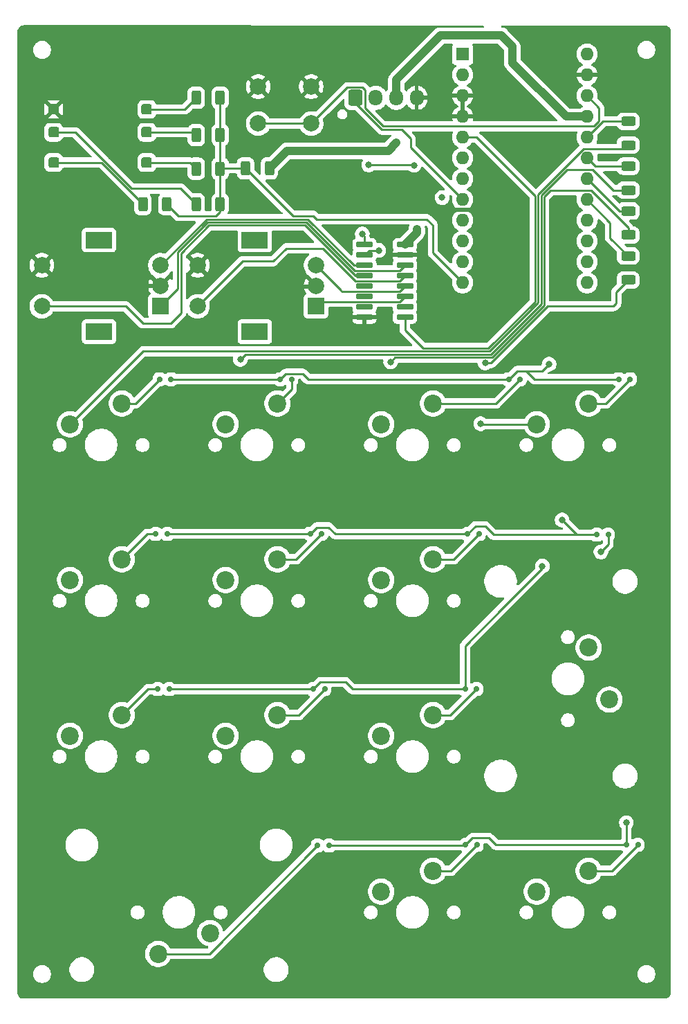
<source format=gbr>
%TF.GenerationSoftware,KiCad,Pcbnew,9.0.4*%
%TF.CreationDate,2025-08-26T19:34:46+02:00*%
%TF.ProjectId,shaghayeghs-keyboard,73686167-6861-4796-9567-68732d6b6579,rev?*%
%TF.SameCoordinates,Original*%
%TF.FileFunction,Copper,L1,Top*%
%TF.FilePolarity,Positive*%
%FSLAX46Y46*%
G04 Gerber Fmt 4.6, Leading zero omitted, Abs format (unit mm)*
G04 Created by KiCad (PCBNEW 9.0.4) date 2025-08-26 19:34:46*
%MOMM*%
%LPD*%
G01*
G04 APERTURE LIST*
G04 Aperture macros list*
%AMRoundRect*
0 Rectangle with rounded corners*
0 $1 Rounding radius*
0 $2 $3 $4 $5 $6 $7 $8 $9 X,Y pos of 4 corners*
0 Add a 4 corners polygon primitive as box body*
4,1,4,$2,$3,$4,$5,$6,$7,$8,$9,$2,$3,0*
0 Add four circle primitives for the rounded corners*
1,1,$1+$1,$2,$3*
1,1,$1+$1,$4,$5*
1,1,$1+$1,$6,$7*
1,1,$1+$1,$8,$9*
0 Add four rect primitives between the rounded corners*
20,1,$1+$1,$2,$3,$4,$5,0*
20,1,$1+$1,$4,$5,$6,$7,0*
20,1,$1+$1,$6,$7,$8,$9,0*
20,1,$1+$1,$8,$9,$2,$3,0*%
G04 Aperture macros list end*
%TA.AperFunction,SMDPad,CuDef*%
%ADD10RoundRect,0.075000X-0.910000X-0.225000X0.910000X-0.225000X0.910000X0.225000X-0.910000X0.225000X0*%
%TD*%
%TA.AperFunction,ComponentPad*%
%ADD11RoundRect,0.190500X-0.444500X-0.444500X0.444500X-0.444500X0.444500X0.444500X-0.444500X0.444500X0*%
%TD*%
%TA.AperFunction,SMDPad,CuDef*%
%ADD12RoundRect,0.150000X-0.150000X-0.200000X0.150000X-0.200000X0.150000X0.200000X-0.150000X0.200000X0*%
%TD*%
%TA.AperFunction,SMDPad,CuDef*%
%ADD13RoundRect,0.250000X-0.625000X0.312500X-0.625000X-0.312500X0.625000X-0.312500X0.625000X0.312500X0*%
%TD*%
%TA.AperFunction,SMDPad,CuDef*%
%ADD14RoundRect,0.150000X0.150000X0.200000X-0.150000X0.200000X-0.150000X-0.200000X0.150000X-0.200000X0*%
%TD*%
%TA.AperFunction,SMDPad,CuDef*%
%ADD15RoundRect,0.250000X0.312500X0.625000X-0.312500X0.625000X-0.312500X-0.625000X0.312500X-0.625000X0*%
%TD*%
%TA.AperFunction,ComponentPad*%
%ADD16C,2.200000*%
%TD*%
%TA.AperFunction,ComponentPad*%
%ADD17C,2.000000*%
%TD*%
%TA.AperFunction,ComponentPad*%
%ADD18R,1.600000X1.600000*%
%TD*%
%TA.AperFunction,ComponentPad*%
%ADD19O,1.600000X1.600000*%
%TD*%
%TA.AperFunction,ComponentPad*%
%ADD20R,2.000000X2.000000*%
%TD*%
%TA.AperFunction,ComponentPad*%
%ADD21R,3.200000X2.000000*%
%TD*%
%TA.AperFunction,ComponentPad*%
%ADD22RoundRect,0.250000X-0.600000X-0.725000X0.600000X-0.725000X0.600000X0.725000X-0.600000X0.725000X0*%
%TD*%
%TA.AperFunction,ComponentPad*%
%ADD23O,1.700000X1.950000*%
%TD*%
%TA.AperFunction,SMDPad,CuDef*%
%ADD24RoundRect,0.250000X-0.312500X-0.625000X0.312500X-0.625000X0.312500X0.625000X-0.312500X0.625000X0*%
%TD*%
%TA.AperFunction,ViaPad*%
%ADD25C,0.800000*%
%TD*%
%TA.AperFunction,Conductor*%
%ADD26C,0.250000*%
%TD*%
%TA.AperFunction,Conductor*%
%ADD27C,1.000000*%
%TD*%
%TA.AperFunction,Conductor*%
%ADD28C,0.500000*%
%TD*%
G04 APERTURE END LIST*
D10*
%TO.P,U3,16,VCC*%
%TO.N,VCC*%
X128433800Y-64795400D03*
%TO.P,U3,15,CLK_INH*%
%TO.N,GND*%
X128433800Y-66065400D03*
%TO.P,U3,14,D*%
%TO.N,E2_A*%
X128433800Y-67335400D03*
%TO.P,U3,13,C*%
%TO.N,E1_P*%
X128433800Y-68605400D03*
%TO.P,U3,12,B*%
%TO.N,E1_B*%
X128433800Y-69875400D03*
%TO.P,U3,11,A*%
%TO.N,E1_A*%
X128433800Y-71145400D03*
%TO.P,U3,10,SER*%
%TO.N,unconnected-(U3-SER-Pad10)*%
X128433800Y-72415400D03*
%TO.P,U3,9,QH*%
%TO.N,S_IN*%
X128433800Y-73685400D03*
%TO.P,U3,8,GND*%
%TO.N,GND*%
X123483800Y-73685400D03*
%TO.P,U3,7,~{QH}*%
%TO.N,unconnected-(U3-~{QH}-Pad7)*%
X123483800Y-72415400D03*
%TO.P,U3,6,H*%
%TO.N,unconnected-(U3-H-Pad6)*%
X123483800Y-71145400D03*
%TO.P,U3,5,G*%
%TO.N,unconnected-(U3-G-Pad5)*%
X123483800Y-69875400D03*
%TO.P,U3,4,F*%
%TO.N,E2_P*%
X123483800Y-68605400D03*
%TO.P,U3,3,E*%
%TO.N,E2_B*%
X123483800Y-67335400D03*
%TO.P,U3,2,CLK*%
%TO.N,CLK*%
X123483800Y-66065400D03*
%TO.P,U3,1,SH/~LD*%
%TO.N,PL*%
X123483800Y-64795400D03*
%TD*%
D11*
%TO.P,S1,1,COM*%
%TO.N,GND*%
X85437200Y-48275400D03*
%TO.P,S1,2,B*%
%TO.N,Net-(S1-B)*%
X85437200Y-51075400D03*
%TO.P,S1,3,Push*%
%TO.N,Net-(S1-Push)*%
X85437200Y-54775400D03*
%TO.P,S1,4,A*%
%TO.N,Net-(S1-A)*%
X96837200Y-48275400D03*
%TO.P,S1,5,D*%
%TO.N,Net-(S1-D)*%
X96837200Y-51075400D03*
%TO.P,S1,6,C*%
%TO.N,Net-(S1-C)*%
X96837200Y-54775400D03*
%TD*%
D12*
%TO.P,D1,1,K*%
%TO.N,Row1*%
X99785400Y-81280000D03*
%TO.P,D1,2,A*%
%TO.N,Net-(D1-A)*%
X98385400Y-81280000D03*
%TD*%
D13*
%TO.P,R4,1*%
%TO.N,Col4*%
X155778200Y-66203100D03*
%TO.P,R4,2*%
%TO.N,Net-(R4-Pad2)*%
X155778200Y-69128100D03*
%TD*%
D14*
%TO.P,D10,1,K*%
%TO.N,Row3*%
X117206800Y-119176800D03*
%TO.P,D10,2,A*%
%TO.N,Net-(D10-A)*%
X118606800Y-119176800D03*
%TD*%
D15*
%TO.P,R10,1*%
%TO.N,A1*%
X105805700Y-46837600D03*
%TO.P,R10,2*%
%TO.N,Net-(S1-A)*%
X102880700Y-46837600D03*
%TD*%
D14*
%TO.P,D13,1,K*%
%TO.N,Row4*%
X135875800Y-138201400D03*
%TO.P,D13,2,A*%
%TO.N,Net-(D13-A)*%
X137275800Y-138201400D03*
%TD*%
D16*
%TO.P,SW13,1,1*%
%TO.N,Net-(D13-A)*%
X131887200Y-141389200D03*
%TO.P,SW13,2,2*%
%TO.N,Net-(R3-Pad2)*%
X125537200Y-143929200D03*
%TD*%
D17*
%TO.P,SW_RST1,1,1*%
%TO.N,GND*%
X110467000Y-45487200D03*
X116967000Y-45487200D03*
%TO.P,SW_RST1,2,2*%
%TO.N,Net-(U1-RST)*%
X110467000Y-49987200D03*
X116967000Y-49987200D03*
%TD*%
D13*
%TO.P,R1,1*%
%TO.N,Col1*%
X155778200Y-49718500D03*
%TO.P,R1,2*%
%TO.N,Net-(R1-Pad2)*%
X155778200Y-52643500D03*
%TD*%
D12*
%TO.P,D12,1,K*%
%TO.N,Row4*%
X119140200Y-138277600D03*
%TO.P,D12,2,A*%
%TO.N,Net-(D12-A)*%
X117740200Y-138277600D03*
%TD*%
D18*
%TO.P,U1,1,D1/TX*%
%TO.N,unconnected-(U1-D1{slash}TX-Pad1)*%
X135509000Y-41529000D03*
D19*
%TO.P,U1,2,D0/RX*%
%TO.N,unconnected-(U1-D0{slash}RX-Pad2)*%
X135509000Y-44069000D03*
%TO.P,U1,3,GND*%
%TO.N,GND*%
X135509000Y-46609000D03*
%TO.P,U1,4,GND*%
X135509000Y-49149000D03*
%TO.P,U1,5,D2*%
%TO.N,S_IN*%
X135509000Y-51689000D03*
%TO.P,U1,6,~D3*%
%TO.N,CLK*%
X135509000Y-54229000D03*
%TO.P,U1,7,D4/A6*%
%TO.N,PL*%
X135509000Y-56769000D03*
%TO.P,U1,8,~D5*%
%TO.N,SDA*%
X135509000Y-59309000D03*
%TO.P,U1,9,~D6/A7*%
%TO.N,unconnected-(U1-~D6{slash}A7-Pad9)*%
X135509000Y-61849000D03*
%TO.P,U1,10,D7*%
%TO.N,unconnected-(U1-D7-Pad10)*%
X135509000Y-64389000D03*
%TO.P,U1,11,D8/A8*%
%TO.N,unconnected-(U1-D8{slash}A8-Pad11)*%
X135509000Y-66929000D03*
%TO.P,U1,12,~D9/A9*%
%TO.N,A1*%
X135509000Y-69469000D03*
%TO.P,U1,13,~D10/A10*%
%TO.N,Row4*%
X150749000Y-69469000D03*
%TO.P,U1,14,D16*%
%TO.N,Row3*%
X150749000Y-66929000D03*
%TO.P,U1,15,D14*%
%TO.N,Row2*%
X150749000Y-64389000D03*
%TO.P,U1,16,D15*%
%TO.N,Row1*%
X150749000Y-61849000D03*
%TO.P,U1,17,D18/A0*%
%TO.N,Col4*%
X150749000Y-59309000D03*
%TO.P,U1,18,D19/A1*%
%TO.N,Col3*%
X150749000Y-56769000D03*
%TO.P,U1,19,D20/A2*%
%TO.N,Col2*%
X150749000Y-54229000D03*
%TO.P,U1,20,D21/A3*%
%TO.N,Col1*%
X150749000Y-51689000D03*
%TO.P,U1,21,VCC*%
%TO.N,VCC*%
X150749000Y-49149000D03*
%TO.P,U1,22,RST*%
%TO.N,Net-(U1-RST)*%
X150749000Y-46609000D03*
%TO.P,U1,23,GND*%
%TO.N,GND*%
X150749000Y-44069000D03*
%TO.P,U1,24,RAW*%
%TO.N,unconnected-(U1-RAW-Pad24)*%
X150749000Y-41529000D03*
%TD*%
D12*
%TO.P,D9,1,K*%
%TO.N,Row3*%
X99571000Y-119176800D03*
%TO.P,D9,2,A*%
%TO.N,Net-(D9-A)*%
X98171000Y-119176800D03*
%TD*%
D16*
%TO.P,SW11,1,1*%
%TO.N,Net-(D11-A)*%
X131887200Y-122339200D03*
%TO.P,SW11,2,2*%
%TO.N,Net-(R3-Pad2)*%
X125537200Y-124879200D03*
%TD*%
%TO.P,SW4,1,1*%
%TO.N,Net-(D4-A)*%
X150937200Y-84239200D03*
%TO.P,SW4,2,2*%
%TO.N,Net-(R4-Pad2)*%
X144587200Y-86779200D03*
%TD*%
D15*
%TO.P,R6,1*%
%TO.N,A1*%
X105805700Y-59867800D03*
%TO.P,R6,2*%
%TO.N,Net-(S1-B)*%
X102880700Y-59867800D03*
%TD*%
D14*
%TO.P,D4,1,K*%
%TO.N,Row1*%
X154621000Y-81280000D03*
%TO.P,D4,2,A*%
%TO.N,Net-(D4-A)*%
X156021000Y-81280000D03*
%TD*%
%TO.P,D8,1,K*%
%TO.N,Row2*%
X151928600Y-100279200D03*
%TO.P,D8,2,A*%
%TO.N,Net-(D8-A)*%
X153328600Y-100279200D03*
%TD*%
D15*
%TO.P,R8,1*%
%TO.N,A1*%
X105805700Y-55524400D03*
%TO.P,R8,2*%
%TO.N,Net-(S1-C)*%
X102880700Y-55524400D03*
%TD*%
D13*
%TO.P,R3,1*%
%TO.N,Col3*%
X155778200Y-60708233D03*
%TO.P,R3,2*%
%TO.N,Net-(R3-Pad2)*%
X155778200Y-63633233D03*
%TD*%
D20*
%TO.P,SW15,A,A*%
%TO.N,E1_A*%
X117547200Y-72339200D03*
D17*
%TO.P,SW15,B,B*%
%TO.N,E1_B*%
X117547200Y-67339200D03*
%TO.P,SW15,C,C*%
%TO.N,GND*%
X117547200Y-69839200D03*
D21*
%TO.P,SW15,MP*%
%TO.N,N/C*%
X110047200Y-75439200D03*
X110047200Y-64239200D03*
D17*
%TO.P,SW15,S1,S1*%
%TO.N,GND*%
X103047200Y-67339200D03*
%TO.P,SW15,S2,S2*%
%TO.N,E1_P*%
X103047200Y-72339200D03*
%TD*%
D14*
%TO.P,D6,1,K*%
%TO.N,Row2*%
X116851200Y-100152200D03*
%TO.P,D6,2,A*%
%TO.N,Net-(D6-A)*%
X118251200Y-100152200D03*
%TD*%
D22*
%TO.P,J1,1,Pin_1*%
%TO.N,SDA*%
X122370200Y-46863000D03*
D23*
%TO.P,J1,2,Pin_2*%
%TO.N,CLK*%
X124870200Y-46863000D03*
%TO.P,J1,3,Pin_3*%
%TO.N,VCC*%
X127370200Y-46863000D03*
%TO.P,J1,4,Pin_4*%
%TO.N,GND*%
X129870200Y-46863000D03*
%TD*%
D16*
%TO.P,SW6,1,1*%
%TO.N,Net-(D6-A)*%
X112837200Y-103289200D03*
%TO.P,SW6,2,2*%
%TO.N,Net-(R2-Pad2)*%
X106487200Y-105829200D03*
%TD*%
%TO.P,SW9,1,1*%
%TO.N,Net-(D9-A)*%
X93777200Y-122339200D03*
%TO.P,SW9,2,2*%
%TO.N,Net-(R1-Pad2)*%
X87427200Y-124879200D03*
%TD*%
%TO.P,SW2,1,1*%
%TO.N,Net-(D2-A)*%
X112837200Y-84239200D03*
%TO.P,SW2,2,2*%
%TO.N,Net-(R2-Pad2)*%
X106487200Y-86779200D03*
%TD*%
D14*
%TO.P,D11,1,K*%
%TO.N,Row3*%
X135799600Y-119151400D03*
%TO.P,D11,2,A*%
%TO.N,Net-(D11-A)*%
X137199600Y-119151400D03*
%TD*%
D16*
%TO.P,SW14,1,1*%
%TO.N,Net-(D14-A)*%
X150937200Y-141389200D03*
%TO.P,SW14,2,2*%
%TO.N,Net-(R4-Pad2)*%
X144587200Y-143929200D03*
%TD*%
D24*
%TO.P,R5,1*%
%TO.N,A1*%
X108925900Y-55473600D03*
%TO.P,R5,2*%
%TO.N,VCC*%
X111850900Y-55473600D03*
%TD*%
D16*
%TO.P,SW8,1,1*%
%TO.N,Net-(D8-A)*%
X153477200Y-120434200D03*
%TO.P,SW8,2,2*%
%TO.N,Net-(R4-Pad2)*%
X150937200Y-114084200D03*
%TD*%
D14*
%TO.P,D2,1,K*%
%TO.N,Row1*%
X113168200Y-81280000D03*
%TO.P,D2,2,A*%
%TO.N,Net-(D2-A)*%
X114568200Y-81280000D03*
%TD*%
D16*
%TO.P,SW7,1,1*%
%TO.N,Net-(D7-A)*%
X131887200Y-103289200D03*
%TO.P,SW7,2,2*%
%TO.N,Net-(R3-Pad2)*%
X125537200Y-105829200D03*
%TD*%
D14*
%TO.P,D3,1,K*%
%TO.N,Row1*%
X141159000Y-81280000D03*
%TO.P,D3,2,A*%
%TO.N,Net-(D3-A)*%
X142559000Y-81280000D03*
%TD*%
D13*
%TO.P,R2,1*%
%TO.N,Col2*%
X155778200Y-55213367D03*
%TO.P,R2,2*%
%TO.N,Net-(R2-Pad2)*%
X155778200Y-58138367D03*
%TD*%
D20*
%TO.P,SW16,A,A*%
%TO.N,E2_A*%
X98487200Y-72339200D03*
D17*
%TO.P,SW16,B,B*%
%TO.N,E2_B*%
X98487200Y-67339200D03*
%TO.P,SW16,C,C*%
%TO.N,GND*%
X98487200Y-69839200D03*
D21*
%TO.P,SW16,MP*%
%TO.N,N/C*%
X90987200Y-75439200D03*
X90987200Y-64239200D03*
D17*
%TO.P,SW16,S1,S1*%
%TO.N,GND*%
X83987200Y-67339200D03*
%TO.P,SW16,S2,S2*%
%TO.N,E2_P*%
X83987200Y-72339200D03*
%TD*%
D15*
%TO.P,R7,1*%
%TO.N,A1*%
X99277900Y-59867800D03*
%TO.P,R7,2*%
%TO.N,Net-(S1-Push)*%
X96352900Y-59867800D03*
%TD*%
D16*
%TO.P,SW12,1,1*%
%TO.N,Net-(D12-A)*%
X98232200Y-151549200D03*
%TO.P,SW12,2,2*%
%TO.N,Net-(R1-Pad2)*%
X104582200Y-149009200D03*
%TD*%
D14*
%TO.P,D14,1,K*%
%TO.N,Row4*%
X155560800Y-138201400D03*
%TO.P,D14,2,A*%
%TO.N,Net-(D14-A)*%
X156960800Y-138201400D03*
%TD*%
D12*
%TO.P,D5,1,K*%
%TO.N,Row2*%
X99328200Y-100177600D03*
%TO.P,D5,2,A*%
%TO.N,Net-(D5-A)*%
X97928200Y-100177600D03*
%TD*%
D15*
%TO.P,R9,1*%
%TO.N,A1*%
X105805700Y-51409600D03*
%TO.P,R9,2*%
%TO.N,Net-(S1-D)*%
X102880700Y-51409600D03*
%TD*%
D16*
%TO.P,SW10,1,1*%
%TO.N,Net-(D10-A)*%
X112837200Y-122339200D03*
%TO.P,SW10,2,2*%
%TO.N,Net-(R2-Pad2)*%
X106487200Y-124879200D03*
%TD*%
%TO.P,SW5,1,1*%
%TO.N,Net-(D5-A)*%
X93777200Y-103289200D03*
%TO.P,SW5,2,2*%
%TO.N,Net-(R1-Pad2)*%
X87427200Y-105829200D03*
%TD*%
%TO.P,SW3,1,1*%
%TO.N,Net-(D3-A)*%
X131887200Y-84239200D03*
%TO.P,SW3,2,2*%
%TO.N,Net-(R3-Pad2)*%
X125537200Y-86779200D03*
%TD*%
D14*
%TO.P,D7,1,K*%
%TO.N,Row2*%
X136104400Y-100203000D03*
%TO.P,D7,2,A*%
%TO.N,Net-(D7-A)*%
X137504400Y-100203000D03*
%TD*%
D16*
%TO.P,SW1,1,1*%
%TO.N,Net-(D1-A)*%
X93777200Y-84239200D03*
%TO.P,SW1,2,2*%
%TO.N,Net-(R1-Pad2)*%
X87427200Y-86779200D03*
%TD*%
D25*
%TO.N,CLK*%
X125222000Y-65506600D03*
%TO.N,PL*%
X123215400Y-63500000D03*
X124002800Y-55067200D03*
%TO.N,VCC*%
X129895600Y-62915800D03*
%TO.N,GND*%
X129000000Y-39000000D03*
%TO.N,Row1*%
X146100800Y-79425800D03*
%TO.N,Row2*%
X147675600Y-98475800D03*
%TO.N,Net-(D8-A)*%
X152425400Y-102387400D03*
%TO.N,Row3*%
X145262600Y-104114600D03*
%TO.N,Row4*%
X155549600Y-135509000D03*
%TO.N,Net-(R2-Pad2)*%
X108280200Y-78841600D03*
%TO.N,Net-(R3-Pad2)*%
X126695200Y-79146400D03*
%TO.N,Net-(R4-Pad2)*%
X138252200Y-79273400D03*
X137718800Y-86715600D03*
%TO.N,GND*%
X149733000Y-135051800D03*
X116205000Y-147523200D03*
X139039600Y-65836800D03*
X139801600Y-45415200D03*
X132969000Y-42951400D03*
X108407200Y-58648600D03*
X156692600Y-45440600D03*
X101625400Y-43484800D03*
X140792200Y-52171600D03*
X126847600Y-58267600D03*
X144932400Y-39852600D03*
X132537200Y-52730400D03*
X139065000Y-74269600D03*
X99441000Y-130479800D03*
X118516400Y-56921400D03*
X88595200Y-59461400D03*
X127050800Y-41402000D03*
X114630200Y-69951600D03*
X120650000Y-111836200D03*
X118364000Y-87782400D03*
X114020600Y-58648600D03*
X127203200Y-60579000D03*
X139039600Y-56108600D03*
X87833200Y-144373600D03*
X95554800Y-69138800D03*
%TO.N,CLK*%
X132994400Y-59055000D03*
%TO.N,VCC*%
X127370200Y-52374800D03*
%TO.N,PL*%
X129540000Y-55092600D03*
%TD*%
D26*
%TO.N,E1_B*%
X120616800Y-70408800D02*
X117547200Y-67339200D01*
X120624600Y-70408800D02*
X120616800Y-70408800D01*
X120717200Y-70501400D02*
X120624600Y-70408800D01*
X127807800Y-70501400D02*
X120717200Y-70501400D01*
X128433800Y-69875400D02*
X127807800Y-70501400D01*
%TO.N,E1_A*%
X118115000Y-71771400D02*
X117547200Y-72339200D01*
X127807800Y-71771400D02*
X118115000Y-71771400D01*
X128433800Y-71145400D02*
X127807800Y-71771400D01*
%TO.N,S_IN*%
X144351200Y-58829400D02*
X137210800Y-51689000D01*
X138654428Y-77473000D02*
X144351200Y-71776228D01*
X130660600Y-77473000D02*
X138654428Y-77473000D01*
X128433800Y-75246200D02*
X130660600Y-77473000D01*
X144351200Y-71776228D02*
X144351200Y-58829400D01*
X137210800Y-51689000D02*
X135509000Y-51689000D01*
X128433800Y-73685400D02*
X128433800Y-75246200D01*
%TO.N,E1_P*%
X127807800Y-69231400D02*
X128433800Y-68605400D01*
X118426822Y-65252600D02*
X122405622Y-69231400D01*
X122405622Y-69231400D02*
X127807800Y-69231400D01*
%TO.N,E2_B*%
X122176345Y-67335400D02*
X116537545Y-61696600D01*
X116537545Y-61696600D02*
X104129799Y-61696600D01*
X104129799Y-61696600D02*
X98487200Y-67339200D01*
X123483800Y-67335400D02*
X122176345Y-67335400D01*
%TO.N,E2_A*%
X127807800Y-67961400D02*
X128433800Y-67335400D01*
X116380973Y-62074600D02*
X120762344Y-66455972D01*
X120762344Y-66455972D02*
X122034951Y-67728578D01*
X122267772Y-67961400D02*
X127807800Y-67961400D01*
X104286372Y-62074600D02*
X116380973Y-62074600D01*
X100634800Y-65726171D02*
X104286372Y-62074600D01*
X100634800Y-70191600D02*
X100634800Y-65726171D01*
X122034951Y-67728578D02*
X122267772Y-67961400D01*
X98487200Y-72339200D02*
X100634800Y-70191600D01*
%TO.N,E2_P*%
X122377200Y-68605400D02*
X123483800Y-68605400D01*
X104442944Y-62452600D02*
X116224400Y-62452600D01*
X101012800Y-73180400D02*
X101012800Y-65882744D01*
X99771200Y-74422000D02*
X101012800Y-73180400D01*
X96342200Y-74422000D02*
X99771200Y-74422000D01*
X94259400Y-72339200D02*
X96342200Y-74422000D01*
X83987200Y-72339200D02*
X94259400Y-72339200D01*
X101012800Y-65882744D02*
X104442944Y-62452600D01*
X116224400Y-62452600D02*
X122377200Y-68605400D01*
%TO.N,CLK*%
X124042600Y-65506600D02*
X123483800Y-66065400D01*
X125222000Y-65506600D02*
X124042600Y-65506600D01*
%TO.N,PL*%
X129514600Y-55067200D02*
X129540000Y-55092600D01*
X124002800Y-55067200D02*
X129514600Y-55067200D01*
X123483800Y-63768400D02*
X123215400Y-63500000D01*
X123483800Y-64795400D02*
X123483800Y-63768400D01*
D27*
%TO.N,VCC*%
X129895600Y-63333600D02*
X128433800Y-64795400D01*
X129895600Y-62915800D02*
X129895600Y-63333600D01*
D26*
%TO.N,Net-(S1-C)*%
X102880700Y-55524400D02*
X102131700Y-54775400D01*
X102131700Y-54775400D02*
X96837200Y-54775400D01*
%TO.N,Net-(S1-D)*%
X102546500Y-51075400D02*
X96837200Y-51075400D01*
X102880700Y-51409600D02*
X102546500Y-51075400D01*
%TO.N,Net-(S1-A)*%
X101442900Y-48275400D02*
X96837200Y-48275400D01*
X102880700Y-46837600D02*
X101442900Y-48275400D01*
%TO.N,Net-(S1-B)*%
X88095072Y-51075400D02*
X85437200Y-51075400D01*
X94957072Y-57937400D02*
X88095072Y-51075400D01*
X102880700Y-59867800D02*
X100950300Y-57937400D01*
X100950300Y-57937400D02*
X94957072Y-57937400D01*
%TO.N,Net-(S1-Push)*%
X91260500Y-54775400D02*
X85437200Y-54775400D01*
X96352900Y-59867800D02*
X91260500Y-54775400D01*
D27*
%TO.N,VCC*%
X132758800Y-39250000D02*
X127370200Y-44638600D01*
X127370200Y-44638600D02*
X127370200Y-46863000D01*
X141579600Y-40589200D02*
X140240400Y-39250000D01*
X141579600Y-42570400D02*
X141579600Y-40589200D01*
X148158200Y-49149000D02*
X141579600Y-42570400D01*
X150749000Y-49149000D02*
X148158200Y-49149000D01*
X140240400Y-39250000D02*
X132758800Y-39250000D01*
D26*
%TO.N,Row1*%
X145262600Y-80264000D02*
X143306800Y-80264000D01*
X142175000Y-80264000D02*
X143306800Y-80264000D01*
X143306800Y-80264000D02*
X144322800Y-81280000D01*
X99785400Y-81280000D02*
X113168200Y-81280000D01*
X146100800Y-79425800D02*
X145262600Y-80264000D01*
X144322800Y-81280000D02*
X154621000Y-81280000D01*
X113844200Y-80604000D02*
X115935400Y-80604000D01*
X113168200Y-81280000D02*
X113844200Y-80604000D01*
X115935400Y-80604000D02*
X116611400Y-81280000D01*
X141159000Y-81280000D02*
X142175000Y-80264000D01*
X116611400Y-81280000D02*
X141159000Y-81280000D01*
%TO.N,Net-(D1-A)*%
X93777200Y-84239200D02*
X95426200Y-84239200D01*
X95426200Y-84239200D02*
X98385400Y-81280000D01*
%TO.N,Net-(D2-A)*%
X114568200Y-81280000D02*
X114568200Y-82508200D01*
X114568200Y-82508200D02*
X112837200Y-84239200D01*
%TO.N,Net-(D3-A)*%
X139599800Y-84239200D02*
X142559000Y-81280000D01*
X131887200Y-84239200D02*
X139599800Y-84239200D01*
%TO.N,Net-(D4-A)*%
X150937200Y-84239200D02*
X153061800Y-84239200D01*
X153061800Y-84239200D02*
X156021000Y-81280000D01*
%TO.N,Net-(D5-A)*%
X96888800Y-100177600D02*
X97928200Y-100177600D01*
X93777200Y-103289200D02*
X96888800Y-100177600D01*
%TO.N,Row2*%
X116825800Y-100177600D02*
X116851200Y-100152200D01*
X149479000Y-100279200D02*
X149529800Y-100279200D01*
X147675600Y-98475800D02*
X149479000Y-100279200D01*
X139293600Y-100279200D02*
X149529800Y-100279200D01*
X99328200Y-100177600D02*
X116825800Y-100177600D01*
X116851200Y-100152200D02*
X117613200Y-99390200D01*
X137069600Y-99237800D02*
X138252200Y-99237800D01*
X119100600Y-99390200D02*
X119913400Y-100203000D01*
X136104400Y-100203000D02*
X137069600Y-99237800D01*
X138252200Y-99237800D02*
X139293600Y-100279200D01*
X117613200Y-99390200D02*
X119100600Y-99390200D01*
X149529800Y-100279200D02*
X151928600Y-100279200D01*
X119913400Y-100203000D02*
X136104400Y-100203000D01*
%TO.N,Net-(D6-A)*%
X112837200Y-103289200D02*
X115114200Y-103289200D01*
X115114200Y-103289200D02*
X118251200Y-100152200D01*
%TO.N,Net-(D7-A)*%
X134418200Y-103289200D02*
X137504400Y-100203000D01*
X131887200Y-103289200D02*
X134418200Y-103289200D01*
%TO.N,Net-(D8-A)*%
X152425400Y-102387400D02*
X153328600Y-101484200D01*
X153328600Y-101484200D02*
X153328600Y-100279200D01*
%TO.N,Row3*%
X135799600Y-113857000D02*
X140411200Y-109245400D01*
X140411200Y-109245400D02*
X145262600Y-104394000D01*
X118095800Y-118287800D02*
X121158000Y-118287800D01*
X135799600Y-119151400D02*
X135799600Y-113857000D01*
X117206800Y-119176800D02*
X118095800Y-118287800D01*
X122021600Y-119151400D02*
X135799600Y-119151400D01*
X121158000Y-118287800D02*
X122021600Y-119151400D01*
X99571000Y-119176800D02*
X117206800Y-119176800D01*
X145262600Y-104394000D02*
X145262600Y-104114600D01*
%TO.N,Net-(D9-A)*%
X93777200Y-122339200D02*
X96939600Y-119176800D01*
X96939600Y-119176800D02*
X98171000Y-119176800D01*
%TO.N,Net-(D10-A)*%
X115444400Y-122339200D02*
X118606800Y-119176800D01*
X112837200Y-122339200D02*
X115444400Y-122339200D01*
%TO.N,Net-(D11-A)*%
X131887200Y-122339200D02*
X134011800Y-122339200D01*
X134011800Y-122339200D02*
X137199600Y-119151400D01*
%TO.N,Net-(D12-A)*%
X104468600Y-151549200D02*
X117740200Y-138277600D01*
X98232200Y-151549200D02*
X104468600Y-151549200D01*
%TO.N,Row4*%
X155560800Y-138201400D02*
X155560800Y-135520200D01*
X135875800Y-138201400D02*
X136714000Y-137363200D01*
X135799600Y-138277600D02*
X135875800Y-138201400D01*
X119140200Y-138277600D02*
X135799600Y-138277600D01*
X139573000Y-138201400D02*
X155560800Y-138201400D01*
X138734800Y-137363200D02*
X139573000Y-138201400D01*
X136714000Y-137363200D02*
X138734800Y-137363200D01*
X155560800Y-135520200D02*
X155549600Y-135509000D01*
%TO.N,Net-(D13-A)*%
X131887200Y-141389200D02*
X134088000Y-141389200D01*
X134088000Y-141389200D02*
X137275800Y-138201400D01*
%TO.N,Net-(D14-A)*%
X153773000Y-141389200D02*
X156960800Y-138201400D01*
X150937200Y-141389200D02*
X153773000Y-141389200D01*
%TO.N,Col1*%
X155778200Y-49718500D02*
X152719500Y-49718500D01*
X152719500Y-49718500D02*
X150749000Y-51689000D01*
%TO.N,Net-(R1-Pad2)*%
X155778200Y-52643500D02*
X155318700Y-53103000D01*
X150282595Y-53103000D02*
X144729200Y-58656395D01*
X155318700Y-53103000D02*
X150282595Y-53103000D01*
X144729200Y-58656395D02*
X144729200Y-71932800D01*
X144729200Y-71932800D02*
X138811000Y-77851000D01*
X96355400Y-77851000D02*
X87427200Y-86779200D01*
X138811000Y-77851000D02*
X96355400Y-77851000D01*
%TO.N,Col2*%
X155778200Y-55213367D02*
X151733367Y-55213367D01*
X151733367Y-55213367D02*
X150749000Y-54229000D01*
%TO.N,Net-(R2-Pad2)*%
X145107200Y-72089373D02*
X138967572Y-78229000D01*
X145107200Y-58812967D02*
X145107200Y-72089373D01*
X108892800Y-78229000D02*
X108280200Y-78841600D01*
X151451800Y-55643000D02*
X148277167Y-55643000D01*
X148277167Y-55643000D02*
X145107200Y-58812967D01*
X155778200Y-58138367D02*
X153947167Y-58138367D01*
X138967572Y-78229000D02*
X108892800Y-78229000D01*
X153947167Y-58138367D02*
X151451800Y-55643000D01*
%TO.N,Net-(R3-Pad2)*%
X145485200Y-58969539D02*
X146271739Y-58183000D01*
X151215405Y-58183000D02*
X155778200Y-62745795D01*
X126695200Y-79146400D02*
X127234600Y-78607000D01*
X146271739Y-58183000D02*
X151215405Y-58183000D01*
X127234600Y-78607000D02*
X139124145Y-78607000D01*
X155778200Y-62745795D02*
X155778200Y-63633233D01*
X139124145Y-78607000D02*
X145485200Y-72245945D01*
X145485200Y-72245945D02*
X145485200Y-58969539D01*
%TO.N,Col3*%
X155778200Y-60708233D02*
X154688233Y-60708233D01*
X154688233Y-60708233D02*
X150749000Y-56769000D01*
%TO.N,Net-(R4-Pad2)*%
X137782400Y-86779200D02*
X137718800Y-86715600D01*
X154305000Y-71983600D02*
X154305000Y-70601300D01*
X153949400Y-72339200D02*
X154305000Y-71983600D01*
X138992318Y-79273400D02*
X145926518Y-72339200D01*
X138252200Y-79273400D02*
X138992318Y-79273400D01*
X144587200Y-86779200D02*
X137782400Y-86779200D01*
X154305000Y-70601300D02*
X155778200Y-69128100D01*
X145926518Y-72339200D02*
X153949400Y-72339200D01*
%TO.N,Col4*%
X153568400Y-62128400D02*
X150749000Y-59309000D01*
X153568400Y-63993300D02*
X153568400Y-62128400D01*
X155778200Y-66203100D02*
X153568400Y-63993300D01*
D28*
%TO.N,GND*%
X127203200Y-60579000D02*
X130149600Y-60579000D01*
X96255200Y-69839200D02*
X95554800Y-69138800D01*
X139039600Y-62966600D02*
X139039600Y-65836800D01*
X130149600Y-60579000D02*
X136652000Y-60579000D01*
X136652000Y-60579000D02*
X139039600Y-62966600D01*
X98487200Y-69839200D02*
X96255200Y-69839200D01*
X117434800Y-69951600D02*
X114630200Y-69951600D01*
D26*
X117547200Y-69839200D02*
X117434800Y-69951600D01*
D27*
%TO.N,VCC*%
X113984500Y-53340000D02*
X126405000Y-53340000D01*
X126405000Y-53340000D02*
X127370200Y-52374800D01*
X111850900Y-55473600D02*
X113984500Y-53340000D01*
D26*
%TO.N,SDA*%
X122370200Y-47491000D02*
X125628400Y-50749200D01*
X122370200Y-46863000D02*
X122370200Y-47491000D01*
X128016000Y-50749200D02*
X129108200Y-51841400D01*
X129108200Y-51841400D02*
X129108200Y-52908200D01*
X125628400Y-50749200D02*
X128016000Y-50749200D01*
X129108200Y-52908200D02*
X135509000Y-59309000D01*
%TO.N,A1*%
X105805700Y-59867800D02*
X105805700Y-46837600D01*
X108925900Y-55473600D02*
X105856500Y-55473600D01*
X100725700Y-61315600D02*
X99277900Y-59867800D01*
X105805700Y-60818300D02*
X105308400Y-61315600D01*
X105308400Y-61315600D02*
X100725700Y-61315600D01*
X105805700Y-59867800D02*
X105805700Y-60818300D01*
X105856500Y-55473600D02*
X105805700Y-55524400D01*
%TO.N,Net-(U1-RST)*%
X152208914Y-48068914D02*
X150749000Y-46609000D01*
X121392200Y-45562000D02*
X123215714Y-45562000D01*
X110467000Y-49987200D02*
X116967000Y-49987200D01*
X152208914Y-49694514D02*
X152208914Y-48068914D01*
X125755986Y-50342214D02*
X151561214Y-50342214D01*
X123215714Y-45562000D02*
X123546200Y-45892486D01*
X151561214Y-50342214D02*
X152208914Y-49694514D01*
X116967000Y-49987200D02*
X121392200Y-45562000D01*
X123546200Y-48132428D02*
X125755986Y-50342214D01*
X123546200Y-45892486D02*
X123546200Y-48132428D01*
%TO.N,E1_P*%
X103047200Y-72339200D02*
X108559000Y-66827400D01*
X113893600Y-65252600D02*
X118426822Y-65252600D01*
X108559000Y-66827400D02*
X112318800Y-66827400D01*
X112318800Y-66827400D02*
X113893600Y-65252600D01*
%TO.N,A1*%
X117662372Y-61705000D02*
X117247572Y-61290200D01*
X114742500Y-61290200D02*
X108925900Y-55473600D01*
X131851400Y-65811400D02*
X131851400Y-62433200D01*
X117247572Y-61290200D02*
X114742500Y-61290200D01*
X135509000Y-69469000D02*
X131851400Y-65811400D01*
X131851400Y-62433200D02*
X131123200Y-61705000D01*
X131123200Y-61705000D02*
X117662372Y-61705000D01*
%TD*%
%TA.AperFunction,Conductor*%
%TO.N,GND*%
G36*
X137987078Y-38001497D02*
G01*
X137994775Y-38001500D01*
X138061809Y-38021204D01*
X138107549Y-38074021D01*
X138117473Y-38143182D01*
X138088430Y-38206729D01*
X138029641Y-38244487D01*
X137994740Y-38249500D01*
X132660258Y-38249500D01*
X132642452Y-38253042D01*
X132624646Y-38256584D01*
X132624645Y-38256584D01*
X132466967Y-38287947D01*
X132466959Y-38287950D01*
X132413634Y-38310037D01*
X132413634Y-38310038D01*
X132392964Y-38318600D01*
X132284889Y-38363366D01*
X132284879Y-38363371D01*
X132121019Y-38472859D01*
X132077792Y-38516087D01*
X131981661Y-38612218D01*
X131981658Y-38612221D01*
X126732421Y-43861458D01*
X126732418Y-43861461D01*
X126679273Y-43914606D01*
X126593059Y-44000819D01*
X126483571Y-44164679D01*
X126483564Y-44164692D01*
X126408150Y-44346760D01*
X126408147Y-44346770D01*
X126369700Y-44540056D01*
X126369700Y-45777800D01*
X126363674Y-45798321D01*
X126362416Y-45819672D01*
X126352269Y-45837162D01*
X126350015Y-45844839D01*
X126345892Y-45850859D01*
X126341710Y-45856593D01*
X126340096Y-45858208D01*
X126220519Y-46022793D01*
X126220392Y-46022967D01*
X126192718Y-46044229D01*
X126165189Y-46065459D01*
X126165076Y-46065468D01*
X126164988Y-46065537D01*
X126130286Y-46068456D01*
X126095575Y-46071438D01*
X126095475Y-46071385D01*
X126095364Y-46071395D01*
X126064811Y-46055206D01*
X126033780Y-46038833D01*
X126033668Y-46038704D01*
X126033626Y-46038682D01*
X126033583Y-46038605D01*
X126019882Y-46022793D01*
X125900309Y-45858214D01*
X125900305Y-45858209D01*
X125749986Y-45707890D01*
X125578020Y-45582951D01*
X125388614Y-45486444D01*
X125388613Y-45486443D01*
X125388612Y-45486443D01*
X125186443Y-45420754D01*
X125186441Y-45420753D01*
X125186440Y-45420753D01*
X125025157Y-45395208D01*
X124976487Y-45387500D01*
X124763913Y-45387500D01*
X124715242Y-45395208D01*
X124553960Y-45420753D01*
X124351782Y-45486445D01*
X124207798Y-45559808D01*
X124139129Y-45572704D01*
X124074389Y-45546427D01*
X124059974Y-45532979D01*
X124053629Y-45526037D01*
X124032058Y-45493753D01*
X123944933Y-45406628D01*
X123944929Y-45406625D01*
X123705912Y-45167608D01*
X123705892Y-45167586D01*
X123614447Y-45076141D01*
X123569336Y-45045999D01*
X123569332Y-45045997D01*
X123563223Y-45041915D01*
X123512000Y-45007688D01*
X123419804Y-44969500D01*
X123415331Y-44967647D01*
X123398169Y-44960538D01*
X123398167Y-44960537D01*
X123398166Y-44960537D01*
X123337743Y-44948518D01*
X123333847Y-44947743D01*
X123277324Y-44936500D01*
X123277321Y-44936500D01*
X123277320Y-44936500D01*
X121453807Y-44936500D01*
X121330593Y-44936500D01*
X121330589Y-44936500D01*
X121274063Y-44947743D01*
X121274049Y-44947746D01*
X121270171Y-44948518D01*
X121209748Y-44960537D01*
X121188110Y-44969500D01*
X121180510Y-44972647D01*
X121180502Y-44972650D01*
X121095915Y-45007686D01*
X121085827Y-45014428D01*
X121085826Y-45014429D01*
X120993468Y-45076140D01*
X120965227Y-45104382D01*
X120906342Y-45163267D01*
X120906339Y-45163270D01*
X117543879Y-48525729D01*
X117482556Y-48559214D01*
X117417881Y-48555979D01*
X117318371Y-48523647D01*
X117085097Y-48486700D01*
X117085092Y-48486700D01*
X116848908Y-48486700D01*
X116848903Y-48486700D01*
X116615631Y-48523646D01*
X116391003Y-48596633D01*
X116180566Y-48703857D01*
X116071550Y-48783062D01*
X115989490Y-48842683D01*
X115989488Y-48842685D01*
X115989487Y-48842685D01*
X115822485Y-49009687D01*
X115822485Y-49009688D01*
X115822483Y-49009690D01*
X115766555Y-49086668D01*
X115683657Y-49200766D01*
X115636155Y-49293995D01*
X115588180Y-49344791D01*
X115525670Y-49361700D01*
X111908330Y-49361700D01*
X111841291Y-49342015D01*
X111797845Y-49293995D01*
X111777059Y-49253200D01*
X111750343Y-49200767D01*
X111611517Y-49009690D01*
X111444510Y-48842683D01*
X111253433Y-48703857D01*
X111042996Y-48596633D01*
X110818368Y-48523646D01*
X110585097Y-48486700D01*
X110585092Y-48486700D01*
X110348908Y-48486700D01*
X110348903Y-48486700D01*
X110115631Y-48523646D01*
X109891003Y-48596633D01*
X109680566Y-48703857D01*
X109571550Y-48783062D01*
X109489490Y-48842683D01*
X109489488Y-48842685D01*
X109489487Y-48842685D01*
X109322485Y-49009687D01*
X109322485Y-49009688D01*
X109322483Y-49009690D01*
X109266555Y-49086668D01*
X109183657Y-49200766D01*
X109076433Y-49411203D01*
X109003446Y-49635831D01*
X108966500Y-49869102D01*
X108966500Y-50105297D01*
X109003446Y-50338568D01*
X109076433Y-50563196D01*
X109182314Y-50770998D01*
X109183657Y-50773633D01*
X109322483Y-50964710D01*
X109489490Y-51131717D01*
X109680567Y-51270543D01*
X109774303Y-51318304D01*
X109891003Y-51377766D01*
X109891005Y-51377766D01*
X109891008Y-51377768D01*
X109942150Y-51394385D01*
X110115631Y-51450753D01*
X110348903Y-51487700D01*
X110348908Y-51487700D01*
X110585097Y-51487700D01*
X110818368Y-51450753D01*
X110843263Y-51442664D01*
X111042992Y-51377768D01*
X111253433Y-51270543D01*
X111444510Y-51131717D01*
X111611517Y-50964710D01*
X111750343Y-50773633D01*
X111797845Y-50680405D01*
X111845820Y-50629609D01*
X111908330Y-50612700D01*
X115525670Y-50612700D01*
X115592709Y-50632385D01*
X115636155Y-50680405D01*
X115683657Y-50773633D01*
X115822483Y-50964710D01*
X115989490Y-51131717D01*
X116180567Y-51270543D01*
X116274303Y-51318304D01*
X116391003Y-51377766D01*
X116391005Y-51377766D01*
X116391008Y-51377768D01*
X116442150Y-51394385D01*
X116615631Y-51450753D01*
X116848903Y-51487700D01*
X116848908Y-51487700D01*
X117085097Y-51487700D01*
X117318368Y-51450753D01*
X117343263Y-51442664D01*
X117542992Y-51377768D01*
X117753433Y-51270543D01*
X117944510Y-51131717D01*
X118111517Y-50964710D01*
X118250343Y-50773633D01*
X118357568Y-50563192D01*
X118430553Y-50338568D01*
X118452244Y-50201617D01*
X118467500Y-50105297D01*
X118467500Y-49869102D01*
X118430553Y-49635831D01*
X118407979Y-49566356D01*
X118398218Y-49536318D01*
X118396224Y-49466478D01*
X118428467Y-49410321D01*
X119054845Y-48783943D01*
X120169700Y-48783943D01*
X120169700Y-48942057D01*
X120208449Y-49086668D01*
X120210623Y-49094783D01*
X120210626Y-49094790D01*
X120289675Y-49231709D01*
X120289679Y-49231714D01*
X120289680Y-49231716D01*
X120401484Y-49343520D01*
X120401486Y-49343521D01*
X120401490Y-49343524D01*
X120518715Y-49411203D01*
X120538416Y-49422577D01*
X120691143Y-49463500D01*
X120691145Y-49463500D01*
X120849255Y-49463500D01*
X120849257Y-49463500D01*
X121001984Y-49422577D01*
X121138916Y-49343520D01*
X121250720Y-49231716D01*
X121329777Y-49094784D01*
X121370700Y-48942057D01*
X121370700Y-48783943D01*
X121329777Y-48631216D01*
X121288207Y-48559214D01*
X121250724Y-48494290D01*
X121250718Y-48494282D01*
X121138917Y-48382481D01*
X121138909Y-48382475D01*
X121001990Y-48303426D01*
X121001986Y-48303424D01*
X121001984Y-48303423D01*
X120849257Y-48262500D01*
X120691143Y-48262500D01*
X120538416Y-48303423D01*
X120538409Y-48303426D01*
X120401490Y-48382475D01*
X120401482Y-48382481D01*
X120289681Y-48494282D01*
X120289675Y-48494290D01*
X120210626Y-48631209D01*
X120210623Y-48631216D01*
X120169700Y-48783943D01*
X119054845Y-48783943D01*
X120808021Y-47030767D01*
X120869342Y-46997284D01*
X120939034Y-47002268D01*
X120994967Y-47044140D01*
X121019384Y-47109604D01*
X121019700Y-47118450D01*
X121019700Y-47638001D01*
X121019701Y-47638019D01*
X121030200Y-47740796D01*
X121030201Y-47740799D01*
X121085385Y-47907331D01*
X121085387Y-47907336D01*
X121114984Y-47955320D01*
X121177488Y-48056656D01*
X121301544Y-48180712D01*
X121450866Y-48272814D01*
X121617403Y-48327999D01*
X121720191Y-48338500D01*
X122281747Y-48338499D01*
X122348786Y-48358183D01*
X122369428Y-48374818D01*
X125229663Y-51235055D01*
X125229667Y-51235058D01*
X125332110Y-51303509D01*
X125332111Y-51303509D01*
X125332115Y-51303512D01*
X125398797Y-51331132D01*
X125445948Y-51350663D01*
X125465997Y-51354651D01*
X125531024Y-51367585D01*
X125566792Y-51374701D01*
X125566794Y-51374701D01*
X125696121Y-51374701D01*
X125696141Y-51374700D01*
X126657541Y-51374700D01*
X126724580Y-51394385D01*
X126770335Y-51447189D01*
X126780279Y-51516347D01*
X126751254Y-51579903D01*
X126736202Y-51594556D01*
X126732418Y-51597661D01*
X126026899Y-52303181D01*
X125965576Y-52336666D01*
X125939218Y-52339500D01*
X113885957Y-52339500D01*
X113816093Y-52353397D01*
X113816085Y-52353398D01*
X113813395Y-52353934D01*
X113692664Y-52377949D01*
X113667279Y-52388464D01*
X113658565Y-52392073D01*
X113658558Y-52392075D01*
X113510592Y-52453364D01*
X113510579Y-52453371D01*
X113346719Y-52562859D01*
X113311831Y-52597748D01*
X113207361Y-52702218D01*
X113207358Y-52702221D01*
X111847797Y-54061781D01*
X111786474Y-54095266D01*
X111760116Y-54098100D01*
X111488399Y-54098100D01*
X111488380Y-54098101D01*
X111385603Y-54108600D01*
X111385600Y-54108601D01*
X111219068Y-54163785D01*
X111219063Y-54163787D01*
X111069742Y-54255889D01*
X110945689Y-54379942D01*
X110853587Y-54529263D01*
X110853585Y-54529268D01*
X110825749Y-54613270D01*
X110798401Y-54695803D01*
X110798401Y-54695804D01*
X110798400Y-54695804D01*
X110787900Y-54798583D01*
X110787900Y-56151648D01*
X110768215Y-56218687D01*
X110715411Y-56264442D01*
X110646253Y-56274386D01*
X110582697Y-56245361D01*
X110576219Y-56239329D01*
X110025218Y-55688327D01*
X109991733Y-55627004D01*
X109988899Y-55600646D01*
X109988899Y-54798598D01*
X109988898Y-54798581D01*
X109978399Y-54695803D01*
X109978398Y-54695800D01*
X109940534Y-54581535D01*
X109923214Y-54529266D01*
X109831112Y-54379944D01*
X109707056Y-54255888D01*
X109591319Y-54184501D01*
X109557736Y-54163787D01*
X109557731Y-54163785D01*
X109517238Y-54150367D01*
X109391197Y-54108601D01*
X109391195Y-54108600D01*
X109288410Y-54098100D01*
X108563398Y-54098100D01*
X108563380Y-54098101D01*
X108460603Y-54108600D01*
X108460600Y-54108601D01*
X108294068Y-54163785D01*
X108294063Y-54163787D01*
X108144742Y-54255889D01*
X108020689Y-54379942D01*
X107928587Y-54529263D01*
X107928585Y-54529268D01*
X107873401Y-54695804D01*
X107873400Y-54695805D01*
X107869223Y-54736702D01*
X107842827Y-54801393D01*
X107785647Y-54841545D01*
X107745865Y-54848100D01*
X106980191Y-54848100D01*
X106913152Y-54828415D01*
X106867397Y-54775611D01*
X106858937Y-54750050D01*
X106858199Y-54746603D01*
X106841366Y-54695804D01*
X106803014Y-54580066D01*
X106710912Y-54430744D01*
X106586856Y-54306688D01*
X106490102Y-54247010D01*
X106443379Y-54195063D01*
X106431200Y-54141472D01*
X106431200Y-52792527D01*
X106450885Y-52725488D01*
X106490101Y-52686990D01*
X106586856Y-52627312D01*
X106710912Y-52503256D01*
X106803014Y-52353934D01*
X106858199Y-52187397D01*
X106868700Y-52084609D01*
X106868699Y-50734592D01*
X106858199Y-50631803D01*
X106803014Y-50465266D01*
X106710912Y-50315944D01*
X106586856Y-50191888D01*
X106490102Y-50132210D01*
X106443379Y-50080263D01*
X106431200Y-50026672D01*
X106431200Y-48220527D01*
X106450885Y-48153488D01*
X106490101Y-48114990D01*
X106586856Y-48055312D01*
X106710912Y-47931256D01*
X106803014Y-47781934D01*
X106858199Y-47615397D01*
X106868700Y-47512609D01*
X106868699Y-46162592D01*
X106858199Y-46059803D01*
X106803014Y-45893266D01*
X106710912Y-45743944D01*
X106586856Y-45619888D01*
X106467756Y-45546427D01*
X106437536Y-45527787D01*
X106437531Y-45527785D01*
X106434891Y-45526910D01*
X106270997Y-45472601D01*
X106270995Y-45472600D01*
X106168210Y-45462100D01*
X105443198Y-45462100D01*
X105443180Y-45462101D01*
X105340403Y-45472600D01*
X105340400Y-45472601D01*
X105173868Y-45527785D01*
X105173863Y-45527787D01*
X105024542Y-45619889D01*
X104900489Y-45743942D01*
X104808387Y-45893263D01*
X104808386Y-45893266D01*
X104753201Y-46059803D01*
X104753201Y-46059804D01*
X104753200Y-46059804D01*
X104742700Y-46162583D01*
X104742700Y-47512601D01*
X104742701Y-47512618D01*
X104753200Y-47615396D01*
X104753201Y-47615399D01*
X104806118Y-47775091D01*
X104808386Y-47781934D01*
X104900488Y-47931256D01*
X105024544Y-48055312D01*
X105121297Y-48114989D01*
X105168021Y-48166935D01*
X105180200Y-48220527D01*
X105180200Y-50026672D01*
X105160515Y-50093711D01*
X105121298Y-50132209D01*
X105061755Y-50168936D01*
X105024542Y-50191889D01*
X104900489Y-50315942D01*
X104808387Y-50465263D01*
X104808385Y-50465268D01*
X104796990Y-50499656D01*
X104753201Y-50631803D01*
X104753201Y-50631804D01*
X104753200Y-50631804D01*
X104742700Y-50734583D01*
X104742700Y-52084601D01*
X104742701Y-52084618D01*
X104753200Y-52187396D01*
X104753201Y-52187399D01*
X104808385Y-52353931D01*
X104808387Y-52353936D01*
X104823198Y-52377949D01*
X104900488Y-52503256D01*
X105024544Y-52627312D01*
X105121297Y-52686989D01*
X105168021Y-52738935D01*
X105180200Y-52792527D01*
X105180200Y-54141472D01*
X105160515Y-54208511D01*
X105121298Y-54247009D01*
X105106903Y-54255889D01*
X105024542Y-54306689D01*
X104900489Y-54430742D01*
X104808387Y-54580063D01*
X104808386Y-54580066D01*
X104753201Y-54746603D01*
X104753201Y-54746604D01*
X104753200Y-54746604D01*
X104742700Y-54849383D01*
X104742700Y-56199401D01*
X104742701Y-56199418D01*
X104753200Y-56302196D01*
X104753201Y-56302199D01*
X104806969Y-56464457D01*
X104808386Y-56468734D01*
X104900488Y-56618056D01*
X105024544Y-56742112D01*
X105121297Y-56801789D01*
X105168021Y-56853735D01*
X105180200Y-56907327D01*
X105180200Y-58484872D01*
X105160515Y-58551911D01*
X105121298Y-58590409D01*
X105099813Y-58603662D01*
X105024542Y-58650089D01*
X104900489Y-58774142D01*
X104808387Y-58923463D01*
X104808386Y-58923466D01*
X104753201Y-59090003D01*
X104753201Y-59090004D01*
X104753200Y-59090004D01*
X104742700Y-59192783D01*
X104742700Y-60542801D01*
X104742701Y-60542816D01*
X104743793Y-60553498D01*
X104731024Y-60622190D01*
X104683143Y-60673075D01*
X104620435Y-60690100D01*
X104065966Y-60690100D01*
X103998927Y-60670415D01*
X103953172Y-60617611D01*
X103942608Y-60553496D01*
X103943700Y-60542809D01*
X103943699Y-59192792D01*
X103938683Y-59143693D01*
X103933199Y-59090003D01*
X103933198Y-59090000D01*
X103920663Y-59052171D01*
X103878014Y-58923466D01*
X103785912Y-58774144D01*
X103661856Y-58650088D01*
X103552416Y-58582585D01*
X103512536Y-58557987D01*
X103512531Y-58557985D01*
X103494201Y-58551911D01*
X103345997Y-58502801D01*
X103345995Y-58502800D01*
X103243210Y-58492300D01*
X102518198Y-58492300D01*
X102518177Y-58492302D01*
X102460307Y-58498213D01*
X102391614Y-58485442D01*
X102360026Y-58462536D01*
X101443450Y-57545960D01*
X101436160Y-57538670D01*
X101436158Y-57538667D01*
X101349033Y-57451542D01*
X101297809Y-57417315D01*
X101246586Y-57383088D01*
X101246583Y-57383086D01*
X101246580Y-57383085D01*
X101172903Y-57352568D01*
X101172901Y-57352567D01*
X101166092Y-57349747D01*
X101132752Y-57335937D01*
X101072329Y-57323918D01*
X101067606Y-57322978D01*
X101067604Y-57322978D01*
X101011910Y-57311900D01*
X101011907Y-57311900D01*
X101011906Y-57311900D01*
X95267525Y-57311900D01*
X95200486Y-57292215D01*
X95179844Y-57275581D01*
X92264187Y-54359924D01*
X92179318Y-54275055D01*
X95701700Y-54275055D01*
X95701700Y-55275754D01*
X95708025Y-55345366D01*
X95708028Y-55345377D01*
X95757947Y-55505575D01*
X95757949Y-55505579D01*
X95844756Y-55649177D01*
X95844760Y-55649182D01*
X95963417Y-55767839D01*
X95963422Y-55767843D01*
X96058833Y-55825520D01*
X96107022Y-55854651D01*
X96267229Y-55904573D01*
X96336853Y-55910900D01*
X97337546Y-55910899D01*
X97337553Y-55910899D01*
X97407166Y-55904574D01*
X97407169Y-55904573D01*
X97407171Y-55904573D01*
X97567378Y-55854651D01*
X97670915Y-55792061D01*
X97710977Y-55767843D01*
X97710978Y-55767841D01*
X97710983Y-55767839D01*
X97829639Y-55649183D01*
X97834445Y-55641234D01*
X97904770Y-55524900D01*
X97916451Y-55505578D01*
X97920140Y-55493740D01*
X97921926Y-55488009D01*
X97960664Y-55429861D01*
X98024689Y-55401888D01*
X98040311Y-55400900D01*
X101693700Y-55400900D01*
X101760739Y-55420585D01*
X101806494Y-55473389D01*
X101817700Y-55524900D01*
X101817700Y-56199401D01*
X101817701Y-56199419D01*
X101828200Y-56302196D01*
X101828201Y-56302199D01*
X101881969Y-56464457D01*
X101883386Y-56468734D01*
X101975488Y-56618056D01*
X102099544Y-56742112D01*
X102248866Y-56834214D01*
X102415403Y-56889399D01*
X102518191Y-56899900D01*
X103243208Y-56899899D01*
X103243216Y-56899898D01*
X103243219Y-56899898D01*
X103299502Y-56894148D01*
X103345997Y-56889399D01*
X103512534Y-56834214D01*
X103661856Y-56742112D01*
X103785912Y-56618056D01*
X103878014Y-56468734D01*
X103933199Y-56302197D01*
X103943700Y-56199409D01*
X103943699Y-54849392D01*
X103942897Y-54841545D01*
X103933199Y-54746603D01*
X103933198Y-54746600D01*
X103916366Y-54695804D01*
X103878014Y-54580066D01*
X103785912Y-54430744D01*
X103661856Y-54306688D01*
X103532064Y-54226632D01*
X103512536Y-54214587D01*
X103512531Y-54214585D01*
X103494201Y-54208511D01*
X103345997Y-54159401D01*
X103345995Y-54159400D01*
X103243210Y-54148900D01*
X102518198Y-54148900D01*
X102518180Y-54148901D01*
X102415403Y-54159400D01*
X102415393Y-54159403D01*
X102381089Y-54170770D01*
X102365414Y-54171740D01*
X102353140Y-54176570D01*
X102317896Y-54174682D01*
X102314153Y-54173937D01*
X102314152Y-54173937D01*
X102241072Y-54159401D01*
X102241070Y-54159400D01*
X102241068Y-54159399D01*
X102193311Y-54149900D01*
X102193307Y-54149900D01*
X102193306Y-54149900D01*
X98040311Y-54149900D01*
X97973272Y-54130215D01*
X97927517Y-54077411D01*
X97921926Y-54062791D01*
X97916451Y-54045222D01*
X97916450Y-54045220D01*
X97829643Y-53901622D01*
X97829639Y-53901617D01*
X97710982Y-53782960D01*
X97710977Y-53782956D01*
X97567380Y-53696150D01*
X97567379Y-53696149D01*
X97567378Y-53696149D01*
X97407171Y-53646227D01*
X97407169Y-53646226D01*
X97407167Y-53646226D01*
X97358421Y-53641796D01*
X97337547Y-53639900D01*
X97337544Y-53639900D01*
X96336845Y-53639900D01*
X96267233Y-53646225D01*
X96267222Y-53646228D01*
X96107024Y-53696147D01*
X96107020Y-53696149D01*
X95963422Y-53782956D01*
X95963417Y-53782960D01*
X95844760Y-53901617D01*
X95844756Y-53901622D01*
X95757950Y-54045219D01*
X95708026Y-54205432D01*
X95701700Y-54275055D01*
X92179318Y-54275055D01*
X88588000Y-50683738D01*
X88587998Y-50683736D01*
X88580930Y-50676668D01*
X88580930Y-50676667D01*
X88493805Y-50589542D01*
X88493804Y-50589541D01*
X88493803Y-50589540D01*
X88472124Y-50575055D01*
X95701700Y-50575055D01*
X95701700Y-51575754D01*
X95708025Y-51645366D01*
X95708028Y-51645377D01*
X95757947Y-51805575D01*
X95757949Y-51805579D01*
X95844756Y-51949177D01*
X95844760Y-51949182D01*
X95963417Y-52067839D01*
X95963422Y-52067843D01*
X96084015Y-52140743D01*
X96107022Y-52154651D01*
X96267229Y-52204573D01*
X96336853Y-52210900D01*
X97337546Y-52210899D01*
X97337553Y-52210899D01*
X97407166Y-52204574D01*
X97407169Y-52204573D01*
X97407171Y-52204573D01*
X97567378Y-52154651D01*
X97641289Y-52109970D01*
X97710977Y-52067843D01*
X97710978Y-52067841D01*
X97710983Y-52067839D01*
X97829639Y-51949183D01*
X97858836Y-51900886D01*
X97904770Y-51824900D01*
X97916451Y-51805578D01*
X97921926Y-51788009D01*
X97960664Y-51729861D01*
X98024689Y-51701888D01*
X98040311Y-51700900D01*
X101693701Y-51700900D01*
X101760740Y-51720585D01*
X101806495Y-51773389D01*
X101817701Y-51824900D01*
X101817701Y-52084618D01*
X101828200Y-52187396D01*
X101828201Y-52187399D01*
X101883385Y-52353931D01*
X101883387Y-52353936D01*
X101898198Y-52377949D01*
X101975488Y-52503256D01*
X102099544Y-52627312D01*
X102248866Y-52719414D01*
X102415403Y-52774599D01*
X102518191Y-52785100D01*
X103243208Y-52785099D01*
X103243216Y-52785098D01*
X103243219Y-52785098D01*
X103299502Y-52779348D01*
X103345997Y-52774599D01*
X103512534Y-52719414D01*
X103661856Y-52627312D01*
X103785912Y-52503256D01*
X103878014Y-52353934D01*
X103933199Y-52187397D01*
X103943700Y-52084609D01*
X103943699Y-50734592D01*
X103933199Y-50631803D01*
X103878014Y-50465266D01*
X103785912Y-50315944D01*
X103661856Y-50191888D01*
X103512534Y-50099786D01*
X103345997Y-50044601D01*
X103345995Y-50044600D01*
X103243210Y-50034100D01*
X102518198Y-50034100D01*
X102518180Y-50034101D01*
X102415403Y-50044600D01*
X102415400Y-50044601D01*
X102248868Y-50099785D01*
X102248863Y-50099787D01*
X102099542Y-50191889D01*
X101975490Y-50315941D01*
X101975488Y-50315943D01*
X101975488Y-50315944D01*
X101929194Y-50390998D01*
X101877248Y-50437721D01*
X101823657Y-50449900D01*
X98040311Y-50449900D01*
X97973272Y-50430215D01*
X97927517Y-50377411D01*
X97921926Y-50362791D01*
X97916451Y-50345222D01*
X97916450Y-50345220D01*
X97829643Y-50201622D01*
X97829639Y-50201617D01*
X97710982Y-50082960D01*
X97710977Y-50082956D01*
X97567380Y-49996150D01*
X97567379Y-49996149D01*
X97567378Y-49996149D01*
X97407171Y-49946227D01*
X97407169Y-49946226D01*
X97407167Y-49946226D01*
X97358421Y-49941796D01*
X97337547Y-49939900D01*
X97337544Y-49939900D01*
X96336845Y-49939900D01*
X96267233Y-49946225D01*
X96267222Y-49946228D01*
X96107024Y-49996147D01*
X96107020Y-49996149D01*
X95963422Y-50082956D01*
X95963417Y-50082960D01*
X95844760Y-50201617D01*
X95844756Y-50201622D01*
X95757950Y-50345219D01*
X95708026Y-50505432D01*
X95703494Y-50555315D01*
X95702778Y-50563196D01*
X95701700Y-50575055D01*
X88472124Y-50575055D01*
X88448397Y-50559201D01*
X88448396Y-50559200D01*
X88442581Y-50555315D01*
X88391358Y-50521088D01*
X88310864Y-50487747D01*
X88295529Y-50481395D01*
X88277525Y-50473937D01*
X88267499Y-50471943D01*
X88217101Y-50461918D01*
X88156682Y-50449900D01*
X88156679Y-50449900D01*
X88156678Y-50449900D01*
X86640311Y-50449900D01*
X86573272Y-50430215D01*
X86527517Y-50377411D01*
X86521926Y-50362791D01*
X86516451Y-50345222D01*
X86516450Y-50345220D01*
X86429643Y-50201622D01*
X86429639Y-50201617D01*
X86310982Y-50082960D01*
X86310977Y-50082956D01*
X86167380Y-49996150D01*
X86167379Y-49996149D01*
X86167378Y-49996149D01*
X86007171Y-49946227D01*
X86007169Y-49946226D01*
X86007167Y-49946226D01*
X85958421Y-49941796D01*
X85937547Y-49939900D01*
X85937544Y-49939900D01*
X84936845Y-49939900D01*
X84867233Y-49946225D01*
X84867222Y-49946228D01*
X84707024Y-49996147D01*
X84707020Y-49996149D01*
X84563422Y-50082956D01*
X84563417Y-50082960D01*
X84444760Y-50201617D01*
X84444756Y-50201622D01*
X84357950Y-50345219D01*
X84308026Y-50505432D01*
X84303494Y-50555315D01*
X84302778Y-50563196D01*
X84301700Y-50575055D01*
X84301700Y-51575754D01*
X84308025Y-51645366D01*
X84308028Y-51645377D01*
X84357947Y-51805575D01*
X84357949Y-51805579D01*
X84444756Y-51949177D01*
X84444760Y-51949182D01*
X84563417Y-52067839D01*
X84563422Y-52067843D01*
X84684015Y-52140743D01*
X84707022Y-52154651D01*
X84867229Y-52204573D01*
X84936853Y-52210900D01*
X85937546Y-52210899D01*
X85937553Y-52210899D01*
X86007166Y-52204574D01*
X86007169Y-52204573D01*
X86007171Y-52204573D01*
X86167378Y-52154651D01*
X86241289Y-52109970D01*
X86310977Y-52067843D01*
X86310978Y-52067841D01*
X86310983Y-52067839D01*
X86429639Y-51949183D01*
X86458836Y-51900886D01*
X86504770Y-51824900D01*
X86516451Y-51805578D01*
X86521926Y-51788009D01*
X86560664Y-51729861D01*
X86624689Y-51701888D01*
X86640311Y-51700900D01*
X87784620Y-51700900D01*
X87851659Y-51720585D01*
X87872301Y-51737219D01*
X90073301Y-53938219D01*
X90106786Y-53999542D01*
X90101802Y-54069234D01*
X90059930Y-54125167D01*
X89994466Y-54149584D01*
X89985620Y-54149900D01*
X86640311Y-54149900D01*
X86573272Y-54130215D01*
X86527517Y-54077411D01*
X86521926Y-54062791D01*
X86516451Y-54045222D01*
X86516450Y-54045220D01*
X86429643Y-53901622D01*
X86429639Y-53901617D01*
X86310982Y-53782960D01*
X86310977Y-53782956D01*
X86167380Y-53696150D01*
X86167379Y-53696149D01*
X86167378Y-53696149D01*
X86007171Y-53646227D01*
X86007169Y-53646226D01*
X86007167Y-53646226D01*
X85958421Y-53641796D01*
X85937547Y-53639900D01*
X85937544Y-53639900D01*
X84936845Y-53639900D01*
X84867233Y-53646225D01*
X84867222Y-53646228D01*
X84707024Y-53696147D01*
X84707020Y-53696149D01*
X84563422Y-53782956D01*
X84563417Y-53782960D01*
X84444760Y-53901617D01*
X84444756Y-53901622D01*
X84357950Y-54045219D01*
X84308026Y-54205432D01*
X84301700Y-54275055D01*
X84301700Y-55275754D01*
X84308025Y-55345366D01*
X84308028Y-55345377D01*
X84357947Y-55505575D01*
X84357949Y-55505579D01*
X84444756Y-55649177D01*
X84444760Y-55649182D01*
X84563417Y-55767839D01*
X84563422Y-55767843D01*
X84658833Y-55825520D01*
X84707022Y-55854651D01*
X84867229Y-55904573D01*
X84936853Y-55910900D01*
X85937546Y-55910899D01*
X85937553Y-55910899D01*
X86007166Y-55904574D01*
X86007169Y-55904573D01*
X86007171Y-55904573D01*
X86167378Y-55854651D01*
X86270915Y-55792061D01*
X86310977Y-55767843D01*
X86310978Y-55767841D01*
X86310983Y-55767839D01*
X86429639Y-55649183D01*
X86434445Y-55641234D01*
X86504770Y-55524900D01*
X86516451Y-55505578D01*
X86520140Y-55493740D01*
X86521926Y-55488009D01*
X86560664Y-55429861D01*
X86624689Y-55401888D01*
X86640311Y-55400900D01*
X90950048Y-55400900D01*
X91017087Y-55420585D01*
X91037729Y-55437219D01*
X95253581Y-59653071D01*
X95287066Y-59714394D01*
X95289900Y-59740752D01*
X95289900Y-60542801D01*
X95289901Y-60542819D01*
X95300400Y-60645596D01*
X95300401Y-60645599D01*
X95337215Y-60756694D01*
X95355586Y-60812134D01*
X95447688Y-60961456D01*
X95571744Y-61085512D01*
X95721066Y-61177614D01*
X95887603Y-61232799D01*
X95990391Y-61243300D01*
X96715408Y-61243299D01*
X96715416Y-61243298D01*
X96715419Y-61243298D01*
X96773293Y-61237386D01*
X96818197Y-61232799D01*
X96984734Y-61177614D01*
X97134056Y-61085512D01*
X97258112Y-60961456D01*
X97350214Y-60812134D01*
X97405399Y-60645597D01*
X97415900Y-60542809D01*
X97415899Y-59192792D01*
X97410883Y-59143693D01*
X97405399Y-59090003D01*
X97405398Y-59090000D01*
X97392863Y-59052171D01*
X97350214Y-58923466D01*
X97258112Y-58774144D01*
X97258109Y-58774141D01*
X97253634Y-58768481D01*
X97254740Y-58767606D01*
X97225064Y-58713258D01*
X97230048Y-58643566D01*
X97271920Y-58587633D01*
X97337384Y-58563216D01*
X97346230Y-58562900D01*
X98284570Y-58562900D01*
X98351609Y-58582585D01*
X98397364Y-58635389D01*
X98407308Y-58704547D01*
X98378283Y-58768103D01*
X98372857Y-58773929D01*
X98372690Y-58774141D01*
X98280587Y-58923463D01*
X98280586Y-58923466D01*
X98225401Y-59090003D01*
X98225401Y-59090004D01*
X98225400Y-59090004D01*
X98214900Y-59192783D01*
X98214900Y-60542801D01*
X98214901Y-60542818D01*
X98225400Y-60645596D01*
X98225401Y-60645599D01*
X98262215Y-60756694D01*
X98280586Y-60812134D01*
X98372688Y-60961456D01*
X98496744Y-61085512D01*
X98646066Y-61177614D01*
X98812603Y-61232799D01*
X98915391Y-61243300D01*
X99640408Y-61243299D01*
X99698291Y-61237386D01*
X99766983Y-61250156D01*
X99798572Y-61273062D01*
X100239841Y-61714332D01*
X100239842Y-61714333D01*
X100286240Y-61760731D01*
X100326968Y-61801459D01*
X100391400Y-61844511D01*
X100391399Y-61844511D01*
X100429412Y-61869910D01*
X100429413Y-61869910D01*
X100429414Y-61869911D01*
X100543248Y-61917063D01*
X100664088Y-61941099D01*
X100664092Y-61941100D01*
X100664093Y-61941100D01*
X100664094Y-61941100D01*
X102701347Y-61941100D01*
X102768386Y-61960785D01*
X102814141Y-62013589D01*
X102824085Y-62082747D01*
X102795060Y-62146303D01*
X102789028Y-62152781D01*
X99064078Y-65877729D01*
X99002755Y-65911214D01*
X98938080Y-65907979D01*
X98838570Y-65875647D01*
X98838571Y-65875647D01*
X98605297Y-65838700D01*
X98605292Y-65838700D01*
X98369108Y-65838700D01*
X98369103Y-65838700D01*
X98135831Y-65875646D01*
X97911203Y-65948633D01*
X97700766Y-66055857D01*
X97629425Y-66107690D01*
X97509690Y-66194683D01*
X97509688Y-66194685D01*
X97509687Y-66194685D01*
X97342685Y-66361687D01*
X97342685Y-66361688D01*
X97342683Y-66361690D01*
X97293212Y-66429781D01*
X97203857Y-66552766D01*
X97096633Y-66763203D01*
X97023646Y-66987831D01*
X96986700Y-67221102D01*
X96986700Y-67457297D01*
X97023646Y-67690568D01*
X97096633Y-67915196D01*
X97185786Y-68090167D01*
X97203857Y-68125633D01*
X97342683Y-68316710D01*
X97509690Y-68483717D01*
X97565939Y-68524584D01*
X97608603Y-68579913D01*
X97613295Y-68611742D01*
X98357791Y-69356237D01*
X98294207Y-69373275D01*
X98180193Y-69439101D01*
X98087101Y-69532193D01*
X98021275Y-69646207D01*
X98004237Y-69709791D01*
X97264540Y-68970094D01*
X97204284Y-69053030D01*
X97097097Y-69263397D01*
X97024134Y-69487952D01*
X96987200Y-69721147D01*
X96987200Y-69957252D01*
X97024134Y-70190447D01*
X97097097Y-70415002D01*
X97204287Y-70625374D01*
X97273805Y-70721058D01*
X97297285Y-70786864D01*
X97281460Y-70854918D01*
X97247799Y-70893209D01*
X97129652Y-70981655D01*
X97043406Y-71096864D01*
X97043402Y-71096871D01*
X96993108Y-71231717D01*
X96986701Y-71291316D01*
X96986700Y-71291335D01*
X96986700Y-73387070D01*
X96986701Y-73387074D01*
X96993108Y-73446683D01*
X97043402Y-73581528D01*
X97043406Y-73581534D01*
X97055874Y-73598190D01*
X97080291Y-73663654D01*
X97065439Y-73731927D01*
X97016034Y-73781332D01*
X96956607Y-73796500D01*
X96652652Y-73796500D01*
X96585613Y-73776815D01*
X96564971Y-73760181D01*
X94752550Y-71947760D01*
X94745260Y-71940470D01*
X94745258Y-71940467D01*
X94658133Y-71853342D01*
X94606909Y-71819115D01*
X94555686Y-71784888D01*
X94472300Y-71750349D01*
X94441852Y-71737737D01*
X94381429Y-71725718D01*
X94376898Y-71724816D01*
X94376888Y-71724814D01*
X94321010Y-71713700D01*
X94321007Y-71713700D01*
X94321006Y-71713700D01*
X85428530Y-71713700D01*
X85361491Y-71694015D01*
X85318045Y-71645995D01*
X85289361Y-71589700D01*
X85270543Y-71552767D01*
X85131717Y-71361690D01*
X84964710Y-71194683D01*
X84773633Y-71055857D01*
X84773346Y-71055711D01*
X84563196Y-70948633D01*
X84338568Y-70875646D01*
X84105297Y-70838700D01*
X84105292Y-70838700D01*
X83869108Y-70838700D01*
X83869103Y-70838700D01*
X83635831Y-70875646D01*
X83411203Y-70948633D01*
X83200766Y-71055857D01*
X83110876Y-71121167D01*
X83009690Y-71194683D01*
X83009688Y-71194685D01*
X83009687Y-71194685D01*
X82842685Y-71361687D01*
X82842685Y-71361688D01*
X82842683Y-71361690D01*
X82802618Y-71416835D01*
X82703857Y-71552766D01*
X82596633Y-71763203D01*
X82523646Y-71987831D01*
X82486700Y-72221102D01*
X82486700Y-72457297D01*
X82523646Y-72690568D01*
X82596633Y-72915196D01*
X82670989Y-73061126D01*
X82703857Y-73125633D01*
X82842683Y-73316710D01*
X83009690Y-73483717D01*
X83200767Y-73622543D01*
X83281452Y-73663654D01*
X83411203Y-73729766D01*
X83411205Y-73729766D01*
X83411208Y-73729768D01*
X83531612Y-73768889D01*
X83635831Y-73802753D01*
X83869103Y-73839700D01*
X83869108Y-73839700D01*
X84105297Y-73839700D01*
X84338568Y-73802753D01*
X84357813Y-73796500D01*
X84563192Y-73729768D01*
X84773633Y-73622543D01*
X84964710Y-73483717D01*
X85131717Y-73316710D01*
X85270543Y-73125633D01*
X85318045Y-73032405D01*
X85366020Y-72981609D01*
X85428530Y-72964700D01*
X93948948Y-72964700D01*
X94015987Y-72984385D01*
X94036629Y-73001019D01*
X95856339Y-74820729D01*
X95856342Y-74820733D01*
X95943467Y-74907858D01*
X95994690Y-74942084D01*
X96045914Y-74976312D01*
X96045915Y-74976312D01*
X96045916Y-74976313D01*
X96119590Y-75006829D01*
X96119594Y-75006830D01*
X96126407Y-75009652D01*
X96159748Y-75023463D01*
X96220171Y-75035481D01*
X96280593Y-75047500D01*
X99832807Y-75047500D01*
X99893229Y-75035481D01*
X99953652Y-75023463D01*
X99986992Y-75009652D01*
X100067486Y-74976312D01*
X100118709Y-74942084D01*
X100169933Y-74907858D01*
X100257058Y-74820733D01*
X100257058Y-74820731D01*
X100267266Y-74810524D01*
X100267267Y-74810521D01*
X100686454Y-74391335D01*
X107946700Y-74391335D01*
X107946700Y-76487070D01*
X107946701Y-76487076D01*
X107953108Y-76546683D01*
X108003402Y-76681528D01*
X108003406Y-76681535D01*
X108089652Y-76796744D01*
X108089655Y-76796747D01*
X108204864Y-76882993D01*
X108204871Y-76882997D01*
X108339717Y-76933291D01*
X108339716Y-76933291D01*
X108346644Y-76934035D01*
X108399327Y-76939700D01*
X111695072Y-76939699D01*
X111754683Y-76933291D01*
X111889531Y-76882996D01*
X112004746Y-76796746D01*
X112090996Y-76681531D01*
X112141291Y-76546683D01*
X112147700Y-76487073D01*
X112147699Y-74391328D01*
X112141291Y-74331717D01*
X112137238Y-74320851D01*
X112090997Y-74196871D01*
X112090993Y-74196864D01*
X112004747Y-74081655D01*
X112004744Y-74081652D01*
X111889535Y-73995406D01*
X111889528Y-73995402D01*
X111762696Y-73948097D01*
X121998800Y-73948097D01*
X122013600Y-74060504D01*
X122013601Y-74060508D01*
X122071536Y-74200378D01*
X122163705Y-74320494D01*
X122283821Y-74412663D01*
X122423691Y-74470598D01*
X122423695Y-74470599D01*
X122536102Y-74485399D01*
X122536117Y-74485400D01*
X123233800Y-74485400D01*
X123733800Y-74485400D01*
X124431483Y-74485400D01*
X124431497Y-74485399D01*
X124543904Y-74470599D01*
X124543908Y-74470598D01*
X124683778Y-74412663D01*
X124803894Y-74320494D01*
X124896063Y-74200378D01*
X124953998Y-74060508D01*
X124953999Y-74060504D01*
X124968799Y-73948097D01*
X124968800Y-73948083D01*
X124968800Y-73935400D01*
X123733800Y-73935400D01*
X123733800Y-74485400D01*
X123233800Y-74485400D01*
X123233800Y-73935400D01*
X121998800Y-73935400D01*
X121998800Y-73948097D01*
X111762696Y-73948097D01*
X111754682Y-73945108D01*
X111754683Y-73945108D01*
X111695083Y-73938701D01*
X111695081Y-73938700D01*
X111695073Y-73938700D01*
X111695064Y-73938700D01*
X108399329Y-73938700D01*
X108399323Y-73938701D01*
X108339716Y-73945108D01*
X108204871Y-73995402D01*
X108204864Y-73995406D01*
X108089655Y-74081652D01*
X108089652Y-74081655D01*
X108003406Y-74196864D01*
X108003402Y-74196871D01*
X107953108Y-74331717D01*
X107946701Y-74391316D01*
X107946701Y-74391323D01*
X107946700Y-74391335D01*
X100686454Y-74391335D01*
X101139090Y-73938701D01*
X101498655Y-73579136D01*
X101498655Y-73579135D01*
X101498658Y-73579133D01*
X101567112Y-73476685D01*
X101604230Y-73387073D01*
X101614263Y-73362852D01*
X101628904Y-73289244D01*
X101629881Y-73285546D01*
X101646051Y-73258798D01*
X101660538Y-73231105D01*
X101663979Y-73229145D01*
X101666029Y-73225755D01*
X101694094Y-73211995D01*
X101721253Y-73196530D01*
X101725208Y-73196741D01*
X101728766Y-73194998D01*
X101759814Y-73198596D01*
X101791023Y-73200269D01*
X101794236Y-73202585D01*
X101798171Y-73203042D01*
X101822339Y-73222850D01*
X101847695Y-73241134D01*
X101850071Y-73244296D01*
X101902683Y-73316710D01*
X102069690Y-73483717D01*
X102260767Y-73622543D01*
X102341452Y-73663654D01*
X102471203Y-73729766D01*
X102471205Y-73729766D01*
X102471208Y-73729768D01*
X102591612Y-73768889D01*
X102695831Y-73802753D01*
X102929103Y-73839700D01*
X102929108Y-73839700D01*
X103165297Y-73839700D01*
X103398568Y-73802753D01*
X103417813Y-73796500D01*
X103623192Y-73729768D01*
X103833633Y-73622543D01*
X104024710Y-73483717D01*
X104191717Y-73316710D01*
X104330543Y-73125633D01*
X104437768Y-72915192D01*
X104510753Y-72690568D01*
X104537626Y-72520900D01*
X104547700Y-72457297D01*
X104547700Y-72221102D01*
X104510753Y-71987831D01*
X104489361Y-71921994D01*
X104478418Y-71888318D01*
X104476424Y-71818478D01*
X104508667Y-71762321D01*
X108781771Y-67489219D01*
X108843094Y-67455734D01*
X108869452Y-67452900D01*
X112380408Y-67452900D01*
X112380408Y-67452899D01*
X112456618Y-67437741D01*
X112501252Y-67428863D01*
X112553819Y-67407089D01*
X112615086Y-67381712D01*
X112666309Y-67347484D01*
X112717533Y-67313258D01*
X112804658Y-67226133D01*
X112804658Y-67226131D01*
X112814866Y-67215924D01*
X112814867Y-67215921D01*
X114116372Y-65914419D01*
X114177695Y-65880934D01*
X114204053Y-65878100D01*
X116623796Y-65878100D01*
X116690835Y-65897785D01*
X116736590Y-65950589D01*
X116746534Y-66019747D01*
X116717509Y-66083303D01*
X116696683Y-66102416D01*
X116569690Y-66194683D01*
X116569688Y-66194685D01*
X116569687Y-66194685D01*
X116402685Y-66361687D01*
X116402685Y-66361688D01*
X116402683Y-66361690D01*
X116353212Y-66429781D01*
X116263857Y-66552766D01*
X116156633Y-66763203D01*
X116083646Y-66987831D01*
X116046700Y-67221102D01*
X116046700Y-67457297D01*
X116083646Y-67690568D01*
X116156633Y-67915196D01*
X116245786Y-68090167D01*
X116263857Y-68125633D01*
X116402683Y-68316710D01*
X116569690Y-68483717D01*
X116625939Y-68524584D01*
X116668603Y-68579913D01*
X116673295Y-68611742D01*
X117417790Y-69356237D01*
X117354207Y-69373275D01*
X117240193Y-69439101D01*
X117147101Y-69532193D01*
X117081275Y-69646207D01*
X117064237Y-69709791D01*
X116324540Y-68970094D01*
X116264284Y-69053030D01*
X116157097Y-69263397D01*
X116084134Y-69487952D01*
X116047200Y-69721147D01*
X116047200Y-69957252D01*
X116084134Y-70190447D01*
X116157097Y-70415002D01*
X116264287Y-70625374D01*
X116333805Y-70721058D01*
X116357285Y-70786864D01*
X116341460Y-70854918D01*
X116307799Y-70893209D01*
X116189652Y-70981655D01*
X116103406Y-71096864D01*
X116103402Y-71096871D01*
X116053108Y-71231717D01*
X116046701Y-71291316D01*
X116046700Y-71291335D01*
X116046700Y-73387070D01*
X116046701Y-73387074D01*
X116053108Y-73446683D01*
X116103402Y-73581528D01*
X116103406Y-73581535D01*
X116189652Y-73696744D01*
X116189655Y-73696747D01*
X116304864Y-73782993D01*
X116304871Y-73782997D01*
X116439717Y-73833291D01*
X116439716Y-73833291D01*
X116446644Y-73834035D01*
X116499327Y-73839700D01*
X118595072Y-73839699D01*
X118654683Y-73833291D01*
X118789531Y-73782996D01*
X118904746Y-73696746D01*
X118990996Y-73581531D01*
X119041291Y-73446683D01*
X119047700Y-73387073D01*
X119047700Y-72520900D01*
X119067385Y-72453861D01*
X119120189Y-72408106D01*
X119171700Y-72396900D01*
X121874300Y-72396900D01*
X121941339Y-72416585D01*
X121987094Y-72469389D01*
X121998300Y-72520900D01*
X121998300Y-72678127D01*
X122013113Y-72790635D01*
X122013113Y-72790636D01*
X122064707Y-72915196D01*
X122071102Y-72930633D01*
X122105394Y-72975323D01*
X122130588Y-73040491D01*
X122116550Y-73108936D01*
X122105395Y-73126294D01*
X122071537Y-73170419D01*
X122013601Y-73310291D01*
X122013600Y-73310295D01*
X121998800Y-73422702D01*
X121998800Y-73435400D01*
X124968800Y-73435400D01*
X124968800Y-73422716D01*
X124968799Y-73422702D01*
X124953999Y-73310295D01*
X124953998Y-73310291D01*
X124896062Y-73170418D01*
X124862205Y-73126295D01*
X124837011Y-73061126D01*
X124851050Y-72992681D01*
X124862198Y-72975333D01*
X124896498Y-72930633D01*
X124954487Y-72790636D01*
X124969300Y-72678120D01*
X124969300Y-72520900D01*
X124988985Y-72453861D01*
X125041789Y-72408106D01*
X125093300Y-72396900D01*
X126824300Y-72396900D01*
X126891339Y-72416585D01*
X126937094Y-72469389D01*
X126948300Y-72520900D01*
X126948300Y-72678127D01*
X126963113Y-72790635D01*
X126963113Y-72790636D01*
X127021101Y-72930633D01*
X127055079Y-72974914D01*
X127080273Y-73040084D01*
X127066234Y-73108529D01*
X127055079Y-73125886D01*
X127021101Y-73170166D01*
X126963113Y-73310163D01*
X126963113Y-73310164D01*
X126948300Y-73422672D01*
X126948300Y-73948127D01*
X126963113Y-74060635D01*
X126963113Y-74060636D01*
X127019543Y-74196871D01*
X127021102Y-74200633D01*
X127113349Y-74320851D01*
X127233567Y-74413098D01*
X127373564Y-74471087D01*
X127480386Y-74485150D01*
X127482274Y-74485399D01*
X127486080Y-74485900D01*
X127684300Y-74485900D01*
X127751339Y-74505585D01*
X127797094Y-74558389D01*
X127808300Y-74609900D01*
X127808300Y-75307811D01*
X127832335Y-75428644D01*
X127832340Y-75428661D01*
X127879485Y-75542480D01*
X127879487Y-75542483D01*
X127879488Y-75542486D01*
X127913715Y-75593709D01*
X127947942Y-75644933D01*
X128035067Y-75732058D01*
X128035070Y-75732060D01*
X128042354Y-75739344D01*
X129316829Y-77013819D01*
X129350314Y-77075142D01*
X129345330Y-77144834D01*
X129303458Y-77200767D01*
X129237994Y-77225184D01*
X129229148Y-77225500D01*
X96423141Y-77225500D01*
X96423121Y-77225499D01*
X96417007Y-77225499D01*
X96293794Y-77225499D01*
X96192997Y-77245548D01*
X96192992Y-77245548D01*
X96172949Y-77249536D01*
X96172947Y-77249536D01*
X96125797Y-77269067D01*
X96059119Y-77296685D01*
X96059117Y-77296686D01*
X95956666Y-77365141D01*
X95956663Y-77365144D01*
X88083439Y-85238369D01*
X88022116Y-85271854D01*
X87957441Y-85268619D01*
X87801987Y-85218110D01*
X87801988Y-85218110D01*
X87615367Y-85188552D01*
X87553162Y-85178700D01*
X87301238Y-85178700D01*
X87176826Y-85198405D01*
X87052414Y-85218110D01*
X86812816Y-85295960D01*
X86588351Y-85410332D01*
X86384550Y-85558401D01*
X86384545Y-85558405D01*
X86206405Y-85736545D01*
X86206401Y-85736550D01*
X86058332Y-85940351D01*
X85943960Y-86164816D01*
X85866110Y-86404414D01*
X85826700Y-86653238D01*
X85826700Y-86905161D01*
X85866110Y-87153985D01*
X85943960Y-87393583D01*
X86022613Y-87547947D01*
X86057338Y-87616099D01*
X86058332Y-87618048D01*
X86206401Y-87821849D01*
X86206405Y-87821854D01*
X86384545Y-87999994D01*
X86384550Y-87999998D01*
X86562317Y-88129152D01*
X86588355Y-88148070D01*
X86700864Y-88205396D01*
X86812816Y-88262439D01*
X86812818Y-88262439D01*
X86812821Y-88262441D01*
X87052415Y-88340290D01*
X87301238Y-88379700D01*
X87301239Y-88379700D01*
X87553161Y-88379700D01*
X87553162Y-88379700D01*
X87801985Y-88340290D01*
X88041579Y-88262441D01*
X88266045Y-88148070D01*
X88469856Y-87999993D01*
X88647993Y-87821856D01*
X88796070Y-87618045D01*
X88910441Y-87393579D01*
X88988290Y-87153985D01*
X89027700Y-86905162D01*
X89027700Y-86653238D01*
X104886700Y-86653238D01*
X104886700Y-86905161D01*
X104926110Y-87153985D01*
X105003960Y-87393583D01*
X105082613Y-87547947D01*
X105117338Y-87616099D01*
X105118332Y-87618048D01*
X105266401Y-87821849D01*
X105266405Y-87821854D01*
X105444545Y-87999994D01*
X105444550Y-87999998D01*
X105622317Y-88129152D01*
X105648355Y-88148070D01*
X105760864Y-88205396D01*
X105872816Y-88262439D01*
X105872818Y-88262439D01*
X105872821Y-88262441D01*
X106112415Y-88340290D01*
X106361238Y-88379700D01*
X106361239Y-88379700D01*
X106613161Y-88379700D01*
X106613162Y-88379700D01*
X106861985Y-88340290D01*
X107101579Y-88262441D01*
X107326045Y-88148070D01*
X107529856Y-87999993D01*
X107707993Y-87821856D01*
X107856070Y-87618045D01*
X107970441Y-87393579D01*
X108048290Y-87153985D01*
X108087700Y-86905162D01*
X108087700Y-86653238D01*
X123936700Y-86653238D01*
X123936700Y-86905161D01*
X123976110Y-87153985D01*
X124053960Y-87393583D01*
X124132613Y-87547947D01*
X124167338Y-87616099D01*
X124168332Y-87618048D01*
X124316401Y-87821849D01*
X124316405Y-87821854D01*
X124494545Y-87999994D01*
X124494550Y-87999998D01*
X124672317Y-88129152D01*
X124698355Y-88148070D01*
X124810864Y-88205396D01*
X124922816Y-88262439D01*
X124922818Y-88262439D01*
X124922821Y-88262441D01*
X125162415Y-88340290D01*
X125411238Y-88379700D01*
X125411239Y-88379700D01*
X125663161Y-88379700D01*
X125663162Y-88379700D01*
X125911985Y-88340290D01*
X126151579Y-88262441D01*
X126376045Y-88148070D01*
X126579856Y-87999993D01*
X126757993Y-87821856D01*
X126906070Y-87618045D01*
X127020441Y-87393579D01*
X127098290Y-87153985D01*
X127137700Y-86905162D01*
X127137700Y-86653238D01*
X127133529Y-86626904D01*
X136818300Y-86626904D01*
X136818300Y-86804295D01*
X136852903Y-86978258D01*
X136852906Y-86978267D01*
X136920783Y-87142140D01*
X136920790Y-87142153D01*
X137019335Y-87289634D01*
X137019338Y-87289638D01*
X137144761Y-87415061D01*
X137144765Y-87415064D01*
X137292246Y-87513609D01*
X137292259Y-87513616D01*
X137415163Y-87564523D01*
X137456134Y-87581494D01*
X137456136Y-87581494D01*
X137456141Y-87581496D01*
X137630104Y-87616099D01*
X137630107Y-87616100D01*
X137630109Y-87616100D01*
X137807493Y-87616100D01*
X137807494Y-87616099D01*
X137865482Y-87604564D01*
X137981458Y-87581496D01*
X137981461Y-87581494D01*
X137981466Y-87581494D01*
X138145347Y-87513613D01*
X138277070Y-87425598D01*
X138343747Y-87404720D01*
X138345961Y-87404700D01*
X143033638Y-87404700D01*
X143100677Y-87424385D01*
X143144121Y-87472403D01*
X143217339Y-87616100D01*
X143218332Y-87618048D01*
X143366401Y-87821849D01*
X143366405Y-87821854D01*
X143544545Y-87999994D01*
X143544550Y-87999998D01*
X143722317Y-88129152D01*
X143748355Y-88148070D01*
X143860864Y-88205396D01*
X143972816Y-88262439D01*
X143972818Y-88262439D01*
X143972821Y-88262441D01*
X144212415Y-88340290D01*
X144461238Y-88379700D01*
X144461239Y-88379700D01*
X144713161Y-88379700D01*
X144713162Y-88379700D01*
X144961985Y-88340290D01*
X145201579Y-88262441D01*
X145426045Y-88148070D01*
X145629856Y-87999993D01*
X145807993Y-87821856D01*
X145956070Y-87618045D01*
X146070441Y-87393579D01*
X146148290Y-87153985D01*
X146187700Y-86905162D01*
X146187700Y-86653238D01*
X146148290Y-86404415D01*
X146070441Y-86164821D01*
X146070439Y-86164818D01*
X146070439Y-86164816D01*
X145994682Y-86016136D01*
X145956070Y-85940355D01*
X145854307Y-85800290D01*
X145807998Y-85736550D01*
X145807994Y-85736545D01*
X145629854Y-85558405D01*
X145629849Y-85558401D01*
X145426048Y-85410332D01*
X145426047Y-85410331D01*
X145426045Y-85410330D01*
X145355947Y-85374613D01*
X145201583Y-85295960D01*
X144961985Y-85218110D01*
X144713162Y-85178700D01*
X144461238Y-85178700D01*
X144336826Y-85198405D01*
X144212414Y-85218110D01*
X143972816Y-85295960D01*
X143748351Y-85410332D01*
X143544550Y-85558401D01*
X143544545Y-85558405D01*
X143366405Y-85736545D01*
X143366401Y-85736550D01*
X143218332Y-85940351D01*
X143144123Y-86085995D01*
X143096149Y-86136791D01*
X143033638Y-86153700D01*
X138481761Y-86153700D01*
X138414722Y-86134015D01*
X138394084Y-86117385D01*
X138292835Y-86016136D01*
X138292834Y-86016135D01*
X138292833Y-86016134D01*
X138145353Y-85917590D01*
X138145340Y-85917583D01*
X137981467Y-85849706D01*
X137981458Y-85849703D01*
X137807494Y-85815100D01*
X137807491Y-85815100D01*
X137630109Y-85815100D01*
X137630106Y-85815100D01*
X137456141Y-85849703D01*
X137456132Y-85849706D01*
X137292259Y-85917583D01*
X137292246Y-85917590D01*
X137144765Y-86016135D01*
X137144761Y-86016138D01*
X137019338Y-86141561D01*
X137019335Y-86141565D01*
X136920790Y-86289046D01*
X136920783Y-86289059D01*
X136852906Y-86452932D01*
X136852903Y-86452941D01*
X136818300Y-86626904D01*
X127133529Y-86626904D01*
X127098290Y-86404415D01*
X127020441Y-86164821D01*
X127020439Y-86164818D01*
X127020439Y-86164816D01*
X126944682Y-86016136D01*
X126906070Y-85940355D01*
X126804307Y-85800290D01*
X126757998Y-85736550D01*
X126757994Y-85736545D01*
X126579854Y-85558405D01*
X126579849Y-85558401D01*
X126376048Y-85410332D01*
X126376047Y-85410331D01*
X126376045Y-85410330D01*
X126305947Y-85374613D01*
X126151583Y-85295960D01*
X125911985Y-85218110D01*
X125663162Y-85178700D01*
X125411238Y-85178700D01*
X125286826Y-85198405D01*
X125162414Y-85218110D01*
X124922816Y-85295960D01*
X124698351Y-85410332D01*
X124494550Y-85558401D01*
X124494545Y-85558405D01*
X124316405Y-85736545D01*
X124316401Y-85736550D01*
X124168332Y-85940351D01*
X124053960Y-86164816D01*
X123976110Y-86404414D01*
X123936700Y-86653238D01*
X108087700Y-86653238D01*
X108048290Y-86404415D01*
X107970441Y-86164821D01*
X107970439Y-86164818D01*
X107970439Y-86164816D01*
X107894682Y-86016136D01*
X107856070Y-85940355D01*
X107754307Y-85800290D01*
X107707998Y-85736550D01*
X107707994Y-85736545D01*
X107529854Y-85558405D01*
X107529849Y-85558401D01*
X107326048Y-85410332D01*
X107326047Y-85410331D01*
X107326045Y-85410330D01*
X107255947Y-85374613D01*
X107101583Y-85295960D01*
X106861985Y-85218110D01*
X106613162Y-85178700D01*
X106361238Y-85178700D01*
X106236826Y-85198405D01*
X106112414Y-85218110D01*
X105872816Y-85295960D01*
X105648351Y-85410332D01*
X105444550Y-85558401D01*
X105444545Y-85558405D01*
X105266405Y-85736545D01*
X105266401Y-85736550D01*
X105118332Y-85940351D01*
X105003960Y-86164816D01*
X104926110Y-86404414D01*
X104886700Y-86653238D01*
X89027700Y-86653238D01*
X88988290Y-86404415D01*
X88937778Y-86248958D01*
X88935784Y-86179117D01*
X88968027Y-86122961D01*
X90977751Y-84113238D01*
X92176700Y-84113238D01*
X92176700Y-84365161D01*
X92216110Y-84613985D01*
X92293960Y-84853583D01*
X92408332Y-85078048D01*
X92556401Y-85281849D01*
X92556405Y-85281854D01*
X92734545Y-85459994D01*
X92734550Y-85459998D01*
X92912317Y-85589152D01*
X92938355Y-85608070D01*
X93081384Y-85680947D01*
X93162816Y-85722439D01*
X93162818Y-85722439D01*
X93162821Y-85722441D01*
X93402415Y-85800290D01*
X93651238Y-85839700D01*
X93651239Y-85839700D01*
X93903161Y-85839700D01*
X93903162Y-85839700D01*
X94151985Y-85800290D01*
X94391579Y-85722441D01*
X94616045Y-85608070D01*
X94819856Y-85459993D01*
X94997993Y-85281856D01*
X95146070Y-85078045D01*
X95220278Y-84932403D01*
X95228215Y-84923999D01*
X95232384Y-84913216D01*
X95251768Y-84899061D01*
X95268251Y-84881609D01*
X95280920Y-84877774D01*
X95288811Y-84872012D01*
X95315084Y-84867432D01*
X95323385Y-84864920D01*
X95327076Y-84864700D01*
X95364593Y-84864700D01*
X95487807Y-84864700D01*
X95548229Y-84852681D01*
X95608652Y-84840663D01*
X95608655Y-84840661D01*
X95608658Y-84840661D01*
X95641987Y-84826854D01*
X95641986Y-84826854D01*
X95641992Y-84826852D01*
X95722486Y-84793512D01*
X95773709Y-84759284D01*
X95824933Y-84725058D01*
X95912058Y-84637933D01*
X95912059Y-84637931D01*
X95919125Y-84630865D01*
X95919127Y-84630861D01*
X98383171Y-82166819D01*
X98444494Y-82133334D01*
X98470852Y-82130500D01*
X98601086Y-82130500D01*
X98601094Y-82130500D01*
X98637969Y-82127598D01*
X98637971Y-82127597D01*
X98637973Y-82127597D01*
X98679591Y-82115505D01*
X98795798Y-82081744D01*
X98937265Y-81998081D01*
X98963449Y-81971897D01*
X98997719Y-81937628D01*
X99059042Y-81904143D01*
X99128734Y-81909127D01*
X99173081Y-81937628D01*
X99233529Y-81998076D01*
X99233533Y-81998079D01*
X99233535Y-81998081D01*
X99375002Y-82081744D01*
X99416624Y-82093836D01*
X99532826Y-82127597D01*
X99532829Y-82127597D01*
X99532831Y-82127598D01*
X99569706Y-82130500D01*
X99569714Y-82130500D01*
X100001086Y-82130500D01*
X100001094Y-82130500D01*
X100037969Y-82127598D01*
X100037971Y-82127597D01*
X100037973Y-82127597D01*
X100079591Y-82115505D01*
X100195798Y-82081744D01*
X100337265Y-81998081D01*
X100393528Y-81941817D01*
X100454849Y-81908334D01*
X100481208Y-81905500D01*
X112472392Y-81905500D01*
X112539431Y-81925185D01*
X112560068Y-81941814D01*
X112616335Y-81998081D01*
X112757802Y-82081744D01*
X112799424Y-82093836D01*
X112915626Y-82127597D01*
X112915629Y-82127597D01*
X112915631Y-82127598D01*
X112952506Y-82130500D01*
X112952514Y-82130500D01*
X113383886Y-82130500D01*
X113383894Y-82130500D01*
X113420769Y-82127598D01*
X113420771Y-82127597D01*
X113420773Y-82127597D01*
X113462391Y-82115505D01*
X113578598Y-82081744D01*
X113720065Y-81998081D01*
X113720070Y-81998076D01*
X113731019Y-81987128D01*
X113750455Y-81976515D01*
X113767189Y-81962015D01*
X113780520Y-81960098D01*
X113792342Y-81953643D01*
X113814428Y-81955222D01*
X113836347Y-81952071D01*
X113848598Y-81957666D01*
X113862034Y-81958627D01*
X113879760Y-81971897D01*
X113899903Y-81981096D01*
X113907185Y-81992427D01*
X113917967Y-82000499D01*
X113925704Y-82021244D01*
X113937677Y-82039874D01*
X113940828Y-82061792D01*
X113942384Y-82065963D01*
X113942700Y-82074809D01*
X113942700Y-82197746D01*
X113923015Y-82264785D01*
X113906381Y-82285427D01*
X113493438Y-82698369D01*
X113432115Y-82731854D01*
X113367439Y-82728619D01*
X113211986Y-82678110D01*
X113087573Y-82658405D01*
X112963162Y-82638700D01*
X112711238Y-82638700D01*
X112586826Y-82658405D01*
X112462414Y-82678110D01*
X112222816Y-82755960D01*
X111998351Y-82870332D01*
X111794550Y-83018401D01*
X111794545Y-83018405D01*
X111616405Y-83196545D01*
X111616401Y-83196550D01*
X111468332Y-83400351D01*
X111353960Y-83624816D01*
X111276110Y-83864414D01*
X111236700Y-84113238D01*
X111236700Y-84365161D01*
X111276110Y-84613985D01*
X111353960Y-84853583D01*
X111468332Y-85078048D01*
X111616401Y-85281849D01*
X111616405Y-85281854D01*
X111794545Y-85459994D01*
X111794550Y-85459998D01*
X111972317Y-85589152D01*
X111998355Y-85608070D01*
X112141384Y-85680947D01*
X112222816Y-85722439D01*
X112222818Y-85722439D01*
X112222821Y-85722441D01*
X112462415Y-85800290D01*
X112711238Y-85839700D01*
X112711239Y-85839700D01*
X112963161Y-85839700D01*
X112963162Y-85839700D01*
X113211985Y-85800290D01*
X113451579Y-85722441D01*
X113676045Y-85608070D01*
X113879856Y-85459993D01*
X114057993Y-85281856D01*
X114206070Y-85078045D01*
X114320441Y-84853579D01*
X114398290Y-84613985D01*
X114437700Y-84365162D01*
X114437700Y-84113238D01*
X114398290Y-83864415D01*
X114347778Y-83708958D01*
X114345784Y-83639118D01*
X114378027Y-83582962D01*
X115054058Y-82906933D01*
X115122512Y-82804485D01*
X115169663Y-82690651D01*
X115193701Y-82569806D01*
X115193701Y-82446593D01*
X115193701Y-82441483D01*
X115193700Y-82441457D01*
X115193700Y-81975808D01*
X115213385Y-81908769D01*
X115230017Y-81888128D01*
X115236281Y-81881865D01*
X115319944Y-81740398D01*
X115365798Y-81582569D01*
X115368700Y-81545694D01*
X115368700Y-81353500D01*
X115371250Y-81344814D01*
X115369962Y-81335853D01*
X115380940Y-81311812D01*
X115388385Y-81286461D01*
X115395225Y-81280533D01*
X115398987Y-81272297D01*
X115421221Y-81258007D01*
X115441189Y-81240706D01*
X115451703Y-81238418D01*
X115457765Y-81234523D01*
X115492700Y-81229500D01*
X115624948Y-81229500D01*
X115691987Y-81249185D01*
X115712628Y-81265818D01*
X116125541Y-81678732D01*
X116125542Y-81678733D01*
X116187202Y-81740393D01*
X116212668Y-81765859D01*
X116315107Y-81834307D01*
X116315116Y-81834312D01*
X116336139Y-81843020D01*
X116428948Y-81881463D01*
X116489371Y-81893481D01*
X116549793Y-81905500D01*
X116549794Y-81905500D01*
X140463192Y-81905500D01*
X140484876Y-81911867D01*
X140507411Y-81913652D01*
X140521044Y-81922487D01*
X140530231Y-81925185D01*
X140538258Y-81930803D01*
X140544936Y-81935882D01*
X140607135Y-81998081D01*
X140695169Y-82050144D01*
X140700907Y-82054508D01*
X140717526Y-82077066D01*
X140736645Y-82097542D01*
X140737967Y-82104809D01*
X140742350Y-82110759D01*
X140744135Y-82138723D01*
X140749149Y-82166283D01*
X140746331Y-82173111D01*
X140746803Y-82180487D01*
X140733186Y-82204977D01*
X140722504Y-82230873D01*
X140713522Y-82240886D01*
X139377029Y-83577381D01*
X139315706Y-83610866D01*
X139289348Y-83613700D01*
X133440762Y-83613700D01*
X133373723Y-83594015D01*
X133330277Y-83545995D01*
X133256070Y-83400355D01*
X133237152Y-83374317D01*
X133107998Y-83196550D01*
X133107994Y-83196545D01*
X132929854Y-83018405D01*
X132929849Y-83018401D01*
X132726048Y-82870332D01*
X132726047Y-82870331D01*
X132726045Y-82870330D01*
X132596821Y-82804487D01*
X132501583Y-82755960D01*
X132261985Y-82678110D01*
X132013162Y-82638700D01*
X131761238Y-82638700D01*
X131636826Y-82658405D01*
X131512414Y-82678110D01*
X131272816Y-82755960D01*
X131048351Y-82870332D01*
X130844550Y-83018401D01*
X130844545Y-83018405D01*
X130666405Y-83196545D01*
X130666401Y-83196550D01*
X130518332Y-83400351D01*
X130403960Y-83624816D01*
X130326110Y-83864414D01*
X130286700Y-84113238D01*
X130286700Y-84365161D01*
X130326110Y-84613985D01*
X130403960Y-84853583D01*
X130518332Y-85078048D01*
X130666401Y-85281849D01*
X130666405Y-85281854D01*
X130844545Y-85459994D01*
X130844550Y-85459998D01*
X131022317Y-85589152D01*
X131048355Y-85608070D01*
X131191384Y-85680947D01*
X131272816Y-85722439D01*
X131272818Y-85722439D01*
X131272821Y-85722441D01*
X131512415Y-85800290D01*
X131761238Y-85839700D01*
X131761239Y-85839700D01*
X132013161Y-85839700D01*
X132013162Y-85839700D01*
X132261985Y-85800290D01*
X132501579Y-85722441D01*
X132726045Y-85608070D01*
X132929856Y-85459993D01*
X133107993Y-85281856D01*
X133256070Y-85078045D01*
X133330278Y-84932403D01*
X133378251Y-84881609D01*
X133440762Y-84864700D01*
X139661407Y-84864700D01*
X139721829Y-84852681D01*
X139782252Y-84840663D01*
X139815592Y-84826852D01*
X139896086Y-84793512D01*
X139947309Y-84759284D01*
X139998533Y-84725058D01*
X140085658Y-84637933D01*
X140085659Y-84637931D01*
X140092725Y-84630865D01*
X140092727Y-84630861D01*
X142556771Y-82166819D01*
X142618094Y-82133334D01*
X142644452Y-82130500D01*
X142774686Y-82130500D01*
X142774694Y-82130500D01*
X142811569Y-82127598D01*
X142811571Y-82127597D01*
X142811573Y-82127597D01*
X142853191Y-82115505D01*
X142969398Y-82081744D01*
X143110865Y-81998081D01*
X143227081Y-81881865D01*
X143310744Y-81740398D01*
X143356598Y-81582569D01*
X143359500Y-81545694D01*
X143359500Y-81500652D01*
X143379185Y-81433613D01*
X143431989Y-81387858D01*
X143501147Y-81377914D01*
X143564703Y-81406939D01*
X143571181Y-81412971D01*
X143836939Y-81678729D01*
X143836942Y-81678733D01*
X143924067Y-81765858D01*
X143975290Y-81800084D01*
X144026514Y-81834312D01*
X144026515Y-81834312D01*
X144026516Y-81834313D01*
X144100190Y-81864829D01*
X144100194Y-81864830D01*
X144107007Y-81867652D01*
X144140348Y-81881463D01*
X144200771Y-81893481D01*
X144261193Y-81905500D01*
X144261194Y-81905500D01*
X153925192Y-81905500D01*
X153946876Y-81911867D01*
X153969411Y-81913652D01*
X153983044Y-81922487D01*
X153992231Y-81925185D01*
X154000258Y-81930803D01*
X154006936Y-81935882D01*
X154069135Y-81998081D01*
X154157169Y-82050144D01*
X154162907Y-82054508D01*
X154179526Y-82077066D01*
X154198645Y-82097542D01*
X154199967Y-82104809D01*
X154204350Y-82110759D01*
X154206135Y-82138723D01*
X154211149Y-82166283D01*
X154208331Y-82173111D01*
X154208803Y-82180487D01*
X154195186Y-82204977D01*
X154184504Y-82230873D01*
X154175522Y-82240886D01*
X152839029Y-83577381D01*
X152777706Y-83610866D01*
X152751348Y-83613700D01*
X152490762Y-83613700D01*
X152423723Y-83594015D01*
X152380277Y-83545995D01*
X152306070Y-83400355D01*
X152287152Y-83374317D01*
X152157998Y-83196550D01*
X152157994Y-83196545D01*
X151979854Y-83018405D01*
X151979849Y-83018401D01*
X151776048Y-82870332D01*
X151776047Y-82870331D01*
X151776045Y-82870330D01*
X151646821Y-82804487D01*
X151551583Y-82755960D01*
X151311985Y-82678110D01*
X151063162Y-82638700D01*
X150811238Y-82638700D01*
X150686826Y-82658405D01*
X150562414Y-82678110D01*
X150322816Y-82755960D01*
X150098351Y-82870332D01*
X149894550Y-83018401D01*
X149894545Y-83018405D01*
X149716405Y-83196545D01*
X149716401Y-83196550D01*
X149568332Y-83400351D01*
X149453960Y-83624816D01*
X149376110Y-83864414D01*
X149336700Y-84113238D01*
X149336700Y-84365161D01*
X149376110Y-84613985D01*
X149453960Y-84853583D01*
X149568332Y-85078048D01*
X149716401Y-85281849D01*
X149716405Y-85281854D01*
X149894545Y-85459994D01*
X149894550Y-85459998D01*
X150072317Y-85589152D01*
X150098355Y-85608070D01*
X150241384Y-85680947D01*
X150322816Y-85722439D01*
X150322818Y-85722439D01*
X150322821Y-85722441D01*
X150562415Y-85800290D01*
X150811238Y-85839700D01*
X150811239Y-85839700D01*
X151063161Y-85839700D01*
X151063162Y-85839700D01*
X151311985Y-85800290D01*
X151551579Y-85722441D01*
X151776045Y-85608070D01*
X151979856Y-85459993D01*
X152157993Y-85281856D01*
X152306070Y-85078045D01*
X152380278Y-84932403D01*
X152428251Y-84881609D01*
X152490762Y-84864700D01*
X153123407Y-84864700D01*
X153183829Y-84852681D01*
X153244252Y-84840663D01*
X153277592Y-84826852D01*
X153358086Y-84793512D01*
X153409309Y-84759284D01*
X153460533Y-84725058D01*
X153547658Y-84637933D01*
X153547659Y-84637931D01*
X153554725Y-84630865D01*
X153554727Y-84630861D01*
X156018771Y-82166819D01*
X156080094Y-82133334D01*
X156106452Y-82130500D01*
X156236686Y-82130500D01*
X156236694Y-82130500D01*
X156273569Y-82127598D01*
X156273571Y-82127597D01*
X156273573Y-82127597D01*
X156315191Y-82115505D01*
X156431398Y-82081744D01*
X156572865Y-81998081D01*
X156689081Y-81881865D01*
X156772744Y-81740398D01*
X156818598Y-81582569D01*
X156821500Y-81545694D01*
X156821500Y-81014306D01*
X156818598Y-80977431D01*
X156772744Y-80819602D01*
X156689081Y-80678135D01*
X156689079Y-80678133D01*
X156689076Y-80678129D01*
X156572870Y-80561923D01*
X156572862Y-80561917D01*
X156431396Y-80478255D01*
X156431393Y-80478254D01*
X156273573Y-80432402D01*
X156273567Y-80432401D01*
X156236701Y-80429500D01*
X156236694Y-80429500D01*
X155805306Y-80429500D01*
X155805298Y-80429500D01*
X155768432Y-80432401D01*
X155768426Y-80432402D01*
X155610606Y-80478254D01*
X155610603Y-80478255D01*
X155469137Y-80561917D01*
X155469129Y-80561923D01*
X155408681Y-80622372D01*
X155347358Y-80655857D01*
X155277666Y-80650873D01*
X155233319Y-80622372D01*
X155172870Y-80561923D01*
X155172862Y-80561917D01*
X155031396Y-80478255D01*
X155031393Y-80478254D01*
X154873573Y-80432402D01*
X154873567Y-80432401D01*
X154836701Y-80429500D01*
X154836694Y-80429500D01*
X154405306Y-80429500D01*
X154405298Y-80429500D01*
X154368432Y-80432401D01*
X154368426Y-80432402D01*
X154210606Y-80478254D01*
X154210603Y-80478255D01*
X154069137Y-80561917D01*
X154069133Y-80561920D01*
X154049043Y-80582011D01*
X154012871Y-80618182D01*
X153951551Y-80651666D01*
X153925192Y-80654500D01*
X146056052Y-80654500D01*
X146034806Y-80648261D01*
X146012718Y-80646682D01*
X146001934Y-80638609D01*
X145989013Y-80634815D01*
X145974513Y-80618081D01*
X145956785Y-80604810D01*
X145952077Y-80592189D01*
X145943258Y-80582011D01*
X145940106Y-80560093D01*
X145932368Y-80539346D01*
X145935230Y-80526185D01*
X145933314Y-80512853D01*
X145942513Y-80492709D01*
X145947220Y-80471073D01*
X145960488Y-80453347D01*
X145962339Y-80449297D01*
X145968371Y-80442819D01*
X146048571Y-80362619D01*
X146109894Y-80329134D01*
X146136252Y-80326300D01*
X146189493Y-80326300D01*
X146189494Y-80326299D01*
X146247482Y-80314764D01*
X146363458Y-80291696D01*
X146363461Y-80291694D01*
X146363466Y-80291694D01*
X146527347Y-80223813D01*
X146674835Y-80125264D01*
X146800264Y-79999835D01*
X146898813Y-79852347D01*
X146966694Y-79688466D01*
X146969105Y-79676348D01*
X147001299Y-79514495D01*
X147001300Y-79514493D01*
X147001300Y-79337106D01*
X147001299Y-79337104D01*
X146966696Y-79163141D01*
X146966693Y-79163132D01*
X146898816Y-78999259D01*
X146898809Y-78999246D01*
X146800264Y-78851765D01*
X146800261Y-78851761D01*
X146674838Y-78726338D01*
X146674834Y-78726335D01*
X146527353Y-78627790D01*
X146527340Y-78627783D01*
X146363467Y-78559906D01*
X146363458Y-78559903D01*
X146189494Y-78525300D01*
X146189491Y-78525300D01*
X146012109Y-78525300D01*
X146012106Y-78525300D01*
X145838141Y-78559903D01*
X145838132Y-78559906D01*
X145674259Y-78627783D01*
X145674246Y-78627790D01*
X145526765Y-78726335D01*
X145526761Y-78726338D01*
X145401338Y-78851761D01*
X145401335Y-78851765D01*
X145302790Y-78999246D01*
X145302783Y-78999259D01*
X145234906Y-79163132D01*
X145234903Y-79163141D01*
X145200300Y-79337104D01*
X145200300Y-79390348D01*
X145191655Y-79419788D01*
X145185132Y-79449775D01*
X145181377Y-79454790D01*
X145180615Y-79457387D01*
X145163981Y-79478029D01*
X145039829Y-79602181D01*
X144978506Y-79635666D01*
X144952148Y-79638500D01*
X142113389Y-79638500D01*
X142052971Y-79650518D01*
X142015259Y-79658019D01*
X141992550Y-79662536D01*
X141992548Y-79662537D01*
X141959207Y-79676347D01*
X141878718Y-79709685D01*
X141878709Y-79709690D01*
X141836671Y-79737780D01*
X141836664Y-79737786D01*
X141830208Y-79742100D01*
X141776267Y-79778142D01*
X141689142Y-79865267D01*
X141689139Y-79865270D01*
X141686024Y-79868384D01*
X141686017Y-79868391D01*
X141161229Y-80393181D01*
X141099906Y-80426666D01*
X141073548Y-80429500D01*
X140943298Y-80429500D01*
X140906432Y-80432401D01*
X140906426Y-80432402D01*
X140748606Y-80478254D01*
X140748603Y-80478255D01*
X140607137Y-80561917D01*
X140607133Y-80561920D01*
X140587043Y-80582011D01*
X140550871Y-80618182D01*
X140489551Y-80651666D01*
X140463192Y-80654500D01*
X116921853Y-80654500D01*
X116854814Y-80634815D01*
X116834172Y-80618181D01*
X116431334Y-80215344D01*
X116421259Y-80205269D01*
X116421258Y-80205267D01*
X116334133Y-80118142D01*
X116279366Y-80081548D01*
X116264203Y-80071416D01*
X116231690Y-80049690D01*
X116231681Y-80049685D01*
X116148873Y-80015386D01*
X116148869Y-80015385D01*
X116141407Y-80012294D01*
X116117852Y-80002537D01*
X116057429Y-79990518D01*
X116053390Y-79989714D01*
X116053384Y-79989713D01*
X115997010Y-79978500D01*
X115997007Y-79978500D01*
X115997006Y-79978500D01*
X113905806Y-79978500D01*
X113782593Y-79978500D01*
X113782589Y-79978500D01*
X113726218Y-79989713D01*
X113722171Y-79990518D01*
X113678943Y-79999116D01*
X113661746Y-80002537D01*
X113547916Y-80049687D01*
X113473547Y-80099380D01*
X113473546Y-80099381D01*
X113445463Y-80118144D01*
X113445462Y-80118145D01*
X113170428Y-80393181D01*
X113109105Y-80426666D01*
X113082747Y-80429500D01*
X112952498Y-80429500D01*
X112915632Y-80432401D01*
X112915626Y-80432402D01*
X112757806Y-80478254D01*
X112757803Y-80478255D01*
X112616337Y-80561917D01*
X112616333Y-80561920D01*
X112596243Y-80582011D01*
X112560071Y-80618182D01*
X112498751Y-80651666D01*
X112472392Y-80654500D01*
X100481208Y-80654500D01*
X100414169Y-80634815D01*
X100393531Y-80618185D01*
X100337265Y-80561919D01*
X100334177Y-80560093D01*
X100195796Y-80478255D01*
X100195793Y-80478254D01*
X100037973Y-80432402D01*
X100037967Y-80432401D01*
X100001101Y-80429500D01*
X100001094Y-80429500D01*
X99569706Y-80429500D01*
X99569698Y-80429500D01*
X99532832Y-80432401D01*
X99532826Y-80432402D01*
X99375006Y-80478254D01*
X99375003Y-80478255D01*
X99233537Y-80561917D01*
X99233529Y-80561923D01*
X99173081Y-80622372D01*
X99111758Y-80655857D01*
X99042066Y-80650873D01*
X98997719Y-80622372D01*
X98937270Y-80561923D01*
X98937262Y-80561917D01*
X98795796Y-80478255D01*
X98795793Y-80478254D01*
X98637973Y-80432402D01*
X98637967Y-80432401D01*
X98601101Y-80429500D01*
X98601094Y-80429500D01*
X98169706Y-80429500D01*
X98169698Y-80429500D01*
X98132832Y-80432401D01*
X98132826Y-80432402D01*
X97975006Y-80478254D01*
X97975003Y-80478255D01*
X97833537Y-80561917D01*
X97833529Y-80561923D01*
X97717323Y-80678129D01*
X97717317Y-80678137D01*
X97633655Y-80819603D01*
X97633654Y-80819606D01*
X97587802Y-80977426D01*
X97587801Y-80977432D01*
X97584900Y-81014298D01*
X97584900Y-81144547D01*
X97565215Y-81211586D01*
X97548581Y-81232228D01*
X95345866Y-83434942D01*
X95284543Y-83468427D01*
X95214851Y-83463443D01*
X95158918Y-83421571D01*
X95147699Y-83403553D01*
X95146070Y-83400355D01*
X95146066Y-83400349D01*
X94997998Y-83196550D01*
X94997994Y-83196545D01*
X94819854Y-83018405D01*
X94819849Y-83018401D01*
X94616048Y-82870332D01*
X94616047Y-82870331D01*
X94616045Y-82870330D01*
X94486821Y-82804487D01*
X94391583Y-82755960D01*
X94151985Y-82678110D01*
X93903162Y-82638700D01*
X93651238Y-82638700D01*
X93526826Y-82658405D01*
X93402414Y-82678110D01*
X93162816Y-82755960D01*
X92938351Y-82870332D01*
X92734550Y-83018401D01*
X92734545Y-83018405D01*
X92556405Y-83196545D01*
X92556401Y-83196550D01*
X92408332Y-83400351D01*
X92293960Y-83624816D01*
X92216110Y-83864414D01*
X92176700Y-84113238D01*
X90977751Y-84113238D01*
X96578172Y-78512819D01*
X96639495Y-78479334D01*
X96665853Y-78476500D01*
X107283587Y-78476500D01*
X107350626Y-78496185D01*
X107396381Y-78548989D01*
X107406325Y-78618147D01*
X107405204Y-78624692D01*
X107379700Y-78752906D01*
X107379700Y-78930295D01*
X107414303Y-79104258D01*
X107414306Y-79104267D01*
X107482183Y-79268140D01*
X107482190Y-79268153D01*
X107580735Y-79415634D01*
X107580738Y-79415638D01*
X107706161Y-79541061D01*
X107706165Y-79541064D01*
X107853646Y-79639609D01*
X107853659Y-79639616D01*
X107971596Y-79688466D01*
X108017534Y-79707494D01*
X108017536Y-79707494D01*
X108017541Y-79707496D01*
X108191504Y-79742099D01*
X108191507Y-79742100D01*
X108191509Y-79742100D01*
X108368893Y-79742100D01*
X108368894Y-79742099D01*
X108477793Y-79720438D01*
X108542858Y-79707496D01*
X108542861Y-79707494D01*
X108542866Y-79707494D01*
X108706747Y-79639613D01*
X108854235Y-79541064D01*
X108979664Y-79415635D01*
X109078213Y-79268147D01*
X109146094Y-79104266D01*
X109166299Y-79002691D01*
X109175923Y-78954309D01*
X109208308Y-78892398D01*
X109269024Y-78857824D01*
X109297540Y-78854500D01*
X125684026Y-78854500D01*
X125751065Y-78874185D01*
X125796820Y-78926989D01*
X125806764Y-78996147D01*
X125805643Y-79002691D01*
X125794700Y-79057704D01*
X125794700Y-79235095D01*
X125829303Y-79409058D01*
X125829306Y-79409067D01*
X125897183Y-79572940D01*
X125897190Y-79572953D01*
X125995735Y-79720434D01*
X125995738Y-79720438D01*
X126121161Y-79845861D01*
X126121165Y-79845864D01*
X126268646Y-79944409D01*
X126268659Y-79944416D01*
X126379964Y-79990519D01*
X126432534Y-80012294D01*
X126432536Y-80012294D01*
X126432541Y-80012296D01*
X126606504Y-80046899D01*
X126606507Y-80046900D01*
X126606509Y-80046900D01*
X126783893Y-80046900D01*
X126783894Y-80046899D01*
X126841882Y-80035364D01*
X126957858Y-80012296D01*
X126957861Y-80012294D01*
X126957866Y-80012294D01*
X127121747Y-79944413D01*
X127269235Y-79845864D01*
X127394664Y-79720435D01*
X127493213Y-79572947D01*
X127561094Y-79409066D01*
X127566174Y-79383524D01*
X127576363Y-79332308D01*
X127608748Y-79270397D01*
X127669464Y-79235823D01*
X127697980Y-79232500D01*
X137227700Y-79232500D01*
X137294739Y-79252185D01*
X137340494Y-79304989D01*
X137351700Y-79356500D01*
X137351700Y-79362095D01*
X137386303Y-79536058D01*
X137386306Y-79536067D01*
X137454183Y-79699940D01*
X137454190Y-79699953D01*
X137552735Y-79847434D01*
X137552738Y-79847438D01*
X137678161Y-79972861D01*
X137678165Y-79972864D01*
X137825646Y-80071409D01*
X137825659Y-80071416D01*
X137893174Y-80099381D01*
X137989534Y-80139294D01*
X137989536Y-80139294D01*
X137989541Y-80139296D01*
X138163504Y-80173899D01*
X138163507Y-80173900D01*
X138163509Y-80173900D01*
X138340893Y-80173900D01*
X138340894Y-80173899D01*
X138398882Y-80162364D01*
X138514858Y-80139296D01*
X138514861Y-80139294D01*
X138514866Y-80139294D01*
X138678747Y-80071413D01*
X138826235Y-79972864D01*
X138863879Y-79935220D01*
X138886784Y-79922712D01*
X138907592Y-79906957D01*
X138919698Y-79904738D01*
X138925201Y-79901734D01*
X138942038Y-79899266D01*
X138946789Y-79898900D01*
X139053925Y-79898900D01*
X139114347Y-79886881D01*
X139174770Y-79874863D01*
X139174773Y-79874861D01*
X139174776Y-79874861D01*
X139208105Y-79861054D01*
X139208104Y-79861054D01*
X139208110Y-79861052D01*
X139288604Y-79827712D01*
X139339827Y-79793484D01*
X139391051Y-79759258D01*
X139478176Y-79672133D01*
X139478176Y-79672131D01*
X139488384Y-79661924D01*
X139488385Y-79661921D01*
X146149290Y-73001019D01*
X146210613Y-72967534D01*
X146236971Y-72964700D01*
X154011007Y-72964700D01*
X154071429Y-72952681D01*
X154131852Y-72940663D01*
X154165192Y-72926852D01*
X154245686Y-72893512D01*
X154296909Y-72859284D01*
X154297676Y-72858772D01*
X154309671Y-72850756D01*
X154348133Y-72825058D01*
X154435258Y-72737933D01*
X154435259Y-72737930D01*
X154790857Y-72382334D01*
X154793960Y-72377691D01*
X154859311Y-72279886D01*
X154906463Y-72166052D01*
X154914772Y-72124275D01*
X154926030Y-72067685D01*
X154928017Y-72057687D01*
X154930500Y-72045207D01*
X154930500Y-71921994D01*
X154930500Y-70911751D01*
X154950185Y-70844712D01*
X154966815Y-70824074D01*
X155563471Y-70227417D01*
X155624794Y-70193933D01*
X155651152Y-70191099D01*
X156453202Y-70191099D01*
X156453208Y-70191099D01*
X156459601Y-70190446D01*
X156471095Y-70189271D01*
X156555997Y-70180599D01*
X156722534Y-70125414D01*
X156871856Y-70033312D01*
X156995912Y-69909256D01*
X157088014Y-69759934D01*
X157143199Y-69593397D01*
X157153700Y-69490609D01*
X157153699Y-68765592D01*
X157151793Y-68746938D01*
X157143199Y-68662803D01*
X157143198Y-68662800D01*
X157129607Y-68621786D01*
X157088014Y-68496266D01*
X156995912Y-68346944D01*
X156871856Y-68222888D01*
X156731782Y-68136490D01*
X156722536Y-68130787D01*
X156722531Y-68130785D01*
X156721062Y-68130298D01*
X156555997Y-68075601D01*
X156555995Y-68075600D01*
X156453210Y-68065100D01*
X155103198Y-68065100D01*
X155103181Y-68065101D01*
X155000403Y-68075600D01*
X155000400Y-68075601D01*
X154833868Y-68130785D01*
X154833863Y-68130787D01*
X154684542Y-68222889D01*
X154560489Y-68346942D01*
X154468387Y-68496263D01*
X154468385Y-68496268D01*
X154446651Y-68561858D01*
X154413201Y-68662803D01*
X154413201Y-68662804D01*
X154413200Y-68662804D01*
X154402700Y-68765583D01*
X154402700Y-69490601D01*
X154402702Y-69490622D01*
X154408613Y-69548491D01*
X154395843Y-69617183D01*
X154372936Y-69648772D01*
X154125698Y-69896011D01*
X153906269Y-70115440D01*
X153906267Y-70115442D01*
X153883596Y-70138113D01*
X153819142Y-70202566D01*
X153787023Y-70250636D01*
X153787022Y-70250635D01*
X153750692Y-70305007D01*
X153750685Y-70305019D01*
X153723978Y-70369498D01*
X153703538Y-70418843D01*
X153703538Y-70418845D01*
X153703537Y-70418848D01*
X153685327Y-70510400D01*
X153679500Y-70539696D01*
X153679500Y-71589700D01*
X153659815Y-71656739D01*
X153607011Y-71702494D01*
X153555500Y-71713700D01*
X146234700Y-71713700D01*
X146167661Y-71694015D01*
X146121906Y-71641211D01*
X146110700Y-71589700D01*
X146110700Y-59279991D01*
X146130385Y-59212952D01*
X146147019Y-59192310D01*
X146494510Y-58844819D01*
X146555833Y-58811334D01*
X146582191Y-58808500D01*
X149373524Y-58808500D01*
X149440563Y-58828185D01*
X149486318Y-58880989D01*
X149496262Y-58950147D01*
X149491455Y-58970817D01*
X149480524Y-59004457D01*
X149480523Y-59004464D01*
X149448500Y-59206648D01*
X149448500Y-59411351D01*
X149480522Y-59613534D01*
X149543781Y-59808223D01*
X149636715Y-59990613D01*
X149757028Y-60156213D01*
X149901786Y-60300971D01*
X150056749Y-60413556D01*
X150067390Y-60421287D01*
X150158840Y-60467883D01*
X150160080Y-60468515D01*
X150210876Y-60516490D01*
X150227671Y-60584311D01*
X150205134Y-60650446D01*
X150160080Y-60689485D01*
X150067386Y-60736715D01*
X149901786Y-60857028D01*
X149757028Y-61001786D01*
X149636715Y-61167386D01*
X149543781Y-61349776D01*
X149480522Y-61544465D01*
X149448500Y-61746648D01*
X149448500Y-61951351D01*
X149480522Y-62153534D01*
X149543781Y-62348223D01*
X149636715Y-62530613D01*
X149757028Y-62696213D01*
X149901786Y-62840971D01*
X150056749Y-62953556D01*
X150067390Y-62961287D01*
X150146108Y-63001396D01*
X150160080Y-63008515D01*
X150210876Y-63056490D01*
X150227671Y-63124311D01*
X150205134Y-63190446D01*
X150160080Y-63229485D01*
X150067386Y-63276715D01*
X149901786Y-63397028D01*
X149757028Y-63541786D01*
X149636715Y-63707386D01*
X149543781Y-63889776D01*
X149480522Y-64084465D01*
X149448500Y-64286648D01*
X149448500Y-64491351D01*
X149480522Y-64693534D01*
X149543781Y-64888223D01*
X149566373Y-64932561D01*
X149630345Y-65058113D01*
X149636715Y-65070613D01*
X149757028Y-65236213D01*
X149901786Y-65380971D01*
X150040194Y-65481528D01*
X150067390Y-65501287D01*
X150158840Y-65547883D01*
X150160080Y-65548515D01*
X150210876Y-65596490D01*
X150227671Y-65664311D01*
X150205134Y-65730446D01*
X150160080Y-65769485D01*
X150067386Y-65816715D01*
X149901786Y-65937028D01*
X149757028Y-66081786D01*
X149636715Y-66247386D01*
X149543781Y-66429776D01*
X149480522Y-66624465D01*
X149448500Y-66826648D01*
X149448500Y-67031351D01*
X149480522Y-67233534D01*
X149543781Y-67428223D01*
X149574861Y-67489219D01*
X149630345Y-67598113D01*
X149636715Y-67610613D01*
X149757028Y-67776213D01*
X149901786Y-67920971D01*
X150056749Y-68033556D01*
X150067390Y-68041287D01*
X150134733Y-68075600D01*
X150160080Y-68088515D01*
X150210876Y-68136490D01*
X150227671Y-68204311D01*
X150205134Y-68270446D01*
X150160080Y-68309485D01*
X150067386Y-68356715D01*
X149901786Y-68477028D01*
X149757028Y-68621786D01*
X149636715Y-68787386D01*
X149543781Y-68969776D01*
X149480522Y-69164465D01*
X149448500Y-69366648D01*
X149448500Y-69571351D01*
X149480522Y-69773534D01*
X149543781Y-69968223D01*
X149607691Y-70093653D01*
X149630345Y-70138113D01*
X149636715Y-70150613D01*
X149757028Y-70316213D01*
X149901786Y-70460971D01*
X150010144Y-70539696D01*
X150067390Y-70581287D01*
X150183607Y-70640503D01*
X150249776Y-70674218D01*
X150249778Y-70674218D01*
X150249781Y-70674220D01*
X150354137Y-70708127D01*
X150444465Y-70737477D01*
X150545557Y-70753488D01*
X150646648Y-70769500D01*
X150646649Y-70769500D01*
X150851351Y-70769500D01*
X150851352Y-70769500D01*
X151053534Y-70737477D01*
X151248219Y-70674220D01*
X151430610Y-70581287D01*
X151528178Y-70510400D01*
X151596213Y-70460971D01*
X151596215Y-70460968D01*
X151596219Y-70460966D01*
X151740966Y-70316219D01*
X151740968Y-70316215D01*
X151740971Y-70316213D01*
X151831871Y-70191098D01*
X151861287Y-70150610D01*
X151954220Y-69968219D01*
X152017477Y-69773534D01*
X152049500Y-69571352D01*
X152049500Y-69366648D01*
X152017477Y-69164466D01*
X152015913Y-69159654D01*
X151980730Y-69051371D01*
X151954220Y-68969781D01*
X151954218Y-68969778D01*
X151954218Y-68969776D01*
X151920503Y-68903607D01*
X151861287Y-68787390D01*
X151845449Y-68765591D01*
X151740971Y-68621786D01*
X151596213Y-68477028D01*
X151430614Y-68356715D01*
X151411433Y-68346942D01*
X151337917Y-68309483D01*
X151287123Y-68261511D01*
X151270328Y-68193690D01*
X151292865Y-68127555D01*
X151337917Y-68088516D01*
X151430610Y-68041287D01*
X151451770Y-68025913D01*
X151596213Y-67920971D01*
X151596215Y-67920968D01*
X151596219Y-67920966D01*
X151740966Y-67776219D01*
X151740968Y-67776215D01*
X151740971Y-67776213D01*
X151801606Y-67692754D01*
X151861287Y-67610610D01*
X151954220Y-67428219D01*
X152017477Y-67233534D01*
X152049500Y-67031352D01*
X152049500Y-66826648D01*
X152027805Y-66689674D01*
X152017477Y-66624465D01*
X151965444Y-66464326D01*
X151954220Y-66429781D01*
X151954218Y-66429778D01*
X151954218Y-66429776D01*
X151902402Y-66328083D01*
X151861287Y-66247390D01*
X151835595Y-66212028D01*
X151740971Y-66081786D01*
X151596213Y-65937028D01*
X151430614Y-65816715D01*
X151403112Y-65802702D01*
X151337917Y-65769483D01*
X151287123Y-65721511D01*
X151270328Y-65653690D01*
X151292865Y-65587555D01*
X151337917Y-65548516D01*
X151430610Y-65501287D01*
X151457806Y-65481528D01*
X151596213Y-65380971D01*
X151596215Y-65380968D01*
X151596219Y-65380966D01*
X151740966Y-65236219D01*
X151740968Y-65236215D01*
X151740971Y-65236213D01*
X151793732Y-65163590D01*
X151861287Y-65070610D01*
X151954220Y-64888219D01*
X152017477Y-64693534D01*
X152049500Y-64491352D01*
X152049500Y-64286648D01*
X152017477Y-64084466D01*
X152012029Y-64067700D01*
X151954218Y-63889776D01*
X151912299Y-63807507D01*
X151861287Y-63707390D01*
X151812426Y-63640138D01*
X151740971Y-63541786D01*
X151596213Y-63397028D01*
X151430614Y-63276715D01*
X151418834Y-63270713D01*
X151337917Y-63229483D01*
X151287123Y-63181511D01*
X151270328Y-63113690D01*
X151292865Y-63047555D01*
X151337917Y-63008516D01*
X151430610Y-62961287D01*
X151451770Y-62945913D01*
X151596213Y-62840971D01*
X151596215Y-62840968D01*
X151596219Y-62840966D01*
X151740966Y-62696219D01*
X151740968Y-62696215D01*
X151740971Y-62696213D01*
X151824870Y-62580734D01*
X151861287Y-62530610D01*
X151954220Y-62348219D01*
X152017477Y-62153534D01*
X152049500Y-61951352D01*
X152049500Y-61793452D01*
X152069185Y-61726413D01*
X152121989Y-61680658D01*
X152191147Y-61670714D01*
X152254703Y-61699739D01*
X152261181Y-61705771D01*
X152906581Y-62351171D01*
X152940066Y-62412494D01*
X152942900Y-62438852D01*
X152942900Y-64054906D01*
X152966937Y-64175752D01*
X152976759Y-64199464D01*
X153014088Y-64289586D01*
X153035404Y-64321486D01*
X153040040Y-64328425D01*
X153040043Y-64328430D01*
X153082541Y-64392032D01*
X153082544Y-64392036D01*
X153173986Y-64483478D01*
X153174008Y-64483498D01*
X154372936Y-65682426D01*
X154406421Y-65743749D01*
X154408613Y-65782709D01*
X154402700Y-65840581D01*
X154402700Y-66565601D01*
X154402701Y-66565619D01*
X154413200Y-66668396D01*
X154413201Y-66668399D01*
X154448684Y-66775477D01*
X154468386Y-66834934D01*
X154560488Y-66984256D01*
X154684544Y-67108312D01*
X154833866Y-67200414D01*
X155000403Y-67255599D01*
X155103191Y-67266100D01*
X156453208Y-67266099D01*
X156555997Y-67255599D01*
X156722534Y-67200414D01*
X156871856Y-67108312D01*
X156995912Y-66984256D01*
X157088014Y-66834934D01*
X157143199Y-66668397D01*
X157153700Y-66565609D01*
X157153699Y-65840592D01*
X157149828Y-65802702D01*
X157143199Y-65737803D01*
X157143198Y-65737800D01*
X157127413Y-65690164D01*
X157088014Y-65571266D01*
X156995912Y-65421944D01*
X156871856Y-65297888D01*
X156722534Y-65205786D01*
X156555997Y-65150601D01*
X156555995Y-65150600D01*
X156453216Y-65140100D01*
X156453209Y-65140100D01*
X155651152Y-65140100D01*
X155584113Y-65120415D01*
X155563471Y-65103781D01*
X155367603Y-64907913D01*
X155334118Y-64846590D01*
X155339102Y-64776898D01*
X155380974Y-64720965D01*
X155446438Y-64696548D01*
X155455284Y-64696232D01*
X156453202Y-64696232D01*
X156453208Y-64696232D01*
X156555997Y-64685732D01*
X156722534Y-64630547D01*
X156871856Y-64538445D01*
X156995912Y-64414389D01*
X157088014Y-64265067D01*
X157143199Y-64098530D01*
X157153700Y-63995742D01*
X157153699Y-63270725D01*
X157144817Y-63183780D01*
X157143199Y-63167936D01*
X157143198Y-63167933D01*
X157126983Y-63119000D01*
X157088014Y-63001399D01*
X156995912Y-62852077D01*
X156871856Y-62728021D01*
X156722534Y-62635919D01*
X156555997Y-62580734D01*
X156555994Y-62580733D01*
X156453026Y-62570214D01*
X156388335Y-62543818D01*
X156351068Y-62494308D01*
X156341888Y-62472147D01*
X156332512Y-62449510D01*
X156264058Y-62347062D01*
X156264056Y-62347059D01*
X156264055Y-62347058D01*
X155899909Y-61982913D01*
X155866424Y-61921590D01*
X155871408Y-61851899D01*
X155913279Y-61795965D01*
X155978744Y-61771548D01*
X155987590Y-61771232D01*
X156453202Y-61771232D01*
X156453208Y-61771232D01*
X156555997Y-61760732D01*
X156722534Y-61705547D01*
X156871856Y-61613445D01*
X156995912Y-61489389D01*
X157088014Y-61340067D01*
X157143199Y-61173530D01*
X157153700Y-61070742D01*
X157153699Y-60345725D01*
X157143199Y-60242936D01*
X157088014Y-60076399D01*
X156995912Y-59927077D01*
X156871856Y-59803021D01*
X156728168Y-59714394D01*
X156722536Y-59710920D01*
X156722531Y-59710918D01*
X156721062Y-59710431D01*
X156555997Y-59655734D01*
X156555995Y-59655733D01*
X156453210Y-59645233D01*
X155103198Y-59645233D01*
X155103181Y-59645234D01*
X155000403Y-59655733D01*
X155000400Y-59655734D01*
X154833868Y-59710918D01*
X154833861Y-59710921D01*
X154757517Y-59758010D01*
X154690125Y-59776449D01*
X154623461Y-59755525D01*
X154604741Y-59740151D01*
X153840138Y-58975548D01*
X153806653Y-58914225D01*
X153811637Y-58844533D01*
X153853509Y-58788600D01*
X153918973Y-58764183D01*
X153927819Y-58763867D01*
X154395272Y-58763867D01*
X154462311Y-58783552D01*
X154500809Y-58822768D01*
X154560488Y-58919523D01*
X154684544Y-59043579D01*
X154833866Y-59135681D01*
X155000403Y-59190866D01*
X155103191Y-59201367D01*
X156453208Y-59201366D01*
X156555997Y-59190866D01*
X156722534Y-59135681D01*
X156871856Y-59043579D01*
X156995912Y-58919523D01*
X157088014Y-58770201D01*
X157143199Y-58603664D01*
X157153700Y-58500876D01*
X157153699Y-57775859D01*
X157143199Y-57673070D01*
X157088014Y-57506533D01*
X156995912Y-57357211D01*
X156871856Y-57233155D01*
X156722534Y-57141053D01*
X156555997Y-57085868D01*
X156555995Y-57085867D01*
X156453210Y-57075367D01*
X155103198Y-57075367D01*
X155103181Y-57075368D01*
X155000403Y-57085867D01*
X155000400Y-57085868D01*
X154833868Y-57141052D01*
X154833863Y-57141054D01*
X154684542Y-57233156D01*
X154560489Y-57357209D01*
X154560488Y-57357211D01*
X154502880Y-57450610D01*
X154500811Y-57453964D01*
X154493223Y-57460788D01*
X154488985Y-57470070D01*
X154467685Y-57483758D01*
X154448863Y-57500688D01*
X154437227Y-57503332D01*
X154430207Y-57507844D01*
X154395272Y-57512867D01*
X154257619Y-57512867D01*
X154190580Y-57493182D01*
X154169938Y-57476548D01*
X152743938Y-56050548D01*
X152710453Y-55989225D01*
X152715437Y-55919533D01*
X152757309Y-55863600D01*
X152822773Y-55839183D01*
X152831619Y-55838867D01*
X154395272Y-55838867D01*
X154462311Y-55858552D01*
X154500809Y-55897768D01*
X154560488Y-55994523D01*
X154684544Y-56118579D01*
X154833866Y-56210681D01*
X155000403Y-56265866D01*
X155103191Y-56276367D01*
X156453208Y-56276366D01*
X156555997Y-56265866D01*
X156722534Y-56210681D01*
X156871856Y-56118579D01*
X156995912Y-55994523D01*
X157088014Y-55845201D01*
X157143199Y-55678664D01*
X157153700Y-55575876D01*
X157153699Y-54850859D01*
X157148360Y-54798598D01*
X157143199Y-54748070D01*
X157143198Y-54748067D01*
X157107602Y-54640646D01*
X157088014Y-54581533D01*
X156995912Y-54432211D01*
X156871856Y-54308155D01*
X156755679Y-54236497D01*
X156722536Y-54216054D01*
X156722531Y-54216052D01*
X156718104Y-54214585D01*
X156555997Y-54160868D01*
X156555995Y-54160867D01*
X156453210Y-54150367D01*
X155103198Y-54150367D01*
X155103181Y-54150368D01*
X155000403Y-54160867D01*
X155000400Y-54160868D01*
X154833868Y-54216052D01*
X154833863Y-54216054D01*
X154684542Y-54308156D01*
X154560489Y-54432209D01*
X154560488Y-54432211D01*
X154509191Y-54515378D01*
X154500811Y-54528964D01*
X154448863Y-54575688D01*
X154395272Y-54587867D01*
X152154057Y-54587867D01*
X152087018Y-54568182D01*
X152041263Y-54515378D01*
X152031319Y-54446220D01*
X152031584Y-54444469D01*
X152049500Y-54331351D01*
X152049500Y-54126648D01*
X152046641Y-54108600D01*
X152017477Y-53924466D01*
X152017475Y-53924462D01*
X152017475Y-53924457D01*
X152006545Y-53890817D01*
X152004550Y-53820976D01*
X152040631Y-53761144D01*
X152103332Y-53730316D01*
X152124476Y-53728500D01*
X155380308Y-53728500D01*
X155390377Y-53726496D01*
X155440729Y-53716481D01*
X155478938Y-53708880D01*
X155503123Y-53706499D01*
X156453202Y-53706499D01*
X156453208Y-53706499D01*
X156555997Y-53695999D01*
X156722534Y-53640814D01*
X156871856Y-53548712D01*
X156995912Y-53424656D01*
X157088014Y-53275334D01*
X157143199Y-53108797D01*
X157153700Y-53006009D01*
X157153699Y-52280992D01*
X157143199Y-52178203D01*
X157088014Y-52011666D01*
X156995912Y-51862344D01*
X156871856Y-51738288D01*
X156722534Y-51646186D01*
X156555997Y-51591001D01*
X156555995Y-51591000D01*
X156453210Y-51580500D01*
X155103198Y-51580500D01*
X155103181Y-51580501D01*
X155000403Y-51591000D01*
X155000400Y-51591001D01*
X154833868Y-51646185D01*
X154833863Y-51646187D01*
X154684542Y-51738289D01*
X154560489Y-51862342D01*
X154468387Y-52011663D01*
X154468386Y-52011666D01*
X154413201Y-52178203D01*
X154413201Y-52178204D01*
X154413200Y-52178204D01*
X154402700Y-52280983D01*
X154402700Y-52353500D01*
X154383015Y-52420539D01*
X154330211Y-52466294D01*
X154278700Y-52477500D01*
X152009174Y-52477500D01*
X151942135Y-52457815D01*
X151896380Y-52405011D01*
X151886436Y-52335853D01*
X151898689Y-52297205D01*
X151954218Y-52188223D01*
X151954218Y-52188222D01*
X151954220Y-52188219D01*
X152017477Y-51993534D01*
X152049500Y-51791352D01*
X152049500Y-51586648D01*
X152038365Y-51516347D01*
X152016715Y-51379654D01*
X152018777Y-51379327D01*
X152021784Y-51318304D01*
X152051215Y-51271373D01*
X152942271Y-50380319D01*
X153003594Y-50346834D01*
X153029952Y-50344000D01*
X154395272Y-50344000D01*
X154462311Y-50363685D01*
X154500809Y-50402901D01*
X154560488Y-50499656D01*
X154684544Y-50623712D01*
X154833866Y-50715814D01*
X155000403Y-50770999D01*
X155103191Y-50781500D01*
X156453208Y-50781499D01*
X156555997Y-50770999D01*
X156722534Y-50715814D01*
X156871856Y-50623712D01*
X156995912Y-50499656D01*
X157088014Y-50350334D01*
X157143199Y-50183797D01*
X157153700Y-50081009D01*
X157153699Y-49355992D01*
X157152425Y-49343524D01*
X157143199Y-49253203D01*
X157143198Y-49253200D01*
X157136079Y-49231716D01*
X157088014Y-49086666D01*
X156995912Y-48937344D01*
X156871856Y-48813288D01*
X156722534Y-48721186D01*
X156555997Y-48666001D01*
X156555995Y-48666000D01*
X156453210Y-48655500D01*
X155103198Y-48655500D01*
X155103181Y-48655501D01*
X155000403Y-48666000D01*
X155000400Y-48666001D01*
X154833868Y-48721185D01*
X154833863Y-48721187D01*
X154684542Y-48813289D01*
X154560489Y-48937342D01*
X154557581Y-48942057D01*
X154509191Y-49020511D01*
X154500811Y-49034097D01*
X154448863Y-49080821D01*
X154395272Y-49093000D01*
X152958414Y-49093000D01*
X152891375Y-49073315D01*
X152845620Y-49020511D01*
X152834414Y-48969000D01*
X152834414Y-48007307D01*
X152834413Y-48007303D01*
X152821778Y-47943780D01*
X152810377Y-47886462D01*
X152767080Y-47781934D01*
X152763226Y-47772630D01*
X152763221Y-47772621D01*
X152694772Y-47670181D01*
X152694769Y-47670177D01*
X152604551Y-47579959D01*
X152604520Y-47579930D01*
X152051218Y-47026628D01*
X152017733Y-46965305D01*
X152018241Y-46918588D01*
X152016715Y-46918347D01*
X152049500Y-46711351D01*
X152049500Y-46506648D01*
X152017477Y-46304465D01*
X151954218Y-46109776D01*
X151913663Y-46030184D01*
X151861287Y-45927390D01*
X151836495Y-45893266D01*
X151740971Y-45761786D01*
X151596213Y-45617028D01*
X151430611Y-45496713D01*
X151337369Y-45449203D01*
X151286574Y-45401229D01*
X151269779Y-45333407D01*
X151292317Y-45267273D01*
X151337371Y-45228234D01*
X151430347Y-45180861D01*
X151595894Y-45060582D01*
X151595895Y-45060582D01*
X151740582Y-44915895D01*
X151860859Y-44750349D01*
X151953755Y-44568029D01*
X152016990Y-44373413D01*
X152025609Y-44319000D01*
X151064686Y-44319000D01*
X151069080Y-44314606D01*
X151121741Y-44223394D01*
X151149000Y-44121661D01*
X151149000Y-44016339D01*
X151121741Y-43914606D01*
X151069080Y-43823394D01*
X151064686Y-43819000D01*
X152025609Y-43819000D01*
X152016990Y-43764586D01*
X151953755Y-43569970D01*
X151860859Y-43387650D01*
X151740582Y-43222105D01*
X151740582Y-43222104D01*
X151595895Y-43077417D01*
X151430349Y-42957140D01*
X151337370Y-42909765D01*
X151286574Y-42861790D01*
X151269779Y-42793969D01*
X151292316Y-42727835D01*
X151337370Y-42688795D01*
X151341788Y-42686544D01*
X151430610Y-42641287D01*
X151451770Y-42625913D01*
X151596213Y-42520971D01*
X151596215Y-42520968D01*
X151596219Y-42520966D01*
X151740966Y-42376219D01*
X151740968Y-42376215D01*
X151740971Y-42376213D01*
X151793732Y-42303590D01*
X151861287Y-42210610D01*
X151954220Y-42028219D01*
X152017477Y-41833534D01*
X152049500Y-41631352D01*
X152049500Y-41426648D01*
X152017477Y-41224466D01*
X151954220Y-41029781D01*
X151894915Y-40913389D01*
X156899500Y-40913389D01*
X156899500Y-41086610D01*
X156926597Y-41257697D01*
X156980128Y-41422447D01*
X157058768Y-41576788D01*
X157160586Y-41716928D01*
X157283072Y-41839414D01*
X157423212Y-41941232D01*
X157577555Y-42019873D01*
X157742299Y-42073402D01*
X157913389Y-42100500D01*
X157913390Y-42100500D01*
X158086610Y-42100500D01*
X158086611Y-42100500D01*
X158257701Y-42073402D01*
X158422445Y-42019873D01*
X158576788Y-41941232D01*
X158716928Y-41839414D01*
X158839414Y-41716928D01*
X158941232Y-41576788D01*
X159019873Y-41422445D01*
X159073402Y-41257701D01*
X159100500Y-41086611D01*
X159100500Y-40913389D01*
X159073402Y-40742299D01*
X159019873Y-40577555D01*
X158941232Y-40423212D01*
X158839414Y-40283072D01*
X158716928Y-40160586D01*
X158576788Y-40058768D01*
X158422445Y-39980127D01*
X158257701Y-39926598D01*
X158257699Y-39926597D01*
X158257698Y-39926597D01*
X158126271Y-39905781D01*
X158086611Y-39899500D01*
X157913389Y-39899500D01*
X157873728Y-39905781D01*
X157742302Y-39926597D01*
X157577552Y-39980128D01*
X157423211Y-40058768D01*
X157345432Y-40115279D01*
X157283072Y-40160586D01*
X157283070Y-40160588D01*
X157283069Y-40160588D01*
X157160588Y-40283069D01*
X157160588Y-40283070D01*
X157160586Y-40283072D01*
X157150198Y-40297370D01*
X157058768Y-40423211D01*
X156980128Y-40577552D01*
X156926597Y-40742302D01*
X156899500Y-40913389D01*
X151894915Y-40913389D01*
X151861287Y-40847390D01*
X151853556Y-40836749D01*
X151740971Y-40681786D01*
X151596213Y-40537028D01*
X151430613Y-40416715D01*
X151430612Y-40416714D01*
X151430610Y-40416713D01*
X151365128Y-40383348D01*
X151248223Y-40323781D01*
X151053534Y-40260522D01*
X150878995Y-40232878D01*
X150851352Y-40228500D01*
X150646648Y-40228500D01*
X150622329Y-40232351D01*
X150444465Y-40260522D01*
X150249776Y-40323781D01*
X150067386Y-40416715D01*
X149901786Y-40537028D01*
X149757028Y-40681786D01*
X149636715Y-40847386D01*
X149543781Y-41029776D01*
X149480522Y-41224465D01*
X149448500Y-41426648D01*
X149448500Y-41631351D01*
X149480522Y-41833534D01*
X149543781Y-42028223D01*
X149636715Y-42210613D01*
X149757028Y-42376213D01*
X149901786Y-42520971D01*
X150056749Y-42633556D01*
X150067390Y-42641287D01*
X150121662Y-42668940D01*
X150160629Y-42688795D01*
X150211425Y-42736770D01*
X150228220Y-42804591D01*
X150205682Y-42870726D01*
X150160629Y-42909765D01*
X150067650Y-42957140D01*
X149902105Y-43077417D01*
X149902104Y-43077417D01*
X149757417Y-43222104D01*
X149757417Y-43222105D01*
X149637140Y-43387650D01*
X149544244Y-43569970D01*
X149481009Y-43764586D01*
X149472391Y-43819000D01*
X150433314Y-43819000D01*
X150428920Y-43823394D01*
X150376259Y-43914606D01*
X150349000Y-44016339D01*
X150349000Y-44121661D01*
X150376259Y-44223394D01*
X150428920Y-44314606D01*
X150433314Y-44319000D01*
X149472391Y-44319000D01*
X149481009Y-44373413D01*
X149544244Y-44568029D01*
X149637140Y-44750349D01*
X149757417Y-44915895D01*
X149902104Y-45060582D01*
X150067652Y-45180861D01*
X150160628Y-45228234D01*
X150211425Y-45276208D01*
X150228220Y-45344029D01*
X150205683Y-45410164D01*
X150160630Y-45449203D01*
X150067388Y-45496713D01*
X149901786Y-45617028D01*
X149757028Y-45761786D01*
X149636715Y-45927386D01*
X149543781Y-46109776D01*
X149480522Y-46304465D01*
X149448500Y-46506648D01*
X149448500Y-46711351D01*
X149480522Y-46913534D01*
X149543781Y-47108223D01*
X149588583Y-47196150D01*
X149632815Y-47282960D01*
X149636715Y-47290613D01*
X149757028Y-47456213D01*
X149901786Y-47600971D01*
X150019841Y-47686741D01*
X150067390Y-47721287D01*
X150158840Y-47767883D01*
X150160080Y-47768515D01*
X150210876Y-47816490D01*
X150227671Y-47884311D01*
X150205134Y-47950446D01*
X150160080Y-47989485D01*
X150067386Y-48036715D01*
X149946123Y-48124818D01*
X149880317Y-48148298D01*
X149873238Y-48148500D01*
X148623983Y-48148500D01*
X148556944Y-48128815D01*
X148536302Y-48112181D01*
X142616419Y-42192298D01*
X142582934Y-42130975D01*
X142580100Y-42104617D01*
X142580100Y-40490656D01*
X142541652Y-40297370D01*
X142541651Y-40297369D01*
X142541651Y-40297365D01*
X142535730Y-40283070D01*
X142466235Y-40115292D01*
X142466228Y-40115279D01*
X142356739Y-39951418D01*
X142356736Y-39951414D01*
X142214286Y-39808964D01*
X142214255Y-39808935D01*
X141021879Y-38616559D01*
X141021859Y-38616537D01*
X140878185Y-38472863D01*
X140878181Y-38472860D01*
X140714320Y-38363371D01*
X140714311Y-38363366D01*
X140593593Y-38313363D01*
X140593590Y-38313362D01*
X140585565Y-38310038D01*
X140532236Y-38287949D01*
X140374554Y-38256584D01*
X140371118Y-38255900D01*
X140371116Y-38255900D01*
X140332965Y-38248311D01*
X140333232Y-38246967D01*
X140274895Y-38223409D01*
X140234538Y-38166373D01*
X140231424Y-38096573D01*
X140266541Y-38036169D01*
X140328740Y-38004341D01*
X140351871Y-38002170D01*
X160245614Y-38007828D01*
X160257720Y-38008424D01*
X160379153Y-38020381D01*
X160394572Y-38022888D01*
X160412584Y-38026999D01*
X160420953Y-38029221D01*
X160526208Y-38061146D01*
X160543993Y-38068077D01*
X160546619Y-38069341D01*
X160551279Y-38071706D01*
X160657305Y-38128376D01*
X160677515Y-38141880D01*
X160717105Y-38174370D01*
X160772214Y-38219597D01*
X160789402Y-38236785D01*
X160867118Y-38331482D01*
X160880624Y-38351696D01*
X160937286Y-38457708D01*
X160939657Y-38462379D01*
X160940921Y-38465005D01*
X160947852Y-38482792D01*
X160979771Y-38588022D01*
X160982002Y-38596426D01*
X160986108Y-38614418D01*
X160988619Y-38629858D01*
X161000572Y-38751266D01*
X161001169Y-38763417D01*
X160999500Y-156243908D01*
X160998903Y-156256061D01*
X160987083Y-156376063D01*
X160984572Y-156391497D01*
X160979589Y-156413332D01*
X160977357Y-156421740D01*
X160946512Y-156523418D01*
X160939575Y-156541217D01*
X160935967Y-156548710D01*
X160933603Y-156553367D01*
X160878944Y-156655628D01*
X160865439Y-156675839D01*
X160787725Y-156770535D01*
X160770535Y-156787725D01*
X160675839Y-156865439D01*
X160655628Y-156878944D01*
X160553367Y-156933603D01*
X160548710Y-156935967D01*
X160541217Y-156939575D01*
X160523418Y-156946512D01*
X160421740Y-156977357D01*
X160413332Y-156979589D01*
X160391497Y-156984572D01*
X160376062Y-156987083D01*
X160256053Y-156998903D01*
X160243916Y-156999500D01*
X81743298Y-157010298D01*
X81731128Y-157009701D01*
X81611138Y-156997884D01*
X81595702Y-156995372D01*
X81573856Y-156990386D01*
X81565455Y-156988156D01*
X81463780Y-156957312D01*
X81445981Y-156950375D01*
X81438488Y-156946767D01*
X81433830Y-156944402D01*
X81331571Y-156889743D01*
X81311361Y-156876239D01*
X81216664Y-156798525D01*
X81199474Y-156781335D01*
X81164908Y-156739216D01*
X81121760Y-156686639D01*
X81108257Y-156666430D01*
X81081459Y-156616295D01*
X81053585Y-156564147D01*
X81051225Y-156559498D01*
X81047622Y-156552015D01*
X81040686Y-156534218D01*
X81037410Y-156523418D01*
X81009830Y-156432502D01*
X81007619Y-156424172D01*
X81002624Y-156402284D01*
X81000116Y-156386869D01*
X80988297Y-156266861D01*
X80987700Y-156254708D01*
X80987700Y-153913389D01*
X82899500Y-153913389D01*
X82899500Y-154086611D01*
X82926598Y-154257701D01*
X82980127Y-154422445D01*
X83058768Y-154576788D01*
X83160586Y-154716928D01*
X83283072Y-154839414D01*
X83423212Y-154941232D01*
X83577555Y-155019873D01*
X83742299Y-155073402D01*
X83913389Y-155100500D01*
X83913390Y-155100500D01*
X84086610Y-155100500D01*
X84086611Y-155100500D01*
X84257701Y-155073402D01*
X84422445Y-155019873D01*
X84576788Y-154941232D01*
X84716928Y-154839414D01*
X84839414Y-154716928D01*
X84941232Y-154576788D01*
X85019873Y-154422445D01*
X85073402Y-154257701D01*
X85100500Y-154086611D01*
X85100500Y-153913389D01*
X85073402Y-153742299D01*
X85019873Y-153577555D01*
X84941232Y-153423212D01*
X84941231Y-153423210D01*
X84936832Y-153417156D01*
X84936831Y-153417155D01*
X84887416Y-153349141D01*
X87346700Y-153349141D01*
X87346700Y-153589258D01*
X87384263Y-153826422D01*
X87458465Y-154054793D01*
X87561851Y-154257697D01*
X87567476Y-154268736D01*
X87708614Y-154462996D01*
X87878404Y-154632786D01*
X88072664Y-154773924D01*
X88173743Y-154825426D01*
X88286606Y-154882934D01*
X88286608Y-154882934D01*
X88286611Y-154882936D01*
X88514978Y-154957137D01*
X88752141Y-154994700D01*
X88752142Y-154994700D01*
X88992258Y-154994700D01*
X88992259Y-154994700D01*
X89229422Y-154957137D01*
X89457789Y-154882936D01*
X89671736Y-154773924D01*
X89865996Y-154632786D01*
X90035786Y-154462996D01*
X90176924Y-154268736D01*
X90285936Y-154054789D01*
X90360137Y-153826422D01*
X90397700Y-153589259D01*
X90397700Y-153349141D01*
X111146700Y-153349141D01*
X111146700Y-153589258D01*
X111184263Y-153826422D01*
X111258465Y-154054793D01*
X111361851Y-154257697D01*
X111367476Y-154268736D01*
X111508614Y-154462996D01*
X111678404Y-154632786D01*
X111872664Y-154773924D01*
X111973743Y-154825426D01*
X112086606Y-154882934D01*
X112086608Y-154882934D01*
X112086611Y-154882936D01*
X112314978Y-154957137D01*
X112552141Y-154994700D01*
X112552142Y-154994700D01*
X112792258Y-154994700D01*
X112792259Y-154994700D01*
X113029422Y-154957137D01*
X113257789Y-154882936D01*
X113471736Y-154773924D01*
X113665996Y-154632786D01*
X113835786Y-154462996D01*
X113976924Y-154268736D01*
X114085936Y-154054789D01*
X114131880Y-153913389D01*
X156899500Y-153913389D01*
X156899500Y-154086611D01*
X156926598Y-154257701D01*
X156980127Y-154422445D01*
X157058768Y-154576788D01*
X157160586Y-154716928D01*
X157283072Y-154839414D01*
X157423212Y-154941232D01*
X157577555Y-155019873D01*
X157742299Y-155073402D01*
X157913389Y-155100500D01*
X157913390Y-155100500D01*
X158086610Y-155100500D01*
X158086611Y-155100500D01*
X158257701Y-155073402D01*
X158422445Y-155019873D01*
X158576788Y-154941232D01*
X158716928Y-154839414D01*
X158839414Y-154716928D01*
X158941232Y-154576788D01*
X159019873Y-154422445D01*
X159073402Y-154257701D01*
X159100500Y-154086611D01*
X159100500Y-153913389D01*
X159073402Y-153742299D01*
X159019873Y-153577555D01*
X158941232Y-153423212D01*
X158839414Y-153283072D01*
X158716928Y-153160586D01*
X158576788Y-153058768D01*
X158422445Y-152980127D01*
X158257701Y-152926598D01*
X158257699Y-152926597D01*
X158257698Y-152926597D01*
X158126271Y-152905781D01*
X158086611Y-152899500D01*
X157913389Y-152899500D01*
X157873728Y-152905781D01*
X157742302Y-152926597D01*
X157577552Y-152980128D01*
X157423211Y-153058768D01*
X157352300Y-153110289D01*
X157283072Y-153160586D01*
X157283070Y-153160588D01*
X157283069Y-153160588D01*
X157160588Y-153283069D01*
X157160588Y-153283070D01*
X157160586Y-153283072D01*
X157116859Y-153343256D01*
X157058768Y-153423211D01*
X156980128Y-153577552D01*
X156926597Y-153742302D01*
X156899500Y-153913389D01*
X114131880Y-153913389D01*
X114160137Y-153826422D01*
X114197700Y-153589259D01*
X114197700Y-153349141D01*
X114160137Y-153111978D01*
X114085936Y-152883611D01*
X114085934Y-152883608D01*
X114085934Y-152883606D01*
X113976923Y-152669663D01*
X113920393Y-152591856D01*
X113835786Y-152475404D01*
X113665996Y-152305614D01*
X113471736Y-152164476D01*
X113444627Y-152150663D01*
X113257793Y-152055465D01*
X113029422Y-151981263D01*
X112792259Y-151943700D01*
X112552141Y-151943700D01*
X112433559Y-151962481D01*
X112314977Y-151981263D01*
X112086606Y-152055465D01*
X111872663Y-152164476D01*
X111678401Y-152305616D01*
X111508616Y-152475401D01*
X111367476Y-152669663D01*
X111258465Y-152883606D01*
X111184263Y-153111977D01*
X111146700Y-153349141D01*
X90397700Y-153349141D01*
X90360137Y-153111978D01*
X90285936Y-152883611D01*
X90285934Y-152883608D01*
X90285934Y-152883606D01*
X90176923Y-152669663D01*
X90120393Y-152591856D01*
X90035786Y-152475404D01*
X89865996Y-152305614D01*
X89671736Y-152164476D01*
X89644627Y-152150663D01*
X89457793Y-152055465D01*
X89229422Y-151981263D01*
X88992259Y-151943700D01*
X88752141Y-151943700D01*
X88633559Y-151962481D01*
X88514977Y-151981263D01*
X88286606Y-152055465D01*
X88072663Y-152164476D01*
X87878401Y-152305616D01*
X87708616Y-152475401D01*
X87567476Y-152669663D01*
X87458465Y-152883606D01*
X87384263Y-153111977D01*
X87346700Y-153349141D01*
X84887416Y-153349141D01*
X84839414Y-153283072D01*
X84716928Y-153160586D01*
X84576788Y-153058768D01*
X84422445Y-152980127D01*
X84257701Y-152926598D01*
X84257699Y-152926597D01*
X84257698Y-152926597D01*
X84126271Y-152905781D01*
X84086611Y-152899500D01*
X83913389Y-152899500D01*
X83873728Y-152905781D01*
X83742302Y-152926597D01*
X83577552Y-152980128D01*
X83423211Y-153058768D01*
X83352300Y-153110289D01*
X83283072Y-153160586D01*
X83283070Y-153160588D01*
X83283069Y-153160588D01*
X83160588Y-153283069D01*
X83160588Y-153283070D01*
X83160586Y-153283072D01*
X83116859Y-153343256D01*
X83058768Y-153423211D01*
X82980128Y-153577552D01*
X82926597Y-153742302D01*
X82899500Y-153913389D01*
X80987700Y-153913389D01*
X80987700Y-151423238D01*
X96631700Y-151423238D01*
X96631700Y-151675161D01*
X96671110Y-151923985D01*
X96748960Y-152163583D01*
X96863332Y-152388048D01*
X97011401Y-152591849D01*
X97011405Y-152591854D01*
X97189545Y-152769994D01*
X97189550Y-152769998D01*
X97345919Y-152883606D01*
X97393355Y-152918070D01*
X97515149Y-152980127D01*
X97617816Y-153032439D01*
X97617818Y-153032439D01*
X97617821Y-153032441D01*
X97857415Y-153110290D01*
X98106238Y-153149700D01*
X98106239Y-153149700D01*
X98358161Y-153149700D01*
X98358162Y-153149700D01*
X98606985Y-153110290D01*
X98846579Y-153032441D01*
X99071045Y-152918070D01*
X99274856Y-152769993D01*
X99452993Y-152591856D01*
X99601070Y-152388045D01*
X99675278Y-152242403D01*
X99723251Y-152191609D01*
X99785762Y-152174700D01*
X104530207Y-152174700D01*
X104590629Y-152162681D01*
X104651052Y-152150663D01*
X104684392Y-152136852D01*
X104764886Y-152103512D01*
X104836793Y-152055464D01*
X104867333Y-152035058D01*
X104954458Y-151947933D01*
X104954460Y-151947930D01*
X110516962Y-146385428D01*
X123416700Y-146385428D01*
X123416700Y-146552971D01*
X123449382Y-146717274D01*
X123449384Y-146717282D01*
X123513495Y-146872060D01*
X123606573Y-147011362D01*
X123725037Y-147129826D01*
X123817694Y-147191737D01*
X123864337Y-147222903D01*
X124019118Y-147287016D01*
X124183428Y-147319699D01*
X124183432Y-147319700D01*
X124183433Y-147319700D01*
X124350968Y-147319700D01*
X124350969Y-147319699D01*
X124515282Y-147287016D01*
X124670063Y-147222903D01*
X124809362Y-147129826D01*
X124927826Y-147011362D01*
X125020903Y-146872063D01*
X125085016Y-146717282D01*
X125117700Y-146552967D01*
X125117700Y-146385433D01*
X125117645Y-146385159D01*
X125112286Y-146358212D01*
X125108280Y-146338072D01*
X127346700Y-146338072D01*
X127346700Y-146600327D01*
X127373323Y-146802539D01*
X127380930Y-146860316D01*
X127448802Y-147113618D01*
X127448805Y-147113628D01*
X127549153Y-147355890D01*
X127549158Y-147355900D01*
X127680275Y-147583003D01*
X127839918Y-147791051D01*
X127839926Y-147791060D01*
X128025340Y-147976474D01*
X128025348Y-147976481D01*
X128233396Y-148136124D01*
X128460499Y-148267241D01*
X128460509Y-148267246D01*
X128702771Y-148367594D01*
X128702781Y-148367598D01*
X128956084Y-148435470D01*
X129216080Y-148469700D01*
X129216087Y-148469700D01*
X129478313Y-148469700D01*
X129478320Y-148469700D01*
X129738316Y-148435470D01*
X129991619Y-148367598D01*
X130233897Y-148267243D01*
X130461003Y-148136124D01*
X130669051Y-147976482D01*
X130669055Y-147976477D01*
X130669060Y-147976474D01*
X130854474Y-147791060D01*
X130854477Y-147791055D01*
X130854482Y-147791051D01*
X131014124Y-147583003D01*
X131145243Y-147355897D01*
X131245598Y-147113619D01*
X131313470Y-146860316D01*
X131347700Y-146600320D01*
X131347700Y-146385428D01*
X133576700Y-146385428D01*
X133576700Y-146552971D01*
X133609382Y-146717274D01*
X133609384Y-146717282D01*
X133673495Y-146872060D01*
X133766573Y-147011362D01*
X133885037Y-147129826D01*
X133977694Y-147191737D01*
X134024337Y-147222903D01*
X134179118Y-147287016D01*
X134343428Y-147319699D01*
X134343432Y-147319700D01*
X134343433Y-147319700D01*
X134510968Y-147319700D01*
X134510969Y-147319699D01*
X134675282Y-147287016D01*
X134830063Y-147222903D01*
X134969362Y-147129826D01*
X135087826Y-147011362D01*
X135180903Y-146872063D01*
X135245016Y-146717282D01*
X135277700Y-146552967D01*
X135277700Y-146385433D01*
X135277699Y-146385428D01*
X142466700Y-146385428D01*
X142466700Y-146552971D01*
X142499382Y-146717274D01*
X142499384Y-146717282D01*
X142563495Y-146872060D01*
X142656573Y-147011362D01*
X142775037Y-147129826D01*
X142867694Y-147191737D01*
X142914337Y-147222903D01*
X143069118Y-147287016D01*
X143233428Y-147319699D01*
X143233432Y-147319700D01*
X143233433Y-147319700D01*
X143400968Y-147319700D01*
X143400969Y-147319699D01*
X143565282Y-147287016D01*
X143720063Y-147222903D01*
X143859362Y-147129826D01*
X143977826Y-147011362D01*
X144070903Y-146872063D01*
X144135016Y-146717282D01*
X144167700Y-146552967D01*
X144167700Y-146385433D01*
X144167645Y-146385159D01*
X144162286Y-146358212D01*
X144158280Y-146338072D01*
X146396700Y-146338072D01*
X146396700Y-146600327D01*
X146423323Y-146802539D01*
X146430930Y-146860316D01*
X146498802Y-147113618D01*
X146498805Y-147113628D01*
X146599153Y-147355890D01*
X146599158Y-147355900D01*
X146730275Y-147583003D01*
X146889918Y-147791051D01*
X146889926Y-147791060D01*
X147075340Y-147976474D01*
X147075348Y-147976481D01*
X147283396Y-148136124D01*
X147510499Y-148267241D01*
X147510509Y-148267246D01*
X147752771Y-148367594D01*
X147752781Y-148367598D01*
X148006084Y-148435470D01*
X148266080Y-148469700D01*
X148266087Y-148469700D01*
X148528313Y-148469700D01*
X148528320Y-148469700D01*
X148788316Y-148435470D01*
X149041619Y-148367598D01*
X149283897Y-148267243D01*
X149511003Y-148136124D01*
X149719051Y-147976482D01*
X149719055Y-147976477D01*
X149719060Y-147976474D01*
X149904474Y-147791060D01*
X149904477Y-147791055D01*
X149904482Y-147791051D01*
X150064124Y-147583003D01*
X150195243Y-147355897D01*
X150295598Y-147113619D01*
X150363470Y-146860316D01*
X150397700Y-146600320D01*
X150397700Y-146385428D01*
X152626700Y-146385428D01*
X152626700Y-146552971D01*
X152659382Y-146717274D01*
X152659384Y-146717282D01*
X152723495Y-146872060D01*
X152816573Y-147011362D01*
X152935037Y-147129826D01*
X153027694Y-147191737D01*
X153074337Y-147222903D01*
X153229118Y-147287016D01*
X153393428Y-147319699D01*
X153393432Y-147319700D01*
X153393433Y-147319700D01*
X153560968Y-147319700D01*
X153560969Y-147319699D01*
X153725282Y-147287016D01*
X153880063Y-147222903D01*
X154019362Y-147129826D01*
X154137826Y-147011362D01*
X154230903Y-146872063D01*
X154295016Y-146717282D01*
X154327700Y-146552967D01*
X154327700Y-146385433D01*
X154295016Y-146221118D01*
X154230903Y-146066337D01*
X154199737Y-146019694D01*
X154137826Y-145927037D01*
X154019362Y-145808573D01*
X153880060Y-145715495D01*
X153725282Y-145651384D01*
X153725274Y-145651382D01*
X153560971Y-145618700D01*
X153560967Y-145618700D01*
X153393433Y-145618700D01*
X153393428Y-145618700D01*
X153229125Y-145651382D01*
X153229117Y-145651384D01*
X153074339Y-145715495D01*
X152935037Y-145808573D01*
X152816573Y-145927037D01*
X152723495Y-146066339D01*
X152659384Y-146221117D01*
X152659382Y-146221125D01*
X152626700Y-146385428D01*
X150397700Y-146385428D01*
X150397700Y-146338080D01*
X150363470Y-146078084D01*
X150295598Y-145824781D01*
X150288885Y-145808574D01*
X150195246Y-145582509D01*
X150195241Y-145582499D01*
X150064124Y-145355396D01*
X149941624Y-145195754D01*
X149904482Y-145147349D01*
X149904481Y-145147348D01*
X149904474Y-145147340D01*
X149719060Y-144961926D01*
X149719051Y-144961918D01*
X149511003Y-144802275D01*
X149283900Y-144671158D01*
X149283890Y-144671153D01*
X149041628Y-144570805D01*
X149041621Y-144570803D01*
X149041619Y-144570802D01*
X148788316Y-144502930D01*
X148730539Y-144495323D01*
X148528327Y-144468700D01*
X148528320Y-144468700D01*
X148266080Y-144468700D01*
X148266072Y-144468700D01*
X148034972Y-144499126D01*
X148006084Y-144502930D01*
X147752781Y-144570802D01*
X147752771Y-144570805D01*
X147510509Y-144671153D01*
X147510499Y-144671158D01*
X147283396Y-144802275D01*
X147075348Y-144961918D01*
X146889918Y-145147348D01*
X146730275Y-145355396D01*
X146599158Y-145582499D01*
X146599153Y-145582509D01*
X146498805Y-145824771D01*
X146498802Y-145824781D01*
X146471403Y-145927038D01*
X146430930Y-146078085D01*
X146396700Y-146338072D01*
X144158280Y-146338072D01*
X144135017Y-146221125D01*
X144135016Y-146221118D01*
X144070903Y-146066337D01*
X144039737Y-146019694D01*
X143977826Y-145927037D01*
X143859362Y-145808573D01*
X143720060Y-145715495D01*
X143565282Y-145651384D01*
X143565274Y-145651382D01*
X143400971Y-145618700D01*
X143400967Y-145618700D01*
X143233433Y-145618700D01*
X143233428Y-145618700D01*
X143069125Y-145651382D01*
X143069117Y-145651384D01*
X142914339Y-145715495D01*
X142775037Y-145808573D01*
X142656573Y-145927037D01*
X142563495Y-146066339D01*
X142499384Y-146221117D01*
X142499382Y-146221125D01*
X142466700Y-146385428D01*
X135277699Y-146385428D01*
X135245016Y-146221118D01*
X135180903Y-146066337D01*
X135149737Y-146019694D01*
X135087826Y-145927037D01*
X134969362Y-145808573D01*
X134830060Y-145715495D01*
X134675282Y-145651384D01*
X134675274Y-145651382D01*
X134510971Y-145618700D01*
X134510967Y-145618700D01*
X134343433Y-145618700D01*
X134343428Y-145618700D01*
X134179125Y-145651382D01*
X134179117Y-145651384D01*
X134024339Y-145715495D01*
X133885037Y-145808573D01*
X133766573Y-145927037D01*
X133673495Y-146066339D01*
X133609384Y-146221117D01*
X133609382Y-146221125D01*
X133576700Y-146385428D01*
X131347700Y-146385428D01*
X131347700Y-146338080D01*
X131313470Y-146078084D01*
X131245598Y-145824781D01*
X131238885Y-145808574D01*
X131145246Y-145582509D01*
X131145241Y-145582499D01*
X131014124Y-145355396D01*
X130891624Y-145195754D01*
X130854482Y-145147349D01*
X130854481Y-145147348D01*
X130854474Y-145147340D01*
X130669060Y-144961926D01*
X130669051Y-144961918D01*
X130461003Y-144802275D01*
X130233900Y-144671158D01*
X130233890Y-144671153D01*
X129991628Y-144570805D01*
X129991621Y-144570803D01*
X129991619Y-144570802D01*
X129738316Y-144502930D01*
X129680539Y-144495323D01*
X129478327Y-144468700D01*
X129478320Y-144468700D01*
X129216080Y-144468700D01*
X129216072Y-144468700D01*
X128984972Y-144499126D01*
X128956084Y-144502930D01*
X128702781Y-144570802D01*
X128702771Y-144570805D01*
X128460509Y-144671153D01*
X128460499Y-144671158D01*
X128233396Y-144802275D01*
X128025348Y-144961918D01*
X127839918Y-145147348D01*
X127680275Y-145355396D01*
X127549158Y-145582499D01*
X127549153Y-145582509D01*
X127448805Y-145824771D01*
X127448802Y-145824781D01*
X127421403Y-145927038D01*
X127380930Y-146078085D01*
X127346700Y-146338072D01*
X125108280Y-146338072D01*
X125085017Y-146221125D01*
X125085016Y-146221118D01*
X125020903Y-146066337D01*
X124989737Y-146019694D01*
X124927826Y-145927037D01*
X124809362Y-145808573D01*
X124670060Y-145715495D01*
X124515282Y-145651384D01*
X124515274Y-145651382D01*
X124350971Y-145618700D01*
X124350967Y-145618700D01*
X124183433Y-145618700D01*
X124183428Y-145618700D01*
X124019125Y-145651382D01*
X124019117Y-145651384D01*
X123864339Y-145715495D01*
X123725037Y-145808573D01*
X123606573Y-145927037D01*
X123513495Y-146066339D01*
X123449384Y-146221117D01*
X123449382Y-146221125D01*
X123416700Y-146385428D01*
X110516962Y-146385428D01*
X113099152Y-143803238D01*
X123936700Y-143803238D01*
X123936700Y-144055161D01*
X123976110Y-144303985D01*
X124053960Y-144543583D01*
X124168332Y-144768048D01*
X124316401Y-144971849D01*
X124316405Y-144971854D01*
X124494545Y-145149994D01*
X124494550Y-145149998D01*
X124672317Y-145279152D01*
X124698355Y-145298070D01*
X124810864Y-145355396D01*
X124922816Y-145412439D01*
X124922818Y-145412439D01*
X124922821Y-145412441D01*
X125162415Y-145490290D01*
X125411238Y-145529700D01*
X125411239Y-145529700D01*
X125663161Y-145529700D01*
X125663162Y-145529700D01*
X125911985Y-145490290D01*
X126151579Y-145412441D01*
X126376045Y-145298070D01*
X126579856Y-145149993D01*
X126757993Y-144971856D01*
X126906070Y-144768045D01*
X127020441Y-144543579D01*
X127098290Y-144303985D01*
X127137700Y-144055162D01*
X127137700Y-143803238D01*
X142986700Y-143803238D01*
X142986700Y-144055161D01*
X143026110Y-144303985D01*
X143103960Y-144543583D01*
X143218332Y-144768048D01*
X143366401Y-144971849D01*
X143366405Y-144971854D01*
X143544545Y-145149994D01*
X143544550Y-145149998D01*
X143722317Y-145279152D01*
X143748355Y-145298070D01*
X143860864Y-145355396D01*
X143972816Y-145412439D01*
X143972818Y-145412439D01*
X143972821Y-145412441D01*
X144212415Y-145490290D01*
X144461238Y-145529700D01*
X144461239Y-145529700D01*
X144713161Y-145529700D01*
X144713162Y-145529700D01*
X144961985Y-145490290D01*
X145201579Y-145412441D01*
X145426045Y-145298070D01*
X145629856Y-145149993D01*
X145807993Y-144971856D01*
X145956070Y-144768045D01*
X146070441Y-144543579D01*
X146148290Y-144303985D01*
X146187700Y-144055162D01*
X146187700Y-143803238D01*
X146148290Y-143554415D01*
X146070441Y-143314821D01*
X146070439Y-143314818D01*
X146070439Y-143314816D01*
X146028947Y-143233384D01*
X145956070Y-143090355D01*
X145854307Y-142950290D01*
X145807998Y-142886550D01*
X145807994Y-142886545D01*
X145629854Y-142708405D01*
X145629849Y-142708401D01*
X145426048Y-142560332D01*
X145426047Y-142560331D01*
X145426045Y-142560330D01*
X145355947Y-142524613D01*
X145201583Y-142445960D01*
X144961985Y-142368110D01*
X144713162Y-142328700D01*
X144461238Y-142328700D01*
X144336826Y-142348405D01*
X144212414Y-142368110D01*
X143972816Y-142445960D01*
X143748351Y-142560332D01*
X143544550Y-142708401D01*
X143544545Y-142708405D01*
X143366405Y-142886545D01*
X143366401Y-142886550D01*
X143218332Y-143090351D01*
X143103960Y-143314816D01*
X143026110Y-143554414D01*
X142986700Y-143803238D01*
X127137700Y-143803238D01*
X127098290Y-143554415D01*
X127020441Y-143314821D01*
X127020439Y-143314818D01*
X127020439Y-143314816D01*
X126978947Y-143233384D01*
X126906070Y-143090355D01*
X126804307Y-142950290D01*
X126757998Y-142886550D01*
X126757994Y-142886545D01*
X126579854Y-142708405D01*
X126579849Y-142708401D01*
X126376048Y-142560332D01*
X126376047Y-142560331D01*
X126376045Y-142560330D01*
X126305947Y-142524613D01*
X126151583Y-142445960D01*
X125911985Y-142368110D01*
X125663162Y-142328700D01*
X125411238Y-142328700D01*
X125286826Y-142348405D01*
X125162414Y-142368110D01*
X124922816Y-142445960D01*
X124698351Y-142560332D01*
X124494550Y-142708401D01*
X124494545Y-142708405D01*
X124316405Y-142886545D01*
X124316401Y-142886550D01*
X124168332Y-143090351D01*
X124053960Y-143314816D01*
X123976110Y-143554414D01*
X123936700Y-143803238D01*
X113099152Y-143803238D01*
X117737972Y-139164419D01*
X117799295Y-139130934D01*
X117825653Y-139128100D01*
X117955886Y-139128100D01*
X117955894Y-139128100D01*
X117992769Y-139125198D01*
X117992771Y-139125197D01*
X117992773Y-139125197D01*
X118073005Y-139101887D01*
X118150598Y-139079344D01*
X118292065Y-138995681D01*
X118319873Y-138967873D01*
X118352519Y-138935228D01*
X118413842Y-138901743D01*
X118483534Y-138906727D01*
X118527881Y-138935228D01*
X118588329Y-138995676D01*
X118588333Y-138995679D01*
X118588335Y-138995681D01*
X118729802Y-139079344D01*
X118758505Y-139087683D01*
X118887626Y-139125197D01*
X118887629Y-139125197D01*
X118887631Y-139125198D01*
X118924506Y-139128100D01*
X118924514Y-139128100D01*
X119355886Y-139128100D01*
X119355894Y-139128100D01*
X119392769Y-139125198D01*
X119392771Y-139125197D01*
X119392773Y-139125197D01*
X119473005Y-139101887D01*
X119550598Y-139079344D01*
X119692065Y-138995681D01*
X119748328Y-138939417D01*
X119809649Y-138905934D01*
X119836008Y-138903100D01*
X135262314Y-138903100D01*
X135278215Y-138907450D01*
X135292808Y-138906908D01*
X135325434Y-138920367D01*
X135357648Y-138939419D01*
X135405762Y-138967873D01*
X135453445Y-139018942D01*
X135465949Y-139087684D01*
X135439304Y-139152273D01*
X135430322Y-139162286D01*
X133865229Y-140727381D01*
X133803906Y-140760866D01*
X133777548Y-140763700D01*
X133440762Y-140763700D01*
X133373723Y-140744015D01*
X133330277Y-140695995D01*
X133256070Y-140550355D01*
X133237152Y-140524317D01*
X133107998Y-140346550D01*
X133107994Y-140346545D01*
X132929854Y-140168405D01*
X132929849Y-140168401D01*
X132726048Y-140020332D01*
X132726047Y-140020331D01*
X132726045Y-140020330D01*
X132655947Y-139984613D01*
X132501583Y-139905960D01*
X132261985Y-139828110D01*
X132013162Y-139788700D01*
X131761238Y-139788700D01*
X131636826Y-139808405D01*
X131512414Y-139828110D01*
X131272816Y-139905960D01*
X131048351Y-140020332D01*
X130844550Y-140168401D01*
X130844545Y-140168405D01*
X130666405Y-140346545D01*
X130666401Y-140346550D01*
X130518332Y-140550351D01*
X130403960Y-140774816D01*
X130326110Y-141014414D01*
X130286700Y-141263238D01*
X130286700Y-141515161D01*
X130326110Y-141763985D01*
X130403960Y-142003583D01*
X130518332Y-142228048D01*
X130666401Y-142431849D01*
X130666405Y-142431854D01*
X130844545Y-142609994D01*
X130844550Y-142609998D01*
X131022317Y-142739152D01*
X131048355Y-142758070D01*
X131191384Y-142830947D01*
X131272816Y-142872439D01*
X131272818Y-142872439D01*
X131272821Y-142872441D01*
X131512415Y-142950290D01*
X131761238Y-142989700D01*
X131761239Y-142989700D01*
X132013161Y-142989700D01*
X132013162Y-142989700D01*
X132261985Y-142950290D01*
X132501579Y-142872441D01*
X132726045Y-142758070D01*
X132929856Y-142609993D01*
X133107993Y-142431856D01*
X133256070Y-142228045D01*
X133330278Y-142082403D01*
X133378251Y-142031609D01*
X133440762Y-142014700D01*
X134149607Y-142014700D01*
X134210029Y-142002681D01*
X134270452Y-141990663D01*
X134303792Y-141976852D01*
X134384286Y-141943512D01*
X134435509Y-141909284D01*
X134486733Y-141875058D01*
X134573858Y-141787933D01*
X134573859Y-141787931D01*
X134580925Y-141780865D01*
X134580927Y-141780861D01*
X137273571Y-139088219D01*
X137334894Y-139054734D01*
X137361252Y-139051900D01*
X137491486Y-139051900D01*
X137491494Y-139051900D01*
X137528369Y-139048998D01*
X137528371Y-139048997D01*
X137528373Y-139048997D01*
X137569991Y-139036905D01*
X137686198Y-139003144D01*
X137827665Y-138919481D01*
X137943881Y-138803265D01*
X138027544Y-138661798D01*
X138073398Y-138503969D01*
X138076300Y-138467094D01*
X138076300Y-138112700D01*
X138078850Y-138104014D01*
X138077562Y-138095053D01*
X138088540Y-138071012D01*
X138095985Y-138045661D01*
X138102825Y-138039733D01*
X138106587Y-138031497D01*
X138128821Y-138017207D01*
X138148789Y-137999906D01*
X138159303Y-137997618D01*
X138165365Y-137993723D01*
X138200300Y-137988700D01*
X138424348Y-137988700D01*
X138491387Y-138008385D01*
X138512029Y-138025019D01*
X139084016Y-138597006D01*
X139084045Y-138597037D01*
X139174264Y-138687256D01*
X139174267Y-138687258D01*
X139250205Y-138737998D01*
X139276715Y-138755712D01*
X139343397Y-138783332D01*
X139347267Y-138784935D01*
X139347271Y-138784937D01*
X139379753Y-138798391D01*
X139390548Y-138802863D01*
X139450971Y-138814881D01*
X139511393Y-138826900D01*
X139511394Y-138826900D01*
X154864992Y-138826900D01*
X154886676Y-138833267D01*
X154909211Y-138835052D01*
X154922844Y-138843887D01*
X154932031Y-138846585D01*
X154940058Y-138852203D01*
X154946736Y-138857282D01*
X155008935Y-138919481D01*
X155096969Y-138971544D01*
X155102707Y-138975908D01*
X155119326Y-138998466D01*
X155138445Y-139018942D01*
X155139767Y-139026209D01*
X155144150Y-139032159D01*
X155145935Y-139060123D01*
X155150949Y-139087683D01*
X155148131Y-139094511D01*
X155148603Y-139101887D01*
X155134986Y-139126377D01*
X155124304Y-139152273D01*
X155115322Y-139162286D01*
X153550229Y-140727381D01*
X153488906Y-140760866D01*
X153462548Y-140763700D01*
X152490762Y-140763700D01*
X152423723Y-140744015D01*
X152380277Y-140695995D01*
X152306070Y-140550355D01*
X152287152Y-140524317D01*
X152157998Y-140346550D01*
X152157994Y-140346545D01*
X151979854Y-140168405D01*
X151979849Y-140168401D01*
X151776048Y-140020332D01*
X151776047Y-140020331D01*
X151776045Y-140020330D01*
X151705947Y-139984613D01*
X151551583Y-139905960D01*
X151311985Y-139828110D01*
X151063162Y-139788700D01*
X150811238Y-139788700D01*
X150686826Y-139808405D01*
X150562414Y-139828110D01*
X150322816Y-139905960D01*
X150098351Y-140020332D01*
X149894550Y-140168401D01*
X149894545Y-140168405D01*
X149716405Y-140346545D01*
X149716401Y-140346550D01*
X149568332Y-140550351D01*
X149453960Y-140774816D01*
X149376110Y-141014414D01*
X149336700Y-141263238D01*
X149336700Y-141515161D01*
X149376110Y-141763985D01*
X149453960Y-142003583D01*
X149568332Y-142228048D01*
X149716401Y-142431849D01*
X149716405Y-142431854D01*
X149894545Y-142609994D01*
X149894550Y-142609998D01*
X150072317Y-142739152D01*
X150098355Y-142758070D01*
X150241384Y-142830947D01*
X150322816Y-142872439D01*
X150322818Y-142872439D01*
X150322821Y-142872441D01*
X150562415Y-142950290D01*
X150811238Y-142989700D01*
X150811239Y-142989700D01*
X151063161Y-142989700D01*
X151063162Y-142989700D01*
X151311985Y-142950290D01*
X151551579Y-142872441D01*
X151776045Y-142758070D01*
X151979856Y-142609993D01*
X152157993Y-142431856D01*
X152306070Y-142228045D01*
X152380278Y-142082403D01*
X152428251Y-142031609D01*
X152490762Y-142014700D01*
X153834607Y-142014700D01*
X153895029Y-142002681D01*
X153955452Y-141990663D01*
X153988792Y-141976852D01*
X154069286Y-141943512D01*
X154120509Y-141909284D01*
X154171733Y-141875058D01*
X154258858Y-141787933D01*
X154258859Y-141787931D01*
X154265925Y-141780865D01*
X154265927Y-141780861D01*
X156958571Y-139088219D01*
X157019894Y-139054734D01*
X157046252Y-139051900D01*
X157176486Y-139051900D01*
X157176494Y-139051900D01*
X157213369Y-139048998D01*
X157213371Y-139048997D01*
X157213373Y-139048997D01*
X157254991Y-139036905D01*
X157371198Y-139003144D01*
X157512665Y-138919481D01*
X157628881Y-138803265D01*
X157712544Y-138661798D01*
X157758398Y-138503969D01*
X157761300Y-138467094D01*
X157761300Y-137935706D01*
X157758398Y-137898831D01*
X157740749Y-137838085D01*
X157712545Y-137741006D01*
X157712544Y-137741003D01*
X157712544Y-137741002D01*
X157628881Y-137599535D01*
X157628879Y-137599533D01*
X157628876Y-137599529D01*
X157512670Y-137483323D01*
X157512662Y-137483317D01*
X157371196Y-137399655D01*
X157371193Y-137399654D01*
X157213373Y-137353802D01*
X157213367Y-137353801D01*
X157176501Y-137350900D01*
X157176494Y-137350900D01*
X156745106Y-137350900D01*
X156745098Y-137350900D01*
X156708232Y-137353801D01*
X156708226Y-137353802D01*
X156550406Y-137399654D01*
X156550403Y-137399655D01*
X156408937Y-137483317D01*
X156408929Y-137483323D01*
X156397981Y-137494272D01*
X156336658Y-137527757D01*
X156266966Y-137522773D01*
X156211033Y-137480901D01*
X156186616Y-137415437D01*
X156186300Y-137406591D01*
X156186300Y-136197161D01*
X156205985Y-136130122D01*
X156222615Y-136109483D01*
X156249064Y-136083035D01*
X156347613Y-135935547D01*
X156415494Y-135771666D01*
X156450100Y-135597691D01*
X156450100Y-135420309D01*
X156450100Y-135420306D01*
X156450099Y-135420304D01*
X156415496Y-135246341D01*
X156415493Y-135246332D01*
X156347616Y-135082459D01*
X156347609Y-135082446D01*
X156249064Y-134934965D01*
X156249061Y-134934961D01*
X156123638Y-134809538D01*
X156123634Y-134809535D01*
X155976153Y-134710990D01*
X155976140Y-134710983D01*
X155812267Y-134643106D01*
X155812258Y-134643103D01*
X155638294Y-134608500D01*
X155638291Y-134608500D01*
X155460909Y-134608500D01*
X155460906Y-134608500D01*
X155286941Y-134643103D01*
X155286932Y-134643106D01*
X155123059Y-134710983D01*
X155123046Y-134710990D01*
X154975565Y-134809535D01*
X154975561Y-134809538D01*
X154850138Y-134934961D01*
X154850135Y-134934965D01*
X154751590Y-135082446D01*
X154751583Y-135082459D01*
X154683706Y-135246332D01*
X154683703Y-135246341D01*
X154649100Y-135420304D01*
X154649100Y-135597695D01*
X154683703Y-135771658D01*
X154683706Y-135771667D01*
X154751583Y-135935540D01*
X154751590Y-135935553D01*
X154850135Y-136083034D01*
X154850138Y-136083038D01*
X154898980Y-136131879D01*
X154932466Y-136193202D01*
X154935300Y-136219561D01*
X154935300Y-137451900D01*
X154915615Y-137518939D01*
X154862811Y-137564694D01*
X154811300Y-137575900D01*
X139883452Y-137575900D01*
X139816413Y-137556215D01*
X139795771Y-137539581D01*
X139227950Y-136971760D01*
X139220660Y-136964470D01*
X139220658Y-136964467D01*
X139133533Y-136877342D01*
X139082309Y-136843115D01*
X139031086Y-136808888D01*
X139031083Y-136808886D01*
X139031080Y-136808885D01*
X138957403Y-136778368D01*
X138957401Y-136778367D01*
X138950592Y-136775547D01*
X138917252Y-136761737D01*
X138856829Y-136749718D01*
X138852106Y-136748778D01*
X138852104Y-136748778D01*
X138796410Y-136737700D01*
X138796407Y-136737700D01*
X138796406Y-136737700D01*
X136775607Y-136737700D01*
X136652393Y-136737700D01*
X136652389Y-136737700D01*
X136601535Y-136747815D01*
X136601530Y-136747816D01*
X136591971Y-136749718D01*
X136531548Y-136761737D01*
X136484397Y-136781267D01*
X136417715Y-136808888D01*
X136417714Y-136808889D01*
X136395347Y-136823833D01*
X136395344Y-136823835D01*
X136315268Y-136877340D01*
X136285269Y-136907340D01*
X136228142Y-136964467D01*
X136228139Y-136964470D01*
X135878029Y-137314581D01*
X135816706Y-137348066D01*
X135790348Y-137350900D01*
X135660098Y-137350900D01*
X135623232Y-137353801D01*
X135623226Y-137353802D01*
X135465406Y-137399654D01*
X135465403Y-137399655D01*
X135323937Y-137483317D01*
X135323929Y-137483323D01*
X135207717Y-137599535D01*
X135204177Y-137604100D01*
X135147535Y-137645007D01*
X135106198Y-137652100D01*
X119836008Y-137652100D01*
X119768969Y-137632415D01*
X119748331Y-137615785D01*
X119692065Y-137559519D01*
X119686478Y-137556215D01*
X119563214Y-137483317D01*
X119550598Y-137475856D01*
X119550597Y-137475855D01*
X119550596Y-137475855D01*
X119550593Y-137475854D01*
X119392773Y-137430002D01*
X119392767Y-137430001D01*
X119355901Y-137427100D01*
X119355894Y-137427100D01*
X118924506Y-137427100D01*
X118924498Y-137427100D01*
X118887632Y-137430001D01*
X118887626Y-137430002D01*
X118729806Y-137475854D01*
X118729803Y-137475855D01*
X118588337Y-137559517D01*
X118588329Y-137559523D01*
X118527881Y-137619972D01*
X118466558Y-137653457D01*
X118396866Y-137648473D01*
X118352519Y-137619972D01*
X118292070Y-137559523D01*
X118292062Y-137559517D01*
X118163214Y-137483317D01*
X118150598Y-137475856D01*
X118150597Y-137475855D01*
X118150596Y-137475855D01*
X118150593Y-137475854D01*
X117992773Y-137430002D01*
X117992767Y-137430001D01*
X117955901Y-137427100D01*
X117955894Y-137427100D01*
X117524506Y-137427100D01*
X117524498Y-137427100D01*
X117487632Y-137430001D01*
X117487626Y-137430002D01*
X117329806Y-137475854D01*
X117329803Y-137475855D01*
X117188337Y-137559517D01*
X117188329Y-137559523D01*
X117072123Y-137675729D01*
X117072117Y-137675737D01*
X116988455Y-137817203D01*
X116988454Y-137817206D01*
X116942602Y-137975026D01*
X116942601Y-137975032D01*
X116939700Y-138011898D01*
X116939700Y-138142147D01*
X116920015Y-138209186D01*
X116903381Y-138229828D01*
X106363981Y-148769227D01*
X106302658Y-148802712D01*
X106232966Y-148797728D01*
X106177033Y-148755856D01*
X106153827Y-148700943D01*
X106143290Y-148634415D01*
X106143290Y-148634414D01*
X106089770Y-148469699D01*
X106065441Y-148394821D01*
X106065439Y-148394818D01*
X106065439Y-148394816D01*
X106000436Y-148267241D01*
X105951070Y-148170355D01*
X105926200Y-148136124D01*
X105802998Y-147966550D01*
X105802994Y-147966545D01*
X105624854Y-147788405D01*
X105624849Y-147788401D01*
X105421048Y-147640332D01*
X105421047Y-147640331D01*
X105421045Y-147640330D01*
X105350947Y-147604613D01*
X105196583Y-147525960D01*
X104956985Y-147448110D01*
X104708162Y-147408700D01*
X104456238Y-147408700D01*
X104331826Y-147428405D01*
X104207414Y-147448110D01*
X103967816Y-147525960D01*
X103743351Y-147640332D01*
X103539550Y-147788401D01*
X103539545Y-147788405D01*
X103361405Y-147966545D01*
X103361401Y-147966550D01*
X103213332Y-148170351D01*
X103098960Y-148394816D01*
X103021110Y-148634414D01*
X102981700Y-148883238D01*
X102981700Y-149135161D01*
X103021110Y-149383985D01*
X103098960Y-149623583D01*
X103213332Y-149848048D01*
X103361401Y-150051849D01*
X103361405Y-150051854D01*
X103539545Y-150229994D01*
X103539550Y-150229998D01*
X103717317Y-150359152D01*
X103743355Y-150378070D01*
X103886384Y-150450947D01*
X103967816Y-150492439D01*
X103967818Y-150492439D01*
X103967821Y-150492441D01*
X104096249Y-150534170D01*
X104207414Y-150570290D01*
X104233805Y-150574469D01*
X104273944Y-150580827D01*
X104285320Y-150586219D01*
X104297880Y-150587118D01*
X104316296Y-150600903D01*
X104337079Y-150610756D01*
X104343733Y-150621443D01*
X104353814Y-150628989D01*
X104361852Y-150650541D01*
X104374011Y-150670067D01*
X104373831Y-150682656D01*
X104378231Y-150694453D01*
X104373341Y-150716930D01*
X104373013Y-150739929D01*
X104365701Y-150752054D01*
X104363380Y-150762726D01*
X104342229Y-150790981D01*
X104245827Y-150887382D01*
X104184507Y-150920866D01*
X104158148Y-150923700D01*
X99785762Y-150923700D01*
X99718723Y-150904015D01*
X99675277Y-150855995D01*
X99601070Y-150710355D01*
X99536472Y-150621443D01*
X99452998Y-150506550D01*
X99452994Y-150506545D01*
X99274854Y-150328405D01*
X99274849Y-150328401D01*
X99071048Y-150180332D01*
X99071047Y-150180331D01*
X99071045Y-150180330D01*
X99000947Y-150144613D01*
X98846583Y-150065960D01*
X98606985Y-149988110D01*
X98358162Y-149948700D01*
X98106238Y-149948700D01*
X97981826Y-149968405D01*
X97857414Y-149988110D01*
X97617816Y-150065960D01*
X97393351Y-150180332D01*
X97189550Y-150328401D01*
X97189545Y-150328405D01*
X97011405Y-150506545D01*
X97011401Y-150506550D01*
X96863332Y-150710351D01*
X96748960Y-150934816D01*
X96671110Y-151174414D01*
X96631700Y-151423238D01*
X80987700Y-151423238D01*
X80987700Y-146385428D01*
X94841700Y-146385428D01*
X94841700Y-146552971D01*
X94874382Y-146717274D01*
X94874384Y-146717282D01*
X94938495Y-146872060D01*
X95031573Y-147011362D01*
X95150037Y-147129826D01*
X95242694Y-147191737D01*
X95289337Y-147222903D01*
X95444118Y-147287016D01*
X95608428Y-147319699D01*
X95608432Y-147319700D01*
X95608433Y-147319700D01*
X95775968Y-147319700D01*
X95775969Y-147319699D01*
X95940282Y-147287016D01*
X96095063Y-147222903D01*
X96234362Y-147129826D01*
X96352826Y-147011362D01*
X96445903Y-146872063D01*
X96510016Y-146717282D01*
X96542700Y-146552967D01*
X96542700Y-146385433D01*
X96542645Y-146385159D01*
X96537286Y-146358212D01*
X96533280Y-146338072D01*
X98771700Y-146338072D01*
X98771700Y-146600327D01*
X98798323Y-146802539D01*
X98805930Y-146860316D01*
X98873802Y-147113618D01*
X98873805Y-147113628D01*
X98974153Y-147355890D01*
X98974158Y-147355900D01*
X99105275Y-147583003D01*
X99264918Y-147791051D01*
X99264926Y-147791060D01*
X99450340Y-147976474D01*
X99450348Y-147976481D01*
X99658396Y-148136124D01*
X99885499Y-148267241D01*
X99885509Y-148267246D01*
X100127771Y-148367594D01*
X100127781Y-148367598D01*
X100381084Y-148435470D01*
X100641080Y-148469700D01*
X100641087Y-148469700D01*
X100903313Y-148469700D01*
X100903320Y-148469700D01*
X101163316Y-148435470D01*
X101416619Y-148367598D01*
X101658897Y-148267243D01*
X101886003Y-148136124D01*
X102094051Y-147976482D01*
X102094055Y-147976477D01*
X102094060Y-147976474D01*
X102279474Y-147791060D01*
X102279477Y-147791055D01*
X102279482Y-147791051D01*
X102439124Y-147583003D01*
X102570243Y-147355897D01*
X102670598Y-147113619D01*
X102738470Y-146860316D01*
X102772700Y-146600320D01*
X102772700Y-146385428D01*
X105001700Y-146385428D01*
X105001700Y-146552971D01*
X105034382Y-146717274D01*
X105034384Y-146717282D01*
X105098495Y-146872060D01*
X105191573Y-147011362D01*
X105310037Y-147129826D01*
X105402694Y-147191737D01*
X105449337Y-147222903D01*
X105604118Y-147287016D01*
X105768428Y-147319699D01*
X105768432Y-147319700D01*
X105768433Y-147319700D01*
X105935968Y-147319700D01*
X105935969Y-147319699D01*
X106100282Y-147287016D01*
X106255063Y-147222903D01*
X106394362Y-147129826D01*
X106512826Y-147011362D01*
X106605903Y-146872063D01*
X106670016Y-146717282D01*
X106702700Y-146552967D01*
X106702700Y-146385433D01*
X106670016Y-146221118D01*
X106605903Y-146066337D01*
X106574737Y-146019694D01*
X106512826Y-145927037D01*
X106394362Y-145808573D01*
X106255060Y-145715495D01*
X106100282Y-145651384D01*
X106100274Y-145651382D01*
X105935971Y-145618700D01*
X105935967Y-145618700D01*
X105768433Y-145618700D01*
X105768428Y-145618700D01*
X105604125Y-145651382D01*
X105604117Y-145651384D01*
X105449339Y-145715495D01*
X105310037Y-145808573D01*
X105191573Y-145927037D01*
X105098495Y-146066339D01*
X105034384Y-146221117D01*
X105034382Y-146221125D01*
X105001700Y-146385428D01*
X102772700Y-146385428D01*
X102772700Y-146338080D01*
X102738470Y-146078084D01*
X102670598Y-145824781D01*
X102663885Y-145808574D01*
X102570246Y-145582509D01*
X102570241Y-145582499D01*
X102439124Y-145355396D01*
X102316624Y-145195754D01*
X102279482Y-145147349D01*
X102279481Y-145147348D01*
X102279474Y-145147340D01*
X102094060Y-144961926D01*
X102094051Y-144961918D01*
X101886003Y-144802275D01*
X101658900Y-144671158D01*
X101658890Y-144671153D01*
X101416628Y-144570805D01*
X101416621Y-144570803D01*
X101416619Y-144570802D01*
X101163316Y-144502930D01*
X101105539Y-144495323D01*
X100903327Y-144468700D01*
X100903320Y-144468700D01*
X100641080Y-144468700D01*
X100641072Y-144468700D01*
X100409972Y-144499126D01*
X100381084Y-144502930D01*
X100127781Y-144570802D01*
X100127771Y-144570805D01*
X99885509Y-144671153D01*
X99885499Y-144671158D01*
X99658396Y-144802275D01*
X99450348Y-144961918D01*
X99264918Y-145147348D01*
X99105275Y-145355396D01*
X98974158Y-145582499D01*
X98974153Y-145582509D01*
X98873805Y-145824771D01*
X98873802Y-145824781D01*
X98846403Y-145927038D01*
X98805930Y-146078085D01*
X98771700Y-146338072D01*
X96533280Y-146338072D01*
X96510017Y-146221125D01*
X96510016Y-146221118D01*
X96445903Y-146066337D01*
X96414737Y-146019694D01*
X96352826Y-145927037D01*
X96234362Y-145808573D01*
X96095060Y-145715495D01*
X95940282Y-145651384D01*
X95940274Y-145651382D01*
X95775971Y-145618700D01*
X95775967Y-145618700D01*
X95608433Y-145618700D01*
X95608428Y-145618700D01*
X95444125Y-145651382D01*
X95444117Y-145651384D01*
X95289339Y-145715495D01*
X95150037Y-145808573D01*
X95031573Y-145927037D01*
X94938495Y-146066339D01*
X94874384Y-146221117D01*
X94874382Y-146221125D01*
X94841700Y-146385428D01*
X80987700Y-146385428D01*
X80987700Y-138098072D01*
X86871700Y-138098072D01*
X86871700Y-138360327D01*
X86898323Y-138562539D01*
X86905930Y-138620316D01*
X86968064Y-138852203D01*
X86973802Y-138873618D01*
X86973805Y-138873628D01*
X87074153Y-139115890D01*
X87074158Y-139115900D01*
X87205275Y-139343003D01*
X87364918Y-139551051D01*
X87364926Y-139551060D01*
X87550340Y-139736474D01*
X87550348Y-139736481D01*
X87758396Y-139896124D01*
X87985499Y-140027241D01*
X87985509Y-140027246D01*
X88227771Y-140127594D01*
X88227781Y-140127598D01*
X88481084Y-140195470D01*
X88741080Y-140229700D01*
X88741087Y-140229700D01*
X89003313Y-140229700D01*
X89003320Y-140229700D01*
X89263316Y-140195470D01*
X89516619Y-140127598D01*
X89758897Y-140027243D01*
X89986003Y-139896124D01*
X90194051Y-139736482D01*
X90194055Y-139736477D01*
X90194060Y-139736474D01*
X90379474Y-139551060D01*
X90379477Y-139551055D01*
X90379482Y-139551051D01*
X90539124Y-139343003D01*
X90670243Y-139115897D01*
X90770598Y-138873619D01*
X90838470Y-138620316D01*
X90872700Y-138360320D01*
X90872700Y-138098080D01*
X90872699Y-138098072D01*
X110671700Y-138098072D01*
X110671700Y-138360327D01*
X110698323Y-138562539D01*
X110705930Y-138620316D01*
X110768064Y-138852203D01*
X110773802Y-138873618D01*
X110773805Y-138873628D01*
X110874153Y-139115890D01*
X110874158Y-139115900D01*
X111005275Y-139343003D01*
X111164918Y-139551051D01*
X111164926Y-139551060D01*
X111350340Y-139736474D01*
X111350348Y-139736481D01*
X111558396Y-139896124D01*
X111785499Y-140027241D01*
X111785509Y-140027246D01*
X112027771Y-140127594D01*
X112027781Y-140127598D01*
X112281084Y-140195470D01*
X112541080Y-140229700D01*
X112541087Y-140229700D01*
X112803313Y-140229700D01*
X112803320Y-140229700D01*
X113063316Y-140195470D01*
X113316619Y-140127598D01*
X113558897Y-140027243D01*
X113786003Y-139896124D01*
X113994051Y-139736482D01*
X113994055Y-139736477D01*
X113994060Y-139736474D01*
X114179474Y-139551060D01*
X114179477Y-139551055D01*
X114179482Y-139551051D01*
X114339124Y-139343003D01*
X114470243Y-139115897D01*
X114570598Y-138873619D01*
X114638470Y-138620316D01*
X114672700Y-138360320D01*
X114672700Y-138098080D01*
X114672301Y-138095053D01*
X114663081Y-138025019D01*
X114638470Y-137838084D01*
X114570598Y-137584781D01*
X114570594Y-137584771D01*
X114470246Y-137342509D01*
X114470241Y-137342499D01*
X114339124Y-137115396D01*
X114179481Y-136907348D01*
X114179474Y-136907340D01*
X113994060Y-136721926D01*
X113994051Y-136721918D01*
X113786003Y-136562275D01*
X113558900Y-136431158D01*
X113558890Y-136431153D01*
X113316628Y-136330805D01*
X113316621Y-136330803D01*
X113316619Y-136330802D01*
X113063316Y-136262930D01*
X113005539Y-136255323D01*
X112803327Y-136228700D01*
X112803320Y-136228700D01*
X112541080Y-136228700D01*
X112541072Y-136228700D01*
X112309972Y-136259126D01*
X112281084Y-136262930D01*
X112027781Y-136330802D01*
X112027771Y-136330805D01*
X111785509Y-136431153D01*
X111785499Y-136431158D01*
X111558396Y-136562275D01*
X111350348Y-136721918D01*
X111164918Y-136907348D01*
X111005275Y-137115396D01*
X110874158Y-137342499D01*
X110874153Y-137342509D01*
X110773805Y-137584771D01*
X110773802Y-137584781D01*
X110711526Y-137817202D01*
X110705930Y-137838085D01*
X110671700Y-138098072D01*
X90872699Y-138098072D01*
X90872301Y-138095053D01*
X90863081Y-138025019D01*
X90838470Y-137838084D01*
X90770598Y-137584781D01*
X90770594Y-137584771D01*
X90670246Y-137342509D01*
X90670241Y-137342499D01*
X90539124Y-137115396D01*
X90379481Y-136907348D01*
X90379474Y-136907340D01*
X90194060Y-136721926D01*
X90194051Y-136721918D01*
X89986003Y-136562275D01*
X89758900Y-136431158D01*
X89758890Y-136431153D01*
X89516628Y-136330805D01*
X89516621Y-136330803D01*
X89516619Y-136330802D01*
X89263316Y-136262930D01*
X89205539Y-136255323D01*
X89003327Y-136228700D01*
X89003320Y-136228700D01*
X88741080Y-136228700D01*
X88741072Y-136228700D01*
X88509972Y-136259126D01*
X88481084Y-136262930D01*
X88227781Y-136330802D01*
X88227771Y-136330805D01*
X87985509Y-136431153D01*
X87985499Y-136431158D01*
X87758396Y-136562275D01*
X87550348Y-136721918D01*
X87364918Y-136907348D01*
X87205275Y-137115396D01*
X87074158Y-137342499D01*
X87074153Y-137342509D01*
X86973805Y-137584771D01*
X86973802Y-137584781D01*
X86911526Y-137817202D01*
X86905930Y-137838085D01*
X86871700Y-138098072D01*
X80987700Y-138098072D01*
X80987700Y-129663072D01*
X138156700Y-129663072D01*
X138156700Y-129925327D01*
X138183323Y-130127539D01*
X138190930Y-130185316D01*
X138243039Y-130379789D01*
X138258802Y-130438618D01*
X138258805Y-130438628D01*
X138359153Y-130680890D01*
X138359158Y-130680900D01*
X138490275Y-130908003D01*
X138649918Y-131116051D01*
X138649926Y-131116060D01*
X138835340Y-131301474D01*
X138835348Y-131301481D01*
X139043396Y-131461124D01*
X139270499Y-131592241D01*
X139270509Y-131592246D01*
X139512771Y-131692594D01*
X139512781Y-131692598D01*
X139766084Y-131760470D01*
X140026080Y-131794700D01*
X140026087Y-131794700D01*
X140288313Y-131794700D01*
X140288320Y-131794700D01*
X140548316Y-131760470D01*
X140801619Y-131692598D01*
X141043897Y-131592243D01*
X141271003Y-131461124D01*
X141479051Y-131301482D01*
X141479055Y-131301477D01*
X141479060Y-131301474D01*
X141664474Y-131116060D01*
X141664477Y-131116055D01*
X141664482Y-131116051D01*
X141824124Y-130908003D01*
X141955243Y-130680897D01*
X142055598Y-130438619D01*
X142123470Y-130185316D01*
X142157700Y-129925320D01*
X142157700Y-129674141D01*
X153871700Y-129674141D01*
X153871700Y-129914258D01*
X153909263Y-130151422D01*
X153983465Y-130379793D01*
X154092476Y-130593736D01*
X154233614Y-130787996D01*
X154403404Y-130957786D01*
X154597664Y-131098924D01*
X154698743Y-131150426D01*
X154811606Y-131207934D01*
X154811608Y-131207934D01*
X154811611Y-131207936D01*
X155039978Y-131282137D01*
X155277141Y-131319700D01*
X155277142Y-131319700D01*
X155517258Y-131319700D01*
X155517259Y-131319700D01*
X155754422Y-131282137D01*
X155982789Y-131207936D01*
X156196736Y-131098924D01*
X156390996Y-130957786D01*
X156560786Y-130787996D01*
X156701924Y-130593736D01*
X156810936Y-130379789D01*
X156885137Y-130151422D01*
X156922700Y-129914259D01*
X156922700Y-129674141D01*
X156885137Y-129436978D01*
X156810936Y-129208611D01*
X156810934Y-129208608D01*
X156810934Y-129208606D01*
X156701923Y-128994663D01*
X156560786Y-128800404D01*
X156390996Y-128630614D01*
X156196736Y-128489476D01*
X156163105Y-128472340D01*
X155982793Y-128380465D01*
X155754422Y-128306263D01*
X155632333Y-128286926D01*
X155517259Y-128268700D01*
X155277141Y-128268700D01*
X155162117Y-128286918D01*
X155039977Y-128306263D01*
X154811606Y-128380465D01*
X154597663Y-128489476D01*
X154403401Y-128630616D01*
X154233616Y-128800401D01*
X154092476Y-128994663D01*
X153983465Y-129208606D01*
X153909263Y-129436977D01*
X153871700Y-129674141D01*
X142157700Y-129674141D01*
X142157700Y-129663080D01*
X142123470Y-129403084D01*
X142055598Y-129149781D01*
X142055594Y-129149771D01*
X141955246Y-128907509D01*
X141955241Y-128907499D01*
X141824124Y-128680396D01*
X141664481Y-128472348D01*
X141664474Y-128472340D01*
X141479060Y-128286926D01*
X141479051Y-128286918D01*
X141271003Y-128127275D01*
X141043900Y-127996158D01*
X141043890Y-127996153D01*
X140801628Y-127895805D01*
X140801621Y-127895803D01*
X140801619Y-127895802D01*
X140548316Y-127827930D01*
X140490539Y-127820323D01*
X140288327Y-127793700D01*
X140288320Y-127793700D01*
X140026080Y-127793700D01*
X140026072Y-127793700D01*
X139810647Y-127822063D01*
X139766084Y-127827930D01*
X139512781Y-127895802D01*
X139512771Y-127895805D01*
X139270509Y-127996153D01*
X139270499Y-127996158D01*
X139043396Y-128127275D01*
X138835348Y-128286918D01*
X138649918Y-128472348D01*
X138490275Y-128680396D01*
X138359158Y-128907499D01*
X138359153Y-128907509D01*
X138258805Y-129149771D01*
X138258802Y-129149781D01*
X138190930Y-129403085D01*
X138156700Y-129663072D01*
X80987700Y-129663072D01*
X80987700Y-127335428D01*
X85306700Y-127335428D01*
X85306700Y-127502971D01*
X85339382Y-127667274D01*
X85339384Y-127667282D01*
X85403495Y-127822060D01*
X85496573Y-127961362D01*
X85615037Y-128079826D01*
X85707694Y-128141737D01*
X85754337Y-128172903D01*
X85909118Y-128237016D01*
X86068406Y-128268700D01*
X86073428Y-128269699D01*
X86073432Y-128269700D01*
X86073433Y-128269700D01*
X86240968Y-128269700D01*
X86240969Y-128269699D01*
X86405282Y-128237016D01*
X86560063Y-128172903D01*
X86699362Y-128079826D01*
X86817826Y-127961362D01*
X86910903Y-127822063D01*
X86975016Y-127667282D01*
X87007700Y-127502967D01*
X87007700Y-127335433D01*
X87007645Y-127335159D01*
X87002286Y-127308212D01*
X86998280Y-127288072D01*
X89236700Y-127288072D01*
X89236700Y-127550327D01*
X89263323Y-127752539D01*
X89270930Y-127810316D01*
X89320725Y-127996153D01*
X89338802Y-128063618D01*
X89338805Y-128063628D01*
X89439153Y-128305890D01*
X89439158Y-128305900D01*
X89570275Y-128533003D01*
X89729918Y-128741051D01*
X89729926Y-128741060D01*
X89915340Y-128926474D01*
X89915348Y-128926481D01*
X90123396Y-129086124D01*
X90350499Y-129217241D01*
X90350509Y-129217246D01*
X90592771Y-129317594D01*
X90592781Y-129317598D01*
X90846084Y-129385470D01*
X91106080Y-129419700D01*
X91106087Y-129419700D01*
X91368313Y-129419700D01*
X91368320Y-129419700D01*
X91628316Y-129385470D01*
X91881619Y-129317598D01*
X92123897Y-129217243D01*
X92351003Y-129086124D01*
X92559051Y-128926482D01*
X92559055Y-128926477D01*
X92559060Y-128926474D01*
X92744474Y-128741060D01*
X92744477Y-128741055D01*
X92744482Y-128741051D01*
X92904124Y-128533003D01*
X93035243Y-128305897D01*
X93135598Y-128063619D01*
X93203470Y-127810316D01*
X93237700Y-127550320D01*
X93237700Y-127335428D01*
X95466700Y-127335428D01*
X95466700Y-127502971D01*
X95499382Y-127667274D01*
X95499384Y-127667282D01*
X95563495Y-127822060D01*
X95656573Y-127961362D01*
X95775037Y-128079826D01*
X95867694Y-128141737D01*
X95914337Y-128172903D01*
X96069118Y-128237016D01*
X96228406Y-128268700D01*
X96233428Y-128269699D01*
X96233432Y-128269700D01*
X96233433Y-128269700D01*
X96400968Y-128269700D01*
X96400969Y-128269699D01*
X96565282Y-128237016D01*
X96720063Y-128172903D01*
X96859362Y-128079826D01*
X96977826Y-127961362D01*
X97070903Y-127822063D01*
X97135016Y-127667282D01*
X97167700Y-127502967D01*
X97167700Y-127335433D01*
X97167699Y-127335428D01*
X104366700Y-127335428D01*
X104366700Y-127502971D01*
X104399382Y-127667274D01*
X104399384Y-127667282D01*
X104463495Y-127822060D01*
X104556573Y-127961362D01*
X104675037Y-128079826D01*
X104767694Y-128141737D01*
X104814337Y-128172903D01*
X104969118Y-128237016D01*
X105128406Y-128268700D01*
X105133428Y-128269699D01*
X105133432Y-128269700D01*
X105133433Y-128269700D01*
X105300968Y-128269700D01*
X105300969Y-128269699D01*
X105465282Y-128237016D01*
X105620063Y-128172903D01*
X105759362Y-128079826D01*
X105877826Y-127961362D01*
X105970903Y-127822063D01*
X106035016Y-127667282D01*
X106067700Y-127502967D01*
X106067700Y-127335433D01*
X106067645Y-127335159D01*
X106062286Y-127308212D01*
X106058280Y-127288072D01*
X108296700Y-127288072D01*
X108296700Y-127550327D01*
X108323323Y-127752539D01*
X108330930Y-127810316D01*
X108380725Y-127996153D01*
X108398802Y-128063618D01*
X108398805Y-128063628D01*
X108499153Y-128305890D01*
X108499158Y-128305900D01*
X108630275Y-128533003D01*
X108789918Y-128741051D01*
X108789926Y-128741060D01*
X108975340Y-128926474D01*
X108975348Y-128926481D01*
X109183396Y-129086124D01*
X109410499Y-129217241D01*
X109410509Y-129217246D01*
X109652771Y-129317594D01*
X109652781Y-129317598D01*
X109906084Y-129385470D01*
X110166080Y-129419700D01*
X110166087Y-129419700D01*
X110428313Y-129419700D01*
X110428320Y-129419700D01*
X110688316Y-129385470D01*
X110941619Y-129317598D01*
X111183897Y-129217243D01*
X111411003Y-129086124D01*
X111619051Y-128926482D01*
X111619055Y-128926477D01*
X111619060Y-128926474D01*
X111804474Y-128741060D01*
X111804477Y-128741055D01*
X111804482Y-128741051D01*
X111964124Y-128533003D01*
X112095243Y-128305897D01*
X112195598Y-128063619D01*
X112263470Y-127810316D01*
X112297700Y-127550320D01*
X112297700Y-127335428D01*
X114526700Y-127335428D01*
X114526700Y-127502971D01*
X114559382Y-127667274D01*
X114559384Y-127667282D01*
X114623495Y-127822060D01*
X114716573Y-127961362D01*
X114835037Y-128079826D01*
X114927694Y-128141737D01*
X114974337Y-128172903D01*
X115129118Y-128237016D01*
X115288406Y-128268700D01*
X115293428Y-128269699D01*
X115293432Y-128269700D01*
X115293433Y-128269700D01*
X115460968Y-128269700D01*
X115460969Y-128269699D01*
X115625282Y-128237016D01*
X115780063Y-128172903D01*
X115919362Y-128079826D01*
X116037826Y-127961362D01*
X116130903Y-127822063D01*
X116195016Y-127667282D01*
X116227700Y-127502967D01*
X116227700Y-127335433D01*
X116227699Y-127335428D01*
X123416700Y-127335428D01*
X123416700Y-127502971D01*
X123449382Y-127667274D01*
X123449384Y-127667282D01*
X123513495Y-127822060D01*
X123606573Y-127961362D01*
X123725037Y-128079826D01*
X123817694Y-128141737D01*
X123864337Y-128172903D01*
X124019118Y-128237016D01*
X124178406Y-128268700D01*
X124183428Y-128269699D01*
X124183432Y-128269700D01*
X124183433Y-128269700D01*
X124350968Y-128269700D01*
X124350969Y-128269699D01*
X124515282Y-128237016D01*
X124670063Y-128172903D01*
X124809362Y-128079826D01*
X124927826Y-127961362D01*
X125020903Y-127822063D01*
X125085016Y-127667282D01*
X125117700Y-127502967D01*
X125117700Y-127335433D01*
X125117645Y-127335159D01*
X125112286Y-127308212D01*
X125108280Y-127288072D01*
X127346700Y-127288072D01*
X127346700Y-127550327D01*
X127373323Y-127752539D01*
X127380930Y-127810316D01*
X127430725Y-127996153D01*
X127448802Y-128063618D01*
X127448805Y-128063628D01*
X127549153Y-128305890D01*
X127549158Y-128305900D01*
X127680275Y-128533003D01*
X127839918Y-128741051D01*
X127839926Y-128741060D01*
X128025340Y-128926474D01*
X128025348Y-128926481D01*
X128233396Y-129086124D01*
X128460499Y-129217241D01*
X128460509Y-129217246D01*
X128702771Y-129317594D01*
X128702781Y-129317598D01*
X128956084Y-129385470D01*
X129216080Y-129419700D01*
X129216087Y-129419700D01*
X129478313Y-129419700D01*
X129478320Y-129419700D01*
X129738316Y-129385470D01*
X129991619Y-129317598D01*
X130233897Y-129217243D01*
X130461003Y-129086124D01*
X130669051Y-128926482D01*
X130669055Y-128926477D01*
X130669060Y-128926474D01*
X130854474Y-128741060D01*
X130854477Y-128741055D01*
X130854482Y-128741051D01*
X131014124Y-128533003D01*
X131145243Y-128305897D01*
X131245598Y-128063619D01*
X131313470Y-127810316D01*
X131347700Y-127550320D01*
X131347700Y-127335428D01*
X133576700Y-127335428D01*
X133576700Y-127502971D01*
X133609382Y-127667274D01*
X133609384Y-127667282D01*
X133673495Y-127822060D01*
X133766573Y-127961362D01*
X133885037Y-128079826D01*
X133977694Y-128141737D01*
X134024337Y-128172903D01*
X134179118Y-128237016D01*
X134338406Y-128268700D01*
X134343428Y-128269699D01*
X134343432Y-128269700D01*
X134343433Y-128269700D01*
X134510968Y-128269700D01*
X134510969Y-128269699D01*
X134675282Y-128237016D01*
X134830063Y-128172903D01*
X134969362Y-128079826D01*
X135087826Y-127961362D01*
X135180903Y-127822063D01*
X135245016Y-127667282D01*
X135277700Y-127502967D01*
X135277700Y-127335433D01*
X135245016Y-127171118D01*
X135180903Y-127016337D01*
X135149737Y-126969694D01*
X135087826Y-126877037D01*
X134969362Y-126758573D01*
X134830060Y-126665495D01*
X134675282Y-126601384D01*
X134675274Y-126601382D01*
X134510971Y-126568700D01*
X134510967Y-126568700D01*
X134343433Y-126568700D01*
X134343428Y-126568700D01*
X134179125Y-126601382D01*
X134179117Y-126601384D01*
X134024339Y-126665495D01*
X133885037Y-126758573D01*
X133766573Y-126877037D01*
X133673495Y-127016339D01*
X133609384Y-127171117D01*
X133609382Y-127171125D01*
X133576700Y-127335428D01*
X131347700Y-127335428D01*
X131347700Y-127288080D01*
X131313470Y-127028084D01*
X131245598Y-126774781D01*
X131238885Y-126758574D01*
X131145246Y-126532509D01*
X131145241Y-126532499D01*
X131014124Y-126305396D01*
X130891624Y-126145754D01*
X130854482Y-126097349D01*
X130854481Y-126097348D01*
X130854474Y-126097340D01*
X130669060Y-125911926D01*
X130669051Y-125911918D01*
X130461003Y-125752275D01*
X130233900Y-125621158D01*
X130233890Y-125621153D01*
X129991628Y-125520805D01*
X129991621Y-125520803D01*
X129991619Y-125520802D01*
X129738316Y-125452930D01*
X129680539Y-125445323D01*
X129478327Y-125418700D01*
X129478320Y-125418700D01*
X129216080Y-125418700D01*
X129216072Y-125418700D01*
X128984972Y-125449126D01*
X128956084Y-125452930D01*
X128702781Y-125520802D01*
X128702771Y-125520805D01*
X128460509Y-125621153D01*
X128460499Y-125621158D01*
X128233396Y-125752275D01*
X128025348Y-125911918D01*
X127839918Y-126097348D01*
X127680275Y-126305396D01*
X127549158Y-126532499D01*
X127549153Y-126532509D01*
X127448805Y-126774771D01*
X127448802Y-126774781D01*
X127421403Y-126877038D01*
X127380930Y-127028085D01*
X127346700Y-127288072D01*
X125108280Y-127288072D01*
X125085017Y-127171125D01*
X125085016Y-127171118D01*
X125020903Y-127016337D01*
X124989737Y-126969694D01*
X124927826Y-126877037D01*
X124809362Y-126758573D01*
X124670060Y-126665495D01*
X124515282Y-126601384D01*
X124515274Y-126601382D01*
X124350971Y-126568700D01*
X124350967Y-126568700D01*
X124183433Y-126568700D01*
X124183428Y-126568700D01*
X124019125Y-126601382D01*
X124019117Y-126601384D01*
X123864339Y-126665495D01*
X123725037Y-126758573D01*
X123606573Y-126877037D01*
X123513495Y-127016339D01*
X123449384Y-127171117D01*
X123449382Y-127171125D01*
X123416700Y-127335428D01*
X116227699Y-127335428D01*
X116195016Y-127171118D01*
X116130903Y-127016337D01*
X116099737Y-126969694D01*
X116037826Y-126877037D01*
X115919362Y-126758573D01*
X115780060Y-126665495D01*
X115625282Y-126601384D01*
X115625274Y-126601382D01*
X115460971Y-126568700D01*
X115460967Y-126568700D01*
X115293433Y-126568700D01*
X115293428Y-126568700D01*
X115129125Y-126601382D01*
X115129117Y-126601384D01*
X114974339Y-126665495D01*
X114835037Y-126758573D01*
X114716573Y-126877037D01*
X114623495Y-127016339D01*
X114559384Y-127171117D01*
X114559382Y-127171125D01*
X114526700Y-127335428D01*
X112297700Y-127335428D01*
X112297700Y-127288080D01*
X112263470Y-127028084D01*
X112195598Y-126774781D01*
X112188885Y-126758574D01*
X112095246Y-126532509D01*
X112095241Y-126532499D01*
X111964124Y-126305396D01*
X111841624Y-126145754D01*
X111804482Y-126097349D01*
X111804481Y-126097348D01*
X111804474Y-126097340D01*
X111619060Y-125911926D01*
X111619051Y-125911918D01*
X111411003Y-125752275D01*
X111183900Y-125621158D01*
X111183890Y-125621153D01*
X110941628Y-125520805D01*
X110941621Y-125520803D01*
X110941619Y-125520802D01*
X110688316Y-125452930D01*
X110630539Y-125445323D01*
X110428327Y-125418700D01*
X110428320Y-125418700D01*
X110166080Y-125418700D01*
X110166072Y-125418700D01*
X109934972Y-125449126D01*
X109906084Y-125452930D01*
X109652781Y-125520802D01*
X109652771Y-125520805D01*
X109410509Y-125621153D01*
X109410499Y-125621158D01*
X109183396Y-125752275D01*
X108975348Y-125911918D01*
X108789918Y-126097348D01*
X108630275Y-126305396D01*
X108499158Y-126532499D01*
X108499153Y-126532509D01*
X108398805Y-126774771D01*
X108398802Y-126774781D01*
X108371403Y-126877038D01*
X108330930Y-127028085D01*
X108296700Y-127288072D01*
X106058280Y-127288072D01*
X106035017Y-127171125D01*
X106035016Y-127171118D01*
X105970903Y-127016337D01*
X105939737Y-126969694D01*
X105877826Y-126877037D01*
X105759362Y-126758573D01*
X105620060Y-126665495D01*
X105465282Y-126601384D01*
X105465274Y-126601382D01*
X105300971Y-126568700D01*
X105300967Y-126568700D01*
X105133433Y-126568700D01*
X105133428Y-126568700D01*
X104969125Y-126601382D01*
X104969117Y-126601384D01*
X104814339Y-126665495D01*
X104675037Y-126758573D01*
X104556573Y-126877037D01*
X104463495Y-127016339D01*
X104399384Y-127171117D01*
X104399382Y-127171125D01*
X104366700Y-127335428D01*
X97167699Y-127335428D01*
X97135016Y-127171118D01*
X97070903Y-127016337D01*
X97039737Y-126969694D01*
X96977826Y-126877037D01*
X96859362Y-126758573D01*
X96720060Y-126665495D01*
X96565282Y-126601384D01*
X96565274Y-126601382D01*
X96400971Y-126568700D01*
X96400967Y-126568700D01*
X96233433Y-126568700D01*
X96233428Y-126568700D01*
X96069125Y-126601382D01*
X96069117Y-126601384D01*
X95914339Y-126665495D01*
X95775037Y-126758573D01*
X95656573Y-126877037D01*
X95563495Y-127016339D01*
X95499384Y-127171117D01*
X95499382Y-127171125D01*
X95466700Y-127335428D01*
X93237700Y-127335428D01*
X93237700Y-127288080D01*
X93203470Y-127028084D01*
X93135598Y-126774781D01*
X93128885Y-126758574D01*
X93035246Y-126532509D01*
X93035241Y-126532499D01*
X92904124Y-126305396D01*
X92781624Y-126145754D01*
X92744482Y-126097349D01*
X92744481Y-126097348D01*
X92744474Y-126097340D01*
X92559060Y-125911926D01*
X92559051Y-125911918D01*
X92351003Y-125752275D01*
X92123900Y-125621158D01*
X92123890Y-125621153D01*
X91881628Y-125520805D01*
X91881621Y-125520803D01*
X91881619Y-125520802D01*
X91628316Y-125452930D01*
X91570539Y-125445323D01*
X91368327Y-125418700D01*
X91368320Y-125418700D01*
X91106080Y-125418700D01*
X91106072Y-125418700D01*
X90874972Y-125449126D01*
X90846084Y-125452930D01*
X90592781Y-125520802D01*
X90592771Y-125520805D01*
X90350509Y-125621153D01*
X90350499Y-125621158D01*
X90123396Y-125752275D01*
X89915348Y-125911918D01*
X89729918Y-126097348D01*
X89570275Y-126305396D01*
X89439158Y-126532499D01*
X89439153Y-126532509D01*
X89338805Y-126774771D01*
X89338802Y-126774781D01*
X89311403Y-126877038D01*
X89270930Y-127028085D01*
X89236700Y-127288072D01*
X86998280Y-127288072D01*
X86975017Y-127171125D01*
X86975016Y-127171118D01*
X86910903Y-127016337D01*
X86879737Y-126969694D01*
X86817826Y-126877037D01*
X86699362Y-126758573D01*
X86560060Y-126665495D01*
X86405282Y-126601384D01*
X86405274Y-126601382D01*
X86240971Y-126568700D01*
X86240967Y-126568700D01*
X86073433Y-126568700D01*
X86073428Y-126568700D01*
X85909125Y-126601382D01*
X85909117Y-126601384D01*
X85754339Y-126665495D01*
X85615037Y-126758573D01*
X85496573Y-126877037D01*
X85403495Y-127016339D01*
X85339384Y-127171117D01*
X85339382Y-127171125D01*
X85306700Y-127335428D01*
X80987700Y-127335428D01*
X80987700Y-124753238D01*
X85826700Y-124753238D01*
X85826700Y-125005161D01*
X85866110Y-125253985D01*
X85943960Y-125493583D01*
X86058332Y-125718048D01*
X86206401Y-125921849D01*
X86206405Y-125921854D01*
X86384545Y-126099994D01*
X86384550Y-126099998D01*
X86562317Y-126229152D01*
X86588355Y-126248070D01*
X86700864Y-126305396D01*
X86812816Y-126362439D01*
X86812818Y-126362439D01*
X86812821Y-126362441D01*
X87052415Y-126440290D01*
X87301238Y-126479700D01*
X87301239Y-126479700D01*
X87553161Y-126479700D01*
X87553162Y-126479700D01*
X87801985Y-126440290D01*
X88041579Y-126362441D01*
X88266045Y-126248070D01*
X88469856Y-126099993D01*
X88647993Y-125921856D01*
X88796070Y-125718045D01*
X88910441Y-125493579D01*
X88988290Y-125253985D01*
X89027700Y-125005162D01*
X89027700Y-124753238D01*
X104886700Y-124753238D01*
X104886700Y-125005161D01*
X104926110Y-125253985D01*
X105003960Y-125493583D01*
X105118332Y-125718048D01*
X105266401Y-125921849D01*
X105266405Y-125921854D01*
X105444545Y-126099994D01*
X105444550Y-126099998D01*
X105622317Y-126229152D01*
X105648355Y-126248070D01*
X105760864Y-126305396D01*
X105872816Y-126362439D01*
X105872818Y-126362439D01*
X105872821Y-126362441D01*
X106112415Y-126440290D01*
X106361238Y-126479700D01*
X106361239Y-126479700D01*
X106613161Y-126479700D01*
X106613162Y-126479700D01*
X106861985Y-126440290D01*
X107101579Y-126362441D01*
X107326045Y-126248070D01*
X107529856Y-126099993D01*
X107707993Y-125921856D01*
X107856070Y-125718045D01*
X107970441Y-125493579D01*
X108048290Y-125253985D01*
X108087700Y-125005162D01*
X108087700Y-124753238D01*
X123936700Y-124753238D01*
X123936700Y-125005161D01*
X123976110Y-125253985D01*
X124053960Y-125493583D01*
X124168332Y-125718048D01*
X124316401Y-125921849D01*
X124316405Y-125921854D01*
X124494545Y-126099994D01*
X124494550Y-126099998D01*
X124672317Y-126229152D01*
X124698355Y-126248070D01*
X124810864Y-126305396D01*
X124922816Y-126362439D01*
X124922818Y-126362439D01*
X124922821Y-126362441D01*
X125162415Y-126440290D01*
X125411238Y-126479700D01*
X125411239Y-126479700D01*
X125663161Y-126479700D01*
X125663162Y-126479700D01*
X125911985Y-126440290D01*
X126151579Y-126362441D01*
X126376045Y-126248070D01*
X126579856Y-126099993D01*
X126757993Y-125921856D01*
X126906070Y-125718045D01*
X127020441Y-125493579D01*
X127098290Y-125253985D01*
X127137700Y-125005162D01*
X127137700Y-124753238D01*
X127098290Y-124504415D01*
X127020441Y-124264821D01*
X127020439Y-124264818D01*
X127020439Y-124264816D01*
X126978947Y-124183384D01*
X126906070Y-124040355D01*
X126804307Y-123900290D01*
X126757998Y-123836550D01*
X126757994Y-123836545D01*
X126579854Y-123658405D01*
X126579849Y-123658401D01*
X126376048Y-123510332D01*
X126376047Y-123510331D01*
X126376045Y-123510330D01*
X126305947Y-123474613D01*
X126151583Y-123395960D01*
X125911985Y-123318110D01*
X125663162Y-123278700D01*
X125411238Y-123278700D01*
X125286826Y-123298405D01*
X125162414Y-123318110D01*
X124922816Y-123395960D01*
X124698351Y-123510332D01*
X124494550Y-123658401D01*
X124494545Y-123658405D01*
X124316405Y-123836545D01*
X124316401Y-123836550D01*
X124168332Y-124040351D01*
X124053960Y-124264816D01*
X123976110Y-124504414D01*
X123936700Y-124753238D01*
X108087700Y-124753238D01*
X108048290Y-124504415D01*
X107970441Y-124264821D01*
X107970439Y-124264818D01*
X107970439Y-124264816D01*
X107928947Y-124183384D01*
X107856070Y-124040355D01*
X107754307Y-123900290D01*
X107707998Y-123836550D01*
X107707994Y-123836545D01*
X107529854Y-123658405D01*
X107529849Y-123658401D01*
X107326048Y-123510332D01*
X107326047Y-123510331D01*
X107326045Y-123510330D01*
X107255947Y-123474613D01*
X107101583Y-123395960D01*
X106861985Y-123318110D01*
X106613162Y-123278700D01*
X106361238Y-123278700D01*
X106236826Y-123298405D01*
X106112414Y-123318110D01*
X105872816Y-123395960D01*
X105648351Y-123510332D01*
X105444550Y-123658401D01*
X105444545Y-123658405D01*
X105266405Y-123836545D01*
X105266401Y-123836550D01*
X105118332Y-124040351D01*
X105003960Y-124264816D01*
X104926110Y-124504414D01*
X104886700Y-124753238D01*
X89027700Y-124753238D01*
X88988290Y-124504415D01*
X88910441Y-124264821D01*
X88910439Y-124264818D01*
X88910439Y-124264816D01*
X88868947Y-124183384D01*
X88796070Y-124040355D01*
X88694307Y-123900290D01*
X88647998Y-123836550D01*
X88647994Y-123836545D01*
X88469854Y-123658405D01*
X88469849Y-123658401D01*
X88266048Y-123510332D01*
X88266047Y-123510331D01*
X88266045Y-123510330D01*
X88195947Y-123474613D01*
X88041583Y-123395960D01*
X87801985Y-123318110D01*
X87553162Y-123278700D01*
X87301238Y-123278700D01*
X87176826Y-123298405D01*
X87052414Y-123318110D01*
X86812816Y-123395960D01*
X86588351Y-123510332D01*
X86384550Y-123658401D01*
X86384545Y-123658405D01*
X86206405Y-123836545D01*
X86206401Y-123836550D01*
X86058332Y-124040351D01*
X85943960Y-124264816D01*
X85866110Y-124504414D01*
X85826700Y-124753238D01*
X80987700Y-124753238D01*
X80987700Y-122213238D01*
X92176700Y-122213238D01*
X92176700Y-122465161D01*
X92216110Y-122713985D01*
X92293960Y-122953583D01*
X92408332Y-123178048D01*
X92556401Y-123381849D01*
X92556405Y-123381854D01*
X92734545Y-123559994D01*
X92734550Y-123559998D01*
X92912317Y-123689152D01*
X92938355Y-123708070D01*
X93081384Y-123780947D01*
X93162816Y-123822439D01*
X93162818Y-123822439D01*
X93162821Y-123822441D01*
X93402415Y-123900290D01*
X93651238Y-123939700D01*
X93651239Y-123939700D01*
X93903161Y-123939700D01*
X93903162Y-123939700D01*
X94151985Y-123900290D01*
X94391579Y-123822441D01*
X94616045Y-123708070D01*
X94819856Y-123559993D01*
X94997993Y-123381856D01*
X95146070Y-123178045D01*
X95260441Y-122953579D01*
X95338290Y-122713985D01*
X95377700Y-122465162D01*
X95377700Y-122213238D01*
X95338290Y-121964415D01*
X95287778Y-121808958D01*
X95285784Y-121739117D01*
X95318027Y-121682961D01*
X97162371Y-119838619D01*
X97189298Y-119823915D01*
X97215117Y-119807323D01*
X97221317Y-119806431D01*
X97223694Y-119805134D01*
X97250052Y-119802300D01*
X97475192Y-119802300D01*
X97542231Y-119821985D01*
X97562868Y-119838614D01*
X97619135Y-119894881D01*
X97760602Y-119978544D01*
X97769307Y-119981073D01*
X97918426Y-120024397D01*
X97918429Y-120024397D01*
X97918431Y-120024398D01*
X97955306Y-120027300D01*
X97955314Y-120027300D01*
X98386686Y-120027300D01*
X98386694Y-120027300D01*
X98423569Y-120024398D01*
X98423571Y-120024397D01*
X98423573Y-120024397D01*
X98472703Y-120010123D01*
X98581398Y-119978544D01*
X98722865Y-119894881D01*
X98748270Y-119869476D01*
X98783319Y-119834428D01*
X98844642Y-119800943D01*
X98914334Y-119805927D01*
X98958681Y-119834428D01*
X99019129Y-119894876D01*
X99019133Y-119894879D01*
X99019135Y-119894881D01*
X99160602Y-119978544D01*
X99169307Y-119981073D01*
X99318426Y-120024397D01*
X99318429Y-120024397D01*
X99318431Y-120024398D01*
X99355306Y-120027300D01*
X99355314Y-120027300D01*
X99786686Y-120027300D01*
X99786694Y-120027300D01*
X99823569Y-120024398D01*
X99823571Y-120024397D01*
X99823573Y-120024397D01*
X99872703Y-120010123D01*
X99981398Y-119978544D01*
X100122865Y-119894881D01*
X100179128Y-119838617D01*
X100240449Y-119805134D01*
X100266808Y-119802300D01*
X116510992Y-119802300D01*
X116532676Y-119808667D01*
X116555211Y-119810452D01*
X116568844Y-119819287D01*
X116578031Y-119821985D01*
X116586058Y-119827603D01*
X116592736Y-119832682D01*
X116654935Y-119894881D01*
X116742969Y-119946944D01*
X116748707Y-119951308D01*
X116765326Y-119973866D01*
X116784445Y-119994342D01*
X116785767Y-120001609D01*
X116790150Y-120007559D01*
X116791935Y-120035523D01*
X116796949Y-120063083D01*
X116794131Y-120069911D01*
X116794603Y-120077287D01*
X116780986Y-120101777D01*
X116770304Y-120127673D01*
X116761322Y-120137686D01*
X115221629Y-121677381D01*
X115160306Y-121710866D01*
X115133948Y-121713700D01*
X114390762Y-121713700D01*
X114323723Y-121694015D01*
X114280277Y-121645995D01*
X114206070Y-121500355D01*
X114187152Y-121474317D01*
X114057998Y-121296550D01*
X114057994Y-121296545D01*
X113879854Y-121118405D01*
X113879849Y-121118401D01*
X113676048Y-120970332D01*
X113676047Y-120970331D01*
X113676045Y-120970330D01*
X113605947Y-120934613D01*
X113451583Y-120855960D01*
X113211985Y-120778110D01*
X112963162Y-120738700D01*
X112711238Y-120738700D01*
X112586826Y-120758405D01*
X112462414Y-120778110D01*
X112222816Y-120855960D01*
X111998351Y-120970332D01*
X111794550Y-121118401D01*
X111794545Y-121118405D01*
X111616405Y-121296545D01*
X111616401Y-121296550D01*
X111468332Y-121500351D01*
X111353960Y-121724816D01*
X111276110Y-121964414D01*
X111236700Y-122213238D01*
X111236700Y-122465161D01*
X111276110Y-122713985D01*
X111353960Y-122953583D01*
X111468332Y-123178048D01*
X111616401Y-123381849D01*
X111616405Y-123381854D01*
X111794545Y-123559994D01*
X111794550Y-123559998D01*
X111972317Y-123689152D01*
X111998355Y-123708070D01*
X112141384Y-123780947D01*
X112222816Y-123822439D01*
X112222818Y-123822439D01*
X112222821Y-123822441D01*
X112462415Y-123900290D01*
X112711238Y-123939700D01*
X112711239Y-123939700D01*
X112963161Y-123939700D01*
X112963162Y-123939700D01*
X113211985Y-123900290D01*
X113451579Y-123822441D01*
X113676045Y-123708070D01*
X113879856Y-123559993D01*
X114057993Y-123381856D01*
X114206070Y-123178045D01*
X114280278Y-123032403D01*
X114328251Y-122981609D01*
X114390762Y-122964700D01*
X115506007Y-122964700D01*
X115566429Y-122952681D01*
X115626852Y-122940663D01*
X115660192Y-122926852D01*
X115740686Y-122893512D01*
X115791909Y-122859284D01*
X115843133Y-122825058D01*
X115930258Y-122737933D01*
X115930259Y-122737931D01*
X115937325Y-122730865D01*
X115937327Y-122730861D01*
X118604571Y-120063619D01*
X118665894Y-120030134D01*
X118692252Y-120027300D01*
X118822486Y-120027300D01*
X118822494Y-120027300D01*
X118859369Y-120024398D01*
X118859371Y-120024397D01*
X118859373Y-120024397D01*
X118908503Y-120010123D01*
X119017198Y-119978544D01*
X119158665Y-119894881D01*
X119274881Y-119778665D01*
X119358544Y-119637198D01*
X119404398Y-119479369D01*
X119407300Y-119442494D01*
X119407300Y-119037300D01*
X119426985Y-118970261D01*
X119479789Y-118924506D01*
X119531300Y-118913300D01*
X120847548Y-118913300D01*
X120914587Y-118932985D01*
X120935229Y-118949619D01*
X121535739Y-119550129D01*
X121535742Y-119550133D01*
X121622867Y-119637258D01*
X121660881Y-119662658D01*
X121725315Y-119705712D01*
X121786634Y-119731111D01*
X121839148Y-119752863D01*
X121899571Y-119764881D01*
X121959993Y-119776900D01*
X121959994Y-119776900D01*
X135103792Y-119776900D01*
X135125476Y-119783267D01*
X135148011Y-119785052D01*
X135161644Y-119793887D01*
X135170831Y-119796585D01*
X135178858Y-119802203D01*
X135185536Y-119807282D01*
X135247735Y-119869481D01*
X135335769Y-119921544D01*
X135341507Y-119925908D01*
X135358126Y-119948466D01*
X135377245Y-119968942D01*
X135378567Y-119976209D01*
X135382950Y-119982159D01*
X135384735Y-120010123D01*
X135389749Y-120037683D01*
X135386931Y-120044511D01*
X135387403Y-120051887D01*
X135373786Y-120076377D01*
X135363104Y-120102273D01*
X135354122Y-120112286D01*
X133789029Y-121677381D01*
X133727706Y-121710866D01*
X133701348Y-121713700D01*
X133440762Y-121713700D01*
X133373723Y-121694015D01*
X133330277Y-121645995D01*
X133256070Y-121500355D01*
X133237152Y-121474317D01*
X133107998Y-121296550D01*
X133107994Y-121296545D01*
X132929854Y-121118405D01*
X132929849Y-121118401D01*
X132726048Y-120970332D01*
X132726047Y-120970331D01*
X132726045Y-120970330D01*
X132655947Y-120934613D01*
X132501583Y-120855960D01*
X132261985Y-120778110D01*
X132013162Y-120738700D01*
X131761238Y-120738700D01*
X131636826Y-120758405D01*
X131512414Y-120778110D01*
X131272816Y-120855960D01*
X131048351Y-120970332D01*
X130844550Y-121118401D01*
X130844545Y-121118405D01*
X130666405Y-121296545D01*
X130666401Y-121296550D01*
X130518332Y-121500351D01*
X130403960Y-121724816D01*
X130326110Y-121964414D01*
X130286700Y-122213238D01*
X130286700Y-122465161D01*
X130326110Y-122713985D01*
X130403960Y-122953583D01*
X130518332Y-123178048D01*
X130666401Y-123381849D01*
X130666405Y-123381854D01*
X130844545Y-123559994D01*
X130844550Y-123559998D01*
X131022317Y-123689152D01*
X131048355Y-123708070D01*
X131191384Y-123780947D01*
X131272816Y-123822439D01*
X131272818Y-123822439D01*
X131272821Y-123822441D01*
X131512415Y-123900290D01*
X131761238Y-123939700D01*
X131761239Y-123939700D01*
X132013161Y-123939700D01*
X132013162Y-123939700D01*
X132261985Y-123900290D01*
X132501579Y-123822441D01*
X132726045Y-123708070D01*
X132929856Y-123559993D01*
X133107993Y-123381856D01*
X133256070Y-123178045D01*
X133330278Y-123032403D01*
X133378251Y-122981609D01*
X133440762Y-122964700D01*
X134073407Y-122964700D01*
X134133829Y-122952681D01*
X134194252Y-122940663D01*
X134227592Y-122926852D01*
X134308086Y-122893512D01*
X134312701Y-122890428D01*
X147546700Y-122890428D01*
X147546700Y-123057971D01*
X147579382Y-123222274D01*
X147579384Y-123222282D01*
X147643495Y-123377060D01*
X147736573Y-123516362D01*
X147855037Y-123634826D01*
X147890320Y-123658401D01*
X147994337Y-123727903D01*
X148149118Y-123792016D01*
X148302066Y-123822439D01*
X148313428Y-123824699D01*
X148313432Y-123824700D01*
X148313433Y-123824700D01*
X148480968Y-123824700D01*
X148480969Y-123824699D01*
X148645282Y-123792016D01*
X148800063Y-123727903D01*
X148939362Y-123634826D01*
X149057826Y-123516362D01*
X149150903Y-123377063D01*
X149215016Y-123222282D01*
X149247700Y-123057967D01*
X149247700Y-122890433D01*
X149215016Y-122726118D01*
X149150903Y-122571337D01*
X149079959Y-122465162D01*
X149057826Y-122432037D01*
X148939362Y-122313573D01*
X148800060Y-122220495D01*
X148645282Y-122156384D01*
X148645274Y-122156382D01*
X148480971Y-122123700D01*
X148480967Y-122123700D01*
X148313433Y-122123700D01*
X148313428Y-122123700D01*
X148149125Y-122156382D01*
X148149117Y-122156384D01*
X147994339Y-122220495D01*
X147855037Y-122313573D01*
X147736573Y-122432037D01*
X147643495Y-122571339D01*
X147579384Y-122726117D01*
X147579382Y-122726125D01*
X147546700Y-122890428D01*
X134312701Y-122890428D01*
X134359309Y-122859284D01*
X134410533Y-122825058D01*
X134497658Y-122737933D01*
X134497659Y-122737931D01*
X134504725Y-122730865D01*
X134504727Y-122730861D01*
X136927352Y-120308238D01*
X151876700Y-120308238D01*
X151876700Y-120560161D01*
X151916110Y-120808985D01*
X151993960Y-121048583D01*
X152108332Y-121273048D01*
X152256401Y-121476849D01*
X152256405Y-121476854D01*
X152434545Y-121654994D01*
X152434550Y-121654998D01*
X152515347Y-121713700D01*
X152638355Y-121803070D01*
X152781384Y-121875947D01*
X152862816Y-121917439D01*
X152862818Y-121917439D01*
X152862821Y-121917441D01*
X153102415Y-121995290D01*
X153351238Y-122034700D01*
X153351239Y-122034700D01*
X153603161Y-122034700D01*
X153603162Y-122034700D01*
X153851985Y-121995290D01*
X154091579Y-121917441D01*
X154316045Y-121803070D01*
X154519856Y-121654993D01*
X154697993Y-121476856D01*
X154846070Y-121273045D01*
X154960441Y-121048579D01*
X155038290Y-120808985D01*
X155077700Y-120560162D01*
X155077700Y-120308238D01*
X155038290Y-120059415D01*
X154960441Y-119819821D01*
X154960439Y-119819818D01*
X154960439Y-119819816D01*
X154911970Y-119724692D01*
X154846070Y-119595355D01*
X154813214Y-119550133D01*
X154697998Y-119391550D01*
X154697994Y-119391545D01*
X154519854Y-119213405D01*
X154519849Y-119213401D01*
X154316048Y-119065332D01*
X154316047Y-119065331D01*
X154316045Y-119065330D01*
X154245947Y-119029613D01*
X154091583Y-118950960D01*
X153851985Y-118873110D01*
X153603162Y-118833700D01*
X153351238Y-118833700D01*
X153255699Y-118848832D01*
X153102414Y-118873110D01*
X152862816Y-118950960D01*
X152638351Y-119065332D01*
X152434550Y-119213401D01*
X152434545Y-119213405D01*
X152256405Y-119391545D01*
X152256401Y-119391550D01*
X152108332Y-119595351D01*
X151993960Y-119819816D01*
X151916110Y-120059414D01*
X151876700Y-120308238D01*
X136927352Y-120308238D01*
X137197371Y-120038219D01*
X137258694Y-120004734D01*
X137285052Y-120001900D01*
X137415286Y-120001900D01*
X137415294Y-120001900D01*
X137452169Y-119998998D01*
X137452171Y-119998997D01*
X137452173Y-119998997D01*
X137493791Y-119986905D01*
X137609998Y-119953144D01*
X137751465Y-119869481D01*
X137867681Y-119753265D01*
X137951344Y-119611798D01*
X137997198Y-119453969D01*
X138000100Y-119417094D01*
X138000100Y-118885706D01*
X137997198Y-118848831D01*
X137951344Y-118691002D01*
X137867681Y-118549535D01*
X137867679Y-118549533D01*
X137867676Y-118549529D01*
X137751470Y-118433323D01*
X137751462Y-118433317D01*
X137652947Y-118375056D01*
X137609998Y-118349656D01*
X137609997Y-118349655D01*
X137609996Y-118349655D01*
X137609993Y-118349654D01*
X137452173Y-118303802D01*
X137452167Y-118303801D01*
X137415301Y-118300900D01*
X137415294Y-118300900D01*
X136983906Y-118300900D01*
X136983898Y-118300900D01*
X136947032Y-118303801D01*
X136947026Y-118303802D01*
X136789206Y-118349654D01*
X136789203Y-118349655D01*
X136647737Y-118433317D01*
X136647729Y-118433323D01*
X136636781Y-118444272D01*
X136575458Y-118477757D01*
X136505766Y-118472773D01*
X136449833Y-118430901D01*
X136425416Y-118365437D01*
X136425100Y-118356591D01*
X136425100Y-117763072D01*
X146396700Y-117763072D01*
X146396700Y-118025327D01*
X146423323Y-118227539D01*
X146430930Y-118285316D01*
X146498802Y-118538618D01*
X146498805Y-118538628D01*
X146599153Y-118780890D01*
X146599158Y-118780900D01*
X146730275Y-119008003D01*
X146889918Y-119216051D01*
X146889926Y-119216060D01*
X147075340Y-119401474D01*
X147075348Y-119401481D01*
X147075349Y-119401482D01*
X147095695Y-119417094D01*
X147283396Y-119561124D01*
X147510499Y-119692241D01*
X147510509Y-119692246D01*
X147730254Y-119783267D01*
X147752781Y-119792598D01*
X148006084Y-119860470D01*
X148266080Y-119894700D01*
X148266087Y-119894700D01*
X148528313Y-119894700D01*
X148528320Y-119894700D01*
X148788316Y-119860470D01*
X149041619Y-119792598D01*
X149283897Y-119692243D01*
X149511003Y-119561124D01*
X149719051Y-119401482D01*
X149719055Y-119401477D01*
X149719060Y-119401474D01*
X149904474Y-119216060D01*
X149904477Y-119216055D01*
X149904482Y-119216051D01*
X150064124Y-119008003D01*
X150195243Y-118780897D01*
X150295598Y-118538619D01*
X150363470Y-118285316D01*
X150397700Y-118025320D01*
X150397700Y-117763080D01*
X150363470Y-117503084D01*
X150295598Y-117249781D01*
X150295594Y-117249771D01*
X150195246Y-117007509D01*
X150195241Y-117007499D01*
X150064124Y-116780396D01*
X149904481Y-116572348D01*
X149904474Y-116572340D01*
X149719060Y-116386926D01*
X149719051Y-116386918D01*
X149511003Y-116227275D01*
X149283900Y-116096158D01*
X149283890Y-116096153D01*
X149041628Y-115995805D01*
X149041621Y-115995803D01*
X149041619Y-115995802D01*
X148788316Y-115927930D01*
X148730539Y-115920323D01*
X148528327Y-115893700D01*
X148528320Y-115893700D01*
X148266080Y-115893700D01*
X148266072Y-115893700D01*
X148034972Y-115924126D01*
X148006084Y-115927930D01*
X147752781Y-115995802D01*
X147752771Y-115995805D01*
X147510509Y-116096153D01*
X147510499Y-116096158D01*
X147283396Y-116227275D01*
X147075348Y-116386918D01*
X146889918Y-116572348D01*
X146730275Y-116780396D01*
X146599158Y-117007499D01*
X146599153Y-117007509D01*
X146498805Y-117249771D01*
X146498802Y-117249781D01*
X146430930Y-117503085D01*
X146396700Y-117763072D01*
X136425100Y-117763072D01*
X136425100Y-114167452D01*
X136444785Y-114100413D01*
X136461419Y-114079771D01*
X136582952Y-113958238D01*
X149336700Y-113958238D01*
X149336700Y-114210161D01*
X149376110Y-114458985D01*
X149453960Y-114698583D01*
X149568332Y-114923048D01*
X149716401Y-115126849D01*
X149716405Y-115126854D01*
X149894545Y-115304994D01*
X149894550Y-115304998D01*
X150072317Y-115434152D01*
X150098355Y-115453070D01*
X150241384Y-115525947D01*
X150322816Y-115567439D01*
X150322818Y-115567439D01*
X150322821Y-115567441D01*
X150562415Y-115645290D01*
X150811238Y-115684700D01*
X150811239Y-115684700D01*
X151063161Y-115684700D01*
X151063162Y-115684700D01*
X151311985Y-115645290D01*
X151551579Y-115567441D01*
X151776045Y-115453070D01*
X151979856Y-115304993D01*
X152157993Y-115126856D01*
X152306070Y-114923045D01*
X152420441Y-114698579D01*
X152498290Y-114458985D01*
X152537700Y-114210162D01*
X152537700Y-113958238D01*
X152498290Y-113709415D01*
X152420441Y-113469821D01*
X152420439Y-113469818D01*
X152420439Y-113469816D01*
X152378947Y-113388384D01*
X152306070Y-113245355D01*
X152285513Y-113217060D01*
X152157998Y-113041550D01*
X152157994Y-113041545D01*
X151979854Y-112863405D01*
X151979849Y-112863401D01*
X151776048Y-112715332D01*
X151776047Y-112715331D01*
X151776045Y-112715330D01*
X151705947Y-112679613D01*
X151551583Y-112600960D01*
X151311985Y-112523110D01*
X151063162Y-112483700D01*
X150811238Y-112483700D01*
X150686826Y-112503405D01*
X150562414Y-112523110D01*
X150322816Y-112600960D01*
X150098351Y-112715332D01*
X149894550Y-112863401D01*
X149894545Y-112863405D01*
X149716405Y-113041545D01*
X149716401Y-113041550D01*
X149568332Y-113245351D01*
X149453960Y-113469816D01*
X149376110Y-113709414D01*
X149336700Y-113958238D01*
X136582952Y-113958238D01*
X137810762Y-112730428D01*
X147546700Y-112730428D01*
X147546700Y-112897971D01*
X147579382Y-113062274D01*
X147579384Y-113062282D01*
X147643495Y-113217060D01*
X147736573Y-113356362D01*
X147855037Y-113474826D01*
X147947694Y-113536737D01*
X147994337Y-113567903D01*
X148149118Y-113632016D01*
X148313428Y-113664699D01*
X148313432Y-113664700D01*
X148313433Y-113664700D01*
X148480968Y-113664700D01*
X148480969Y-113664699D01*
X148645282Y-113632016D01*
X148800063Y-113567903D01*
X148939362Y-113474826D01*
X149057826Y-113356362D01*
X149150903Y-113217063D01*
X149215016Y-113062282D01*
X149247700Y-112897967D01*
X149247700Y-112730433D01*
X149215016Y-112566118D01*
X149150903Y-112411337D01*
X149119737Y-112364694D01*
X149057826Y-112272037D01*
X148939362Y-112153573D01*
X148800060Y-112060495D01*
X148645282Y-111996384D01*
X148645274Y-111996382D01*
X148480971Y-111963700D01*
X148480967Y-111963700D01*
X148313433Y-111963700D01*
X148313428Y-111963700D01*
X148149125Y-111996382D01*
X148149117Y-111996384D01*
X147994339Y-112060495D01*
X147855037Y-112153573D01*
X147736573Y-112272037D01*
X147643495Y-112411339D01*
X147579384Y-112566117D01*
X147579382Y-112566125D01*
X147546700Y-112730428D01*
X137810762Y-112730428D01*
X140955616Y-109585574D01*
X140955629Y-109585559D01*
X144667047Y-105874141D01*
X153871700Y-105874141D01*
X153871700Y-106114258D01*
X153909263Y-106351422D01*
X153983465Y-106579793D01*
X154081105Y-106771419D01*
X154092476Y-106793736D01*
X154233614Y-106987996D01*
X154403404Y-107157786D01*
X154597664Y-107298924D01*
X154698743Y-107350426D01*
X154811606Y-107407934D01*
X154811608Y-107407934D01*
X154811611Y-107407936D01*
X155039978Y-107482137D01*
X155277141Y-107519700D01*
X155277142Y-107519700D01*
X155517258Y-107519700D01*
X155517259Y-107519700D01*
X155754422Y-107482137D01*
X155982789Y-107407936D01*
X156196736Y-107298924D01
... [122217 chars truncated]
</source>
